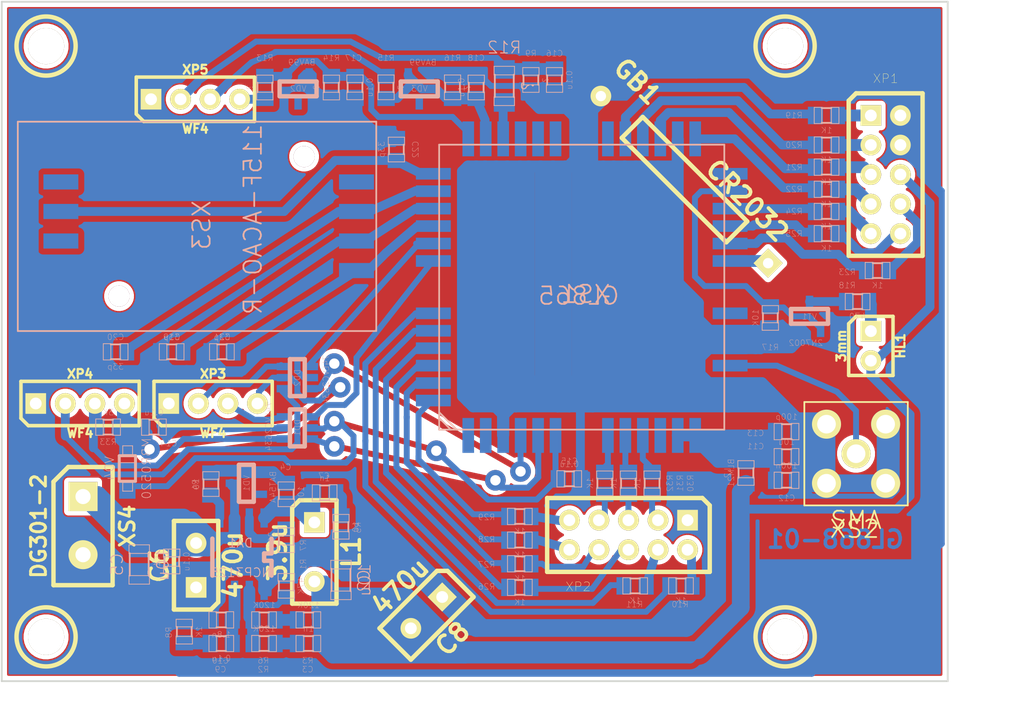
<source format=kicad_pcb>
(kicad_pcb (version 4) (host pcbnew "(2014-08-20 BZR 5085)-product")
  (layers (0 F.Cu signal) (31 B.Cu signal) (34 B.Paste user) (35 F.Paste user) (36 B.SilkS user) (37 F.SilkS user) (38 B.Mask user) (39 F.Mask user) (44 Edge.Cuts user))
  (net 0 "")
  (net 1 /ADC1)
  (net 2 /ADC2)
  (net 3 /ARX)
  (net 4 /ATX)
  (net 5 /DAC)
  (net 6 /RES)
  (net 7 /RX)
  (net 8 /SCLK)
  (net 9 /SIO)
  (net 10 /SRST)
  (net 11 /SVCC)
  (net 12 /TX)
  (net 13 GND)
  (net 14 "Net-(C1-Pad1)")
  (net 15 "Net-(C10-Pad1)")
  (net 16 "Net-(C11-Pad1)")
  (net 17 "Net-(C16-Pad1)")
  (net 18 "Net-(C3-Pad1)")
  (net 19 "Net-(C4-Pad1)")
  (net 20 "Net-(C4-Pad2)")
  (net 21 "Net-(C7-Pad2)")
  (net 22 "Net-(C9-Pad2)")
  (net 23 "Net-(DA1-Pad2)")
  (net 24 "Net-(DA1-Pad5)")
  (net 25 "Net-(DA1-Pad7)")
  (net 26 "Net-(GB1-Pad1)")
  (net 27 "Net-(R11-Pad1)")
  (net 28 "Net-(R13-Pad1)")
  (net 29 "Net-(R15-Pad1)")
  (net 30 "Net-(R3-Pad1)")
  (net 31 "Net-(VD2-Pad2)")
  (net 32 "Net-(VD3-Pad2)")
  (net 33 "Net-(XS1-Pad16)")
  (net 34 "Net-(XS1-Pad17)")
  (net 35 "Net-(XS1-Pad18)")
  (net 36 "Net-(XS1-Pad19)")
  (net 37 "Net-(XS1-Pad25)")
  (net 38 "Net-(XS1-Pad31)")
  (net 39 "Net-(XS1-Pad34)")
  (net 40 "Net-(XS1-Pad48)")
  (net 41 "Net-(XS3-Pad4)")
  (net 42 "Net-(XS3-Pad6)")
  (net 43 "Net-(XS3-Pad8)")
  (net 44 "Net-(HL1-Pad1)")
  (net 45 /LEDST)
  (net 46 "Net-(R18-Pad2)")
  (net 47 "Net-(R19-Pad1)")
  (net 48 /EAR-)
  (net 49 "Net-(R20-Pad1)")
  (net 50 /EAR+)
  (net 51 "Net-(R21-Pad1)")
  (net 52 /MIC-)
  (net 53 "Net-(R22-Pad1)")
  (net 54 /MIC+)
  (net 55 "Net-(R23-Pad1)")
  (net 56 /IO_07)
  (net 57 "Net-(R24-Pad1)")
  (net 58 /IO_06)
  (net 59 "Net-(R25-Pad1)")
  (net 60 /IO_05)
  (net 61 VCC)
  (net 62 "Net-(C14-Pad1)")
  (net 63 +1.8V)
  (net 64 "Net-(DD1-Pad1)")
  (net 65 "Net-(DD1-Pad3)")
  (net 66 "Net-(DD2-Pad4)")
  (net 67 "Net-(DD2-Pad6)")
  (net 68 "Net-(R10-Pad1)")
  (net 69 /CTS)
  (net 70 /RTS)
  (net 71 "Net-(R26-Pad1)")
  (net 72 /DTR)
  (net 73 "Net-(R27-Pad1)")
  (net 74 /DSR)
  (net 75 "Net-(R28-Pad1)")
  (net 76 /RI)
  (net 77 "Net-(R29-Pad1)")
  (net 78 /DCD)
  (net 79 /IO_04)
  (net 80 /IO_03)
  (net 81 /IO_02)
  (net 82 /IO_01)
  (net 83 "Net-(R30-Pad1)")
  (net 84 "Net-(R31-Pad1)")
  (net 85 "Net-(R32-Pad1)")
  (module GSM_GL865 (layer B.Cu) (at 60.325 55.88)
    (fp_text reference XS1 (at 13.081 -9.144) (layer B.SilkS) (effects (font (size 1.5 1.5)) (justify mirror)))
    (fp_text value GL865 (at 12.5 -9) (layer B.SilkS) (effects (font (size 1.5 1.5)) (justify mirror)))
    (pad 1 smd rect (at 0 0) (size 3 1) (layers B.Cu B.Paste B.Mask) (net 78 /DCD))
    (pad 2 smd rect (at 0 -1.5) (size 3 1) (layers B.Cu B.Paste B.Mask) (net 76 /RI))
    (pad 3 smd rect (at 0 -3) (size 3 1) (layers B.Cu B.Paste B.Mask) (net 74 /DSR))
    (pad 4 smd rect (at 0 -4.5) (size 3 1) (layers B.Cu B.Paste B.Mask) (net 72 /DTR))
    (pad 5 smd rect (at 0 -6) (size 3 1) (layers B.Cu B.Paste B.Mask) (net 70 /RTS))
    (pad 6 smd rect (at 0 -7.5) (size 3 1) (layers B.Cu B.Paste B.Mask) (net 69 /CTS))
    (pad 7 smd rect (at 0 -12) (size 3 1) (layers B.Cu B.Paste B.Mask) (net 7 /RX))
    (pad 8 smd rect (at 0 -13.5) (size 3 1) (layers B.Cu B.Paste B.Mask) (net 12 /TX))
    (pad 9 smd rect (at 0 -15) (size 3 1) (layers B.Cu B.Paste B.Mask) (net 11 /SVCC))
    (pad 10 smd rect (at 0 -16.5) (size 3 1) (layers B.Cu B.Paste B.Mask) (net 10 /SRST))
    (pad 11 smd rect (at 0 -18) (size 3 1) (layers B.Cu B.Paste B.Mask) (net 8 /SCLK))
    (pad 12 smd rect (at 0 -19.5) (size 3 1) (layers B.Cu B.Paste B.Mask) (net 9 /SIO))
    (pad 13 smd rect (at 3 -22.5 270) (size 3 1) (layers B.Cu B.Paste B.Mask) (net 1 /ADC1))
    (pad 14 smd rect (at 4.5 -22.5 270) (size 3 1) (layers B.Cu B.Paste B.Mask) (net 2 /ADC2))
    (pad 15 smd rect (at 6 -22.5 270) (size 3 1) (layers B.Cu B.Paste B.Mask) (net 5 /DAC))
    (pad 16 smd rect (at 7.5 -22.5 270) (size 3 1) (layers B.Cu B.Paste B.Mask) (net 33 "Net-(XS1-Pad16)"))
    (pad 17 smd rect (at 9 -22.5 270) (size 3 1) (layers B.Cu B.Paste B.Mask) (net 34 "Net-(XS1-Pad17)"))
    (pad 18 smd rect (at 10.5 -22.5 270) (size 3 1) (layers B.Cu B.Paste B.Mask) (net 35 "Net-(XS1-Pad18)"))
    (pad 19 smd rect (at 15 -22.5 270) (size 3 1) (layers B.Cu B.Paste B.Mask) (net 36 "Net-(XS1-Pad19)"))
    (pad 20 smd rect (at 16.5 -22.5 270) (size 3 1) (layers B.Cu B.Paste B.Mask) (net 48 /EAR-))
    (pad 21 smd rect (at 18 -22.5 270) (size 3 1) (layers B.Cu B.Paste B.Mask) (net 50 /EAR+))
    (pad 22 smd rect (at 19.5 -22.5 270) (size 3 1) (layers B.Cu B.Paste B.Mask) (net 52 /MIC-))
    (pad 23 smd rect (at 21 -22.5 270) (size 3 1) (layers B.Cu B.Paste B.Mask) (net 13 GND))
    (pad 24 smd rect (at 22.5 -22.5 270) (size 3 1) (layers B.Cu B.Paste B.Mask) (net 54 /MIC+))
    (pad 25 smd rect (at 25.5 -19.5) (size 3 1) (layers B.Cu B.Paste B.Mask) (net 37 "Net-(XS1-Pad25)"))
    (pad 26 smd rect (at 25.5 -18) (size 3 1) (layers B.Cu B.Paste B.Mask) (net 45 /LEDST))
    (pad 27 smd rect (at 25.5 -16.5) (size 3 1) (layers B.Cu B.Paste B.Mask) (net 56 /IO_07))
    (pad 28 smd rect (at 25.5 -15) (size 3 1) (layers B.Cu B.Paste B.Mask) (net 58 /IO_06))
    (pad 29 smd rect (at 25.5 -13.5) (size 3 1) (layers B.Cu B.Paste B.Mask) (net 60 /IO_05))
    (pad 30 smd rect (at 25.5 -12) (size 3 1) (layers B.Cu B.Paste B.Mask) (net 26 "Net-(GB1-Pad1)"))
    (pad 31 smd rect (at 25.5 -7.5) (size 3 1) (layers B.Cu B.Paste B.Mask) (net 38 "Net-(XS1-Pad31)"))
    (pad 32 smd rect (at 25.5 -6) (size 3 1) (layers B.Cu B.Paste B.Mask) (net 13 GND))
    (pad 33 smd rect (at 25.5 -4.5) (size 3 1) (layers B.Cu B.Paste B.Mask) (net 13 GND))
    (pad 34 smd rect (at 25.5 -3) (size 3 1) (layers B.Cu B.Paste B.Mask) (net 39 "Net-(XS1-Pad34)"))
    (pad 35 smd rect (at 25.5 -1.5) (size 3 1) (layers B.Cu B.Paste B.Mask) (net 13 GND))
    (pad 36 smd rect (at 25.5 0) (size 3 1) (layers B.Cu B.Paste B.Mask) (net 13 GND))
    (pad 37 smd rect (at 22.5 3 270) (size 3 1) (layers B.Cu B.Paste B.Mask) (net 16 "Net-(C11-Pad1)"))
    (pad 38 smd rect (at 21 3 270) (size 3 1) (layers B.Cu B.Paste B.Mask) (net 16 "Net-(C11-Pad1)"))
    (pad 39 smd rect (at 19.5 3 270) (size 3 1) (layers B.Cu B.Paste B.Mask) (net 79 /IO_04))
    (pad 40 smd rect (at 18 3 270) (size 3 1) (layers B.Cu B.Paste B.Mask) (net 80 /IO_03))
    (pad 41 smd rect (at 16.5 3 270) (size 3 1) (layers B.Cu B.Paste B.Mask) (net 81 /IO_02))
    (pad 42 smd rect (at 15 3 270) (size 3 1) (layers B.Cu B.Paste B.Mask) (net 82 /IO_01))
    (pad 43 smd rect (at 10.5 3 270) (size 3 1) (layers B.Cu B.Paste B.Mask) (net 63 +1.8V))
    (pad 44 smd rect (at 9 3 270) (size 3 1) (layers B.Cu B.Paste B.Mask) (net 3 /ARX))
    (pad 45 smd rect (at 7.5 3 270) (size 3 1) (layers B.Cu B.Paste B.Mask) (net 4 /ATX))
    (pad 46 smd rect (at 6 3 270) (size 3 1) (layers B.Cu B.Paste B.Mask) (net 13 GND))
    (pad 47 smd rect (at 4.5 3 270) (size 3 1) (layers B.Cu B.Paste B.Mask) (net 6 /RES))
    (pad 48 smd rect (at 3 3 270) (size 3 1) (layers B.Cu B.Paste B.Mask) (net 40 "Net-(XS1-Pad48)"))
  )
  (module CONN_SMA (layer F.Cu) (at 96.647 60.452)
    (fp_text reference XS2 (at -0.127 6.477) (layer F.SilkS) (effects (font (size 1.5 1.5))))
    (fp_text value SMA (at 0 5.715) (layer F.SilkS) (effects (font (size 1.5 1.5))))
    (pad 1 thru_hole circle (at 0 0) (size 2.5 2.5) (drill 1.6) (layers *.Cu *.Mask F.SilkS) (net 39 "Net-(XS1-Pad34)"))
    (pad 2 thru_hole circle (at -2.54 -2.54) (size 2.5 2.5) (drill 1.6) (layers *.Cu *.Mask F.SilkS) (net 13 GND))
    (pad 3 thru_hole circle (at -2.54 2.54) (size 2.5 2.5) (drill 1.6) (layers *.Cu *.Mask F.SilkS) (net 13 GND))
    (pad 4 thru_hole circle (at 2.54 2.54) (size 2.5 2.5) (drill 1.6) (layers *.Cu *.Mask F.SilkS) (net 13 GND))
    (pad 5 thru_hole circle (at 2.54 -2.54) (size 2.5 2.5) (drill 1.6) (layers *.Cu *.Mask F.SilkS) (net 13 GND))
  )
  (module SMD_0805 (layer B.Cu) (at 37.846 69.723 270)
    (fp_text reference C1 (at 0 1.27 270) (layer B.SilkS) (effects (font (size 0.508 0.508) (thickness 0.0254)) (justify mirror)))
    (fp_text value 0.1u (at 0 -1.27 270) (layer B.SilkS) (effects (font (size 0.508 0.508) (thickness 0.0254)) (justify mirror)))
    (pad 1 smd rect (at -0.94996 0 270) (size 1.29794 1.4986) (layers B.Cu B.Paste B.Mask) (net 14 "Net-(C1-Pad1)"))
    (pad 2 smd rect (at 0.94996 0 270) (size 1.29794 1.4986) (layers B.Cu B.Paste B.Mask) (net 13 GND))
  )
  (module SMD_1206 (layer B.Cu) (at 52.3875 71.3105 270)
    (fp_text reference C2 (at 0.0635 -1.9685 270) (layer B.SilkS) (effects (font (size 1.016 1.016) (thickness 0.0889)) (justify mirror)))
    (fp_text value 10u (at 0 -2.032 270) (layer B.SilkS) (effects (font (size 1.016 1.016) (thickness 0.0889)) (justify mirror)))
    (pad 1 smd rect (at -1.41986 0 270) (size 1.59766 1.80086) (layers B.Cu B.Paste B.Mask) (net 13 GND))
    (pad 2 smd rect (at 1.41986 0 270) (size 1.59766 1.80086) (layers B.Cu B.Paste B.Mask) (net 61 VCC))
  )
  (module SMD_0805 (layer B.Cu) (at 49.5935 76.7715)
    (fp_text reference C3 (at -0.0635 2.2225) (layer B.SilkS) (effects (font (size 0.508 0.508) (thickness 0.0254)) (justify mirror)))
    (fp_text value 1n (at 0 -1.27) (layer B.SilkS) (effects (font (size 0.508 0.508) (thickness 0.0254)) (justify mirror)))
    (pad 1 smd rect (at -0.94996 0) (size 1.29794 1.4986) (layers B.Cu B.Paste B.Mask) (net 18 "Net-(C3-Pad1)"))
    (pad 2 smd rect (at 0.94996 0) (size 1.29794 1.4986) (layers B.Cu B.Paste B.Mask) (net 61 VCC))
  )
  (module SMD_0805 (layer B.Cu) (at 47.6885 63.9445 270)
    (fp_text reference C4 (at -2.3495 0.0635 360) (layer B.SilkS) (effects (font (size 0.508 0.508) (thickness 0.0254)) (justify mirror)))
    (fp_text value 10n (at 0 -1.27 270) (layer B.SilkS) (effects (font (size 0.508 0.508) (thickness 0.0254)) (justify mirror)))
    (pad 1 smd rect (at -0.94996 0 270) (size 1.29794 1.4986) (layers B.Cu B.Paste B.Mask) (net 19 "Net-(C4-Pad1)"))
    (pad 2 smd rect (at 0.94996 0 270) (size 1.29794 1.4986) (layers B.Cu B.Paste B.Mask) (net 20 "Net-(C4-Pad2)"))
  )
  (module SMD_1206 (layer B.Cu) (at 35.052 69.977 270)
    (fp_text reference C5 (at 0 1.905 270) (layer B.SilkS) (effects (font (size 1.016 1.016) (thickness 0.0889)) (justify mirror)))
    (fp_text value 10u (at 0 -2.032 270) (layer B.SilkS) (effects (font (size 1.016 1.016) (thickness 0.0889)) (justify mirror)))
    (pad 1 smd rect (at -1.41986 0 270) (size 1.59766 1.80086) (layers B.Cu B.Paste B.Mask) (net 14 "Net-(C1-Pad1)"))
    (pad 2 smd rect (at 1.41986 0 270) (size 1.59766 1.80086) (layers B.Cu B.Paste B.Mask) (net 13 GND))
  )
  (module SIP_2_150_70 (layer F.Cu) (at 39.9415 71.9455 90)
    (fp_text reference C6 (at 1.905 -3.175 90) (layer F.SilkS) (effects (font (thickness 0.3048))))
    (fp_text value 470u (at 1.905 3.175 90) (layer F.SilkS) (effects (font (thickness 0.3048))))
    (pad 1 thru_hole rect (at 0 0 90) (size 1.778 1.778) (drill 1.016) (layers *.Cu *.Mask F.SilkS) (net 13 GND))
    (pad 2 thru_hole circle (at 3.81 0 90) (size 1.778 1.778) (drill 1.016) (layers *.Cu *.Mask F.SilkS) (net 14 "Net-(C1-Pad1)"))
  )
  (module SMD_0805 (layer B.Cu) (at 50.9905 63.8175)
    (fp_text reference C7 (at -0.0635 -1.4605) (layer B.SilkS) (effects (font (size 0.508 0.508) (thickness 0.0254)) (justify mirror)))
    (fp_text value 1n (at 0 -1.27) (layer B.SilkS) (effects (font (size 0.508 0.508) (thickness 0.0254)) (justify mirror)))
    (pad 1 smd rect (at -0.94996 0) (size 1.29794 1.4986) (layers B.Cu B.Paste B.Mask) (net 20 "Net-(C4-Pad2)"))
    (pad 2 smd rect (at 0.94996 0) (size 1.29794 1.4986) (layers B.Cu B.Paste B.Mask) (net 21 "Net-(C7-Pad2)"))
  )
  (module SIP_2_150_70 (layer F.Cu) (at 61.087 72.771 225)
    (fp_text reference C8 (at 1.905 -3.175 225) (layer F.SilkS) (effects (font (thickness 0.3048))))
    (fp_text value 470u (at 1.905 3.175 225) (layer F.SilkS) (effects (font (thickness 0.3048))))
    (pad 1 thru_hole rect (at 0 0 225) (size 1.778 1.778) (drill 1.016) (layers *.Cu *.Mask F.SilkS) (net 13 GND))
    (pad 2 thru_hole circle (at 3.81 0 225) (size 1.778 1.778) (drill 1.016) (layers *.Cu *.Mask F.SilkS) (net 61 VCC))
  )
  (module SMD_0805 (layer B.Cu) (at 42.1005 76.7715 180)
    (fp_text reference C9 (at 0.0635 -2.2225 180) (layer B.SilkS) (effects (font (size 0.508 0.508) (thickness 0.0254)) (justify mirror)))
    (fp_text value 0.1u (at 0 -1.27 180) (layer B.SilkS) (effects (font (size 0.508 0.508) (thickness 0.0254)) (justify mirror)))
    (pad 1 smd rect (at -0.94996 0 180) (size 1.29794 1.4986) (layers B.Cu B.Paste B.Mask) (net 15 "Net-(C10-Pad1)"))
    (pad 2 smd rect (at 0.94996 0 180) (size 1.29794 1.4986) (layers B.Cu B.Paste B.Mask) (net 22 "Net-(C9-Pad2)"))
  )
  (module SMD_0805 (layer B.Cu) (at 42.1005 74.7395 180)
    (fp_text reference C10 (at 0.0635 -3.4925 180) (layer B.SilkS) (effects (font (size 0.508 0.508) (thickness 0.0254)) (justify mirror)))
    (fp_text value 1.8n (at 0 -1.27 180) (layer B.SilkS) (effects (font (size 0.508 0.508) (thickness 0.0254)) (justify mirror)))
    (pad 1 smd rect (at -0.94996 0 180) (size 1.29794 1.4986) (layers B.Cu B.Paste B.Mask) (net 15 "Net-(C10-Pad1)"))
    (pad 2 smd rect (at 0.94996 0 180) (size 1.29794 1.4986) (layers B.Cu B.Paste B.Mask) (net 13 GND))
  )
  (module SIP_2_200_70 (layer F.Cu) (at 50.1015 66.3575 270)
    (fp_text reference L1 (at 2.54 -3.175 270) (layer F.SilkS) (effects (font (thickness 0.3048))))
    (fp_text value 3.9u (at 2.54 3.175 270) (layer F.SilkS) (effects (font (thickness 0.3048))))
    (pad 1 thru_hole rect (at 0 0 270) (size 1.778 1.778) (drill 1.016) (layers *.Cu *.Mask F.SilkS) (net 20 "Net-(C4-Pad2)"))
    (pad 2 thru_hole circle (at 5.08 0 270) (size 1.778 1.778) (drill 1.016) (layers *.Cu *.Mask F.SilkS) (net 61 VCC))
  )
  (module SMD_0805 (layer B.Cu) (at 47.6885 71.8185 270)
    (fp_text reference R1 (at -1.8415 -1.4605 270) (layer B.SilkS) (effects (font (size 0.508 0.508) (thickness 0.0254)) (justify mirror)))
    (fp_text value 47K (at 0 -1.27 270) (layer B.SilkS) (effects (font (size 0.508 0.508) (thickness 0.0254)) (justify mirror)))
    (pad 1 smd rect (at -0.94996 0 270) (size 1.29794 1.4986) (layers B.Cu B.Paste B.Mask) (net 13 GND))
    (pad 2 smd rect (at 0.94996 0 270) (size 1.29794 1.4986) (layers B.Cu B.Paste B.Mask) (net 23 "Net-(DA1-Pad2)"))
  )
  (module SMD_0805 (layer B.Cu) (at 45.7835 76.7715)
    (fp_text reference R2 (at -0.0635 2.2225) (layer B.SilkS) (effects (font (size 0.508 0.508) (thickness 0.0254)) (justify mirror)))
    (fp_text value 120K (at 0 -1.27) (layer B.SilkS) (effects (font (size 0.508 0.508) (thickness 0.0254)) (justify mirror)))
    (pad 1 smd rect (at -0.94996 0) (size 1.29794 1.4986) (layers B.Cu B.Paste B.Mask) (net 23 "Net-(DA1-Pad2)"))
    (pad 2 smd rect (at 0.94996 0) (size 1.29794 1.4986) (layers B.Cu B.Paste B.Mask) (net 18 "Net-(C3-Pad1)"))
  )
  (module SMD_0805 (layer B.Cu) (at 49.5935 74.7395)
    (fp_text reference R3 (at -0.0635 3.4925) (layer B.SilkS) (effects (font (size 0.508 0.508) (thickness 0.0254)) (justify mirror)))
    (fp_text value 120K (at 0 -1.27) (layer B.SilkS) (effects (font (size 0.508 0.508) (thickness 0.0254)) (justify mirror)))
    (pad 1 smd rect (at -0.94996 0) (size 1.29794 1.4986) (layers B.Cu B.Paste B.Mask) (net 30 "Net-(R3-Pad1)"))
    (pad 2 smd rect (at 0.94996 0) (size 1.29794 1.4986) (layers B.Cu B.Paste B.Mask) (net 61 VCC))
  )
  (module SMD_0805 (layer B.Cu) (at 41.2115 63.0555 90)
    (fp_text reference R4 (at -0.0635 -1.3335 90) (layer B.SilkS) (effects (font (size 0.508 0.508) (thickness 0.0254)) (justify mirror)))
    (fp_text value 10 (at 0 -1.27 90) (layer B.SilkS) (effects (font (size 0.508 0.508) (thickness 0.0254)) (justify mirror)))
    (pad 1 smd rect (at -0.94996 0 90) (size 1.29794 1.4986) (layers B.Cu B.Paste B.Mask) (net 24 "Net-(DA1-Pad5)"))
    (pad 2 smd rect (at 0.94996 0 90) (size 1.29794 1.4986) (layers B.Cu B.Paste B.Mask) (net 19 "Net-(C4-Pad1)"))
  )
  (module SMD_0805 (layer B.Cu) (at 52.3875 66.7385 270)
    (fp_text reference R5 (at 0.0635 -1.4605 270) (layer B.SilkS) (effects (font (size 0.508 0.508) (thickness 0.0254)) (justify mirror)))
    (fp_text value 10 (at 0 -1.27 270) (layer B.SilkS) (effects (font (size 0.508 0.508) (thickness 0.0254)) (justify mirror)))
    (pad 1 smd rect (at -0.94996 0 270) (size 1.29794 1.4986) (layers B.Cu B.Paste B.Mask) (net 21 "Net-(C7-Pad2)"))
    (pad 2 smd rect (at 0.94996 0 270) (size 1.29794 1.4986) (layers B.Cu B.Paste B.Mask) (net 13 GND))
  )
  (module SMD_0805 (layer B.Cu) (at 45.7835 74.7395)
    (fp_text reference R6 (at -0.0635 3.4925) (layer B.SilkS) (effects (font (size 0.508 0.508) (thickness 0.0254)) (justify mirror)))
    (fp_text value 120K (at 0 -1.27) (layer B.SilkS) (effects (font (size 0.508 0.508) (thickness 0.0254)) (justify mirror)))
    (pad 1 smd rect (at -0.94996 0) (size 1.29794 1.4986) (layers B.Cu B.Paste B.Mask) (net 23 "Net-(DA1-Pad2)"))
    (pad 2 smd rect (at 0.94996 0) (size 1.29794 1.4986) (layers B.Cu B.Paste B.Mask) (net 30 "Net-(R3-Pad1)"))
  )
  (module SMD_0805 (layer B.Cu) (at 47.6885 67.8815 90)
    (fp_text reference R7 (at -0.4445 1.4605 90) (layer B.SilkS) (effects (font (size 0.508 0.508) (thickness 0.0254)) (justify mirror)))
    (fp_text value 20K (at 0 -1.27 90) (layer B.SilkS) (effects (font (size 0.508 0.508) (thickness 0.0254)) (justify mirror)))
    (pad 1 smd rect (at -0.94996 0 90) (size 1.29794 1.4986) (layers B.Cu B.Paste B.Mask) (net 13 GND))
    (pad 2 smd rect (at 0.94996 0 90) (size 1.29794 1.4986) (layers B.Cu B.Paste B.Mask) (net 25 "Net-(DA1-Pad7)"))
  )
  (module SMD_0805 (layer B.Cu) (at 38.9255 75.7555 270)
    (fp_text reference R8 (at 0.0635 1.3335 270) (layer B.SilkS) (effects (font (size 0.508 0.508) (thickness 0.0254)) (justify mirror)))
    (fp_text value 1K (at 0 -1.27 270) (layer B.SilkS) (effects (font (size 0.508 0.508) (thickness 0.0254)) (justify mirror)))
    (pad 1 smd rect (at -0.94996 0 270) (size 1.29794 1.4986) (layers B.Cu B.Paste B.Mask) (net 13 GND))
    (pad 2 smd rect (at 0.94996 0 270) (size 1.29794 1.4986) (layers B.Cu B.Paste B.Mask) (net 22 "Net-(C9-Pad2)"))
  )
  (module SMD_SOT23_3 (layer B.Cu) (at 45.5295 62.0395 270)
    (fp_text reference VD1 (at 0.9652 1.2446 270) (layer B.SilkS) (effects (font (size 0.508 0.508) (thickness 0.0254)) (justify mirror)))
    (fp_text value BAT54A (at 1.27 -1.016 270) (layer B.SilkS) (effects (font (size 0.508 0.508) (thickness 0.0254)) (justify mirror)))
    (pad 1 smd rect (at 0 0 270) (size 0.635 1.016) (layers B.Cu B.Paste B.Mask) (net 19 "Net-(C4-Pad1)"))
    (pad 2 smd rect (at 0.94996 2.54 270) (size 0.635 1.016) (layers B.Cu B.Paste B.Mask) (net 14 "Net-(C1-Pad1)"))
    (pad 3 smd rect (at 1.89992 0 270) (size 0.635 1.016) (layers B.Cu B.Paste B.Mask))
  )
  (module SMD_SO_8_50_150 (layer B.Cu) (at 45.7835 72.1995 180)
    (fp_text reference DA1 (at 2.032 4.064 180) (layer B.SilkS) (effects (font (size 0.762 0.762) (thickness 0.0762)) (justify mirror)))
    (fp_text value NCP3125 (at 2.032 1.524 180) (layer B.SilkS) (effects (font (size 0.762 0.762) (thickness 0.0762)) (justify mirror)))
    (pad 1 smd rect (at 0 0 180) (size 0.635 1.651) (layers B.Cu B.Paste B.Mask) (net 13 GND))
    (pad 2 smd rect (at 1.27 0 180) (size 0.635 1.651) (layers B.Cu B.Paste B.Mask) (net 23 "Net-(DA1-Pad2)"))
    (pad 3 smd rect (at 2.54 0 180) (size 0.635 1.651) (layers B.Cu B.Paste B.Mask) (net 15 "Net-(C10-Pad1)"))
    (pad 4 smd rect (at 3.81 0 180) (size 0.635 1.651) (layers B.Cu B.Paste B.Mask) (net 13 GND))
    (pad 5 smd rect (at 3.81 6.223 180) (size 0.635 1.651) (layers B.Cu B.Paste B.Mask) (net 24 "Net-(DA1-Pad5)"))
    (pad 6 smd rect (at 2.54 6.223 180) (size 0.635 1.651) (layers B.Cu B.Paste B.Mask) (net 14 "Net-(C1-Pad1)"))
    (pad 7 smd rect (at 1.27 6.223 180) (size 0.635 1.651) (layers B.Cu B.Paste B.Mask) (net 25 "Net-(DA1-Pad7)"))
    (pad 8 smd rect (at 0 6.223 180) (size 0.635 1.651) (layers B.Cu B.Paste B.Mask) (net 20 "Net-(C4-Pad2)"))
  )
  (module SMD_0805 (layer B.Cu) (at 90.678 60.706)
    (fp_text reference C11 (at -2.667 -0.889) (layer B.SilkS) (effects (font (size 0.508 0.508) (thickness 0.0254)) (justify mirror)))
    (fp_text value 10u (at 0 -1.27) (layer B.SilkS) (effects (font (size 0.508 0.508) (thickness 0.0254)) (justify mirror)))
    (pad 1 smd rect (at -0.94996 0) (size 1.29794 1.4986) (layers B.Cu B.Paste B.Mask) (net 16 "Net-(C11-Pad1)"))
    (pad 2 smd rect (at 0.94996 0) (size 1.29794 1.4986) (layers B.Cu B.Paste B.Mask) (net 13 GND))
  )
  (module SMD_0805 (layer B.Cu) (at 90.678 62.738)
    (fp_text reference C12 (at 0 1.524) (layer B.SilkS) (effects (font (size 0.508 0.508) (thickness 0.0254)) (justify mirror)))
    (fp_text value 100n (at 0 -1.27) (layer B.SilkS) (effects (font (size 0.508 0.508) (thickness 0.0254)) (justify mirror)))
    (pad 1 smd rect (at -0.94996 0) (size 1.29794 1.4986) (layers B.Cu B.Paste B.Mask) (net 16 "Net-(C11-Pad1)"))
    (pad 2 smd rect (at 0.94996 0) (size 1.29794 1.4986) (layers B.Cu B.Paste B.Mask) (net 13 GND))
  )
  (module SMD_0805 (layer B.Cu) (at 90.678 58.547)
    (fp_text reference C13 (at -2.667 0.127) (layer B.SilkS) (effects (font (size 0.508 0.508) (thickness 0.0254)) (justify mirror)))
    (fp_text value 100p (at 0 -1.27) (layer B.SilkS) (effects (font (size 0.508 0.508) (thickness 0.0254)) (justify mirror)))
    (pad 1 smd rect (at -0.94996 0) (size 1.29794 1.4986) (layers B.Cu B.Paste B.Mask) (net 16 "Net-(C11-Pad1)"))
    (pad 2 smd rect (at 0.94996 0) (size 1.29794 1.4986) (layers B.Cu B.Paste B.Mask) (net 13 GND))
  )
  (module SMD_0805 (layer B.Cu) (at 87.1855 62.103 90)
    (fp_text reference L2 (at 0 -1.5875 90) (layer B.SilkS) (effects (font (size 0.508 0.508) (thickness 0.0254)) (justify mirror)))
    (fp_text value BLM21 (at 0 -1.27 90) (layer B.SilkS) (effects (font (size 0.508 0.508) (thickness 0.0254)) (justify mirror)))
    (pad 1 smd rect (at -0.94996 0 90) (size 1.29794 1.4986) (layers B.Cu B.Paste B.Mask) (net 61 VCC))
    (pad 2 smd rect (at 0.94996 0 90) (size 1.29794 1.4986) (layers B.Cu B.Paste B.Mask) (net 16 "Net-(C11-Pad1)"))
  )
  (module SMD_0805 (layer B.Cu) (at 53.594 28.956 270)
    (fp_text reference C17 (at -2.54 0.127 360) (layer B.SilkS) (effects (font (size 0.508 0.508) (thickness 0.0254)) (justify mirror)))
    (fp_text value 0.1u (at 0 -1.27 270) (layer B.SilkS) (effects (font (size 0.508 0.508) (thickness 0.0254)) (justify mirror)))
    (pad 1 smd rect (at -0.94996 0 270) (size 1.29794 1.4986) (layers B.Cu B.Paste B.Mask) (net 1 /ADC1))
    (pad 2 smd rect (at 0.94996 0 270) (size 1.29794 1.4986) (layers B.Cu B.Paste B.Mask) (net 13 GND))
  )
  (module SMD_0805 (layer B.Cu) (at 45.847 28.956 90)
    (fp_text reference R13 (at 2.54 0 180) (layer B.SilkS) (effects (font (size 0.508 0.508) (thickness 0.0254)) (justify mirror)))
    (fp_text value ? (at 0 -1.27 90) (layer B.SilkS) (effects (font (size 0.508 0.508) (thickness 0.0254)) (justify mirror)))
    (pad 1 smd rect (at -0.94996 0 90) (size 1.29794 1.4986) (layers B.Cu B.Paste B.Mask) (net 28 "Net-(R13-Pad1)"))
    (pad 2 smd rect (at 0.94996 0 90) (size 1.29794 1.4986) (layers B.Cu B.Paste B.Mask) (net 1 /ADC1))
  )
  (module SMD_0805 (layer B.Cu) (at 51.562 28.956 90)
    (fp_text reference R14 (at 2.54 0 180) (layer B.SilkS) (effects (font (size 0.508 0.508) (thickness 0.0254)) (justify mirror)))
    (fp_text value ? (at 0 -1.27 90) (layer B.SilkS) (effects (font (size 0.508 0.508) (thickness 0.0254)) (justify mirror)))
    (pad 1 smd rect (at -0.94996 0 90) (size 1.29794 1.4986) (layers B.Cu B.Paste B.Mask) (net 13 GND))
    (pad 2 smd rect (at 0.94996 0 90) (size 1.29794 1.4986) (layers B.Cu B.Paste B.Mask) (net 1 /ADC1))
  )
  (module SMD_SOT23_3 (layer B.Cu) (at 47.752 27.813)
    (fp_text reference VD2 (at 0.9652 1.2446) (layer B.SilkS) (effects (font (size 0.508 0.508) (thickness 0.0254)) (justify mirror)))
    (fp_text value BAV99 (at 1.27 -1.016) (layer B.SilkS) (effects (font (size 0.508 0.508) (thickness 0.0254)) (justify mirror)))
    (pad 1 smd rect (at 0 0) (size 0.635 1.016) (layers B.Cu B.Paste B.Mask) (net 1 /ADC1))
    (pad 2 smd rect (at 0.94996 2.54) (size 0.635 1.016) (layers B.Cu B.Paste B.Mask) (net 31 "Net-(VD2-Pad2)"))
    (pad 3 smd rect (at 1.89992 0) (size 0.635 1.016) (layers B.Cu B.Paste B.Mask) (net 13 GND))
  )
  (module SMD_0805 (layer B.Cu) (at 64.008 28.956 90)
    (fp_text reference C18 (at 2.54 0 180) (layer B.SilkS) (effects (font (size 0.508 0.508) (thickness 0.0254)) (justify mirror)))
    (fp_text value 0.1u (at 0 -1.27 90) (layer B.SilkS) (effects (font (size 0.508 0.508) (thickness 0.0254)) (justify mirror)))
    (pad 1 smd rect (at -0.94996 0 90) (size 1.29794 1.4986) (layers B.Cu B.Paste B.Mask) (net 2 /ADC2))
    (pad 2 smd rect (at 0.94996 0 90) (size 1.29794 1.4986) (layers B.Cu B.Paste B.Mask) (net 13 GND))
  )
  (module SMD_0805 (layer B.Cu) (at 56.261 28.956 270)
    (fp_text reference R15 (at -2.54 0 360) (layer B.SilkS) (effects (font (size 0.508 0.508) (thickness 0.0254)) (justify mirror)))
    (fp_text value ? (at 0 -1.27 270) (layer B.SilkS) (effects (font (size 0.508 0.508) (thickness 0.0254)) (justify mirror)))
    (pad 1 smd rect (at -0.94996 0 270) (size 1.29794 1.4986) (layers B.Cu B.Paste B.Mask) (net 29 "Net-(R15-Pad1)"))
    (pad 2 smd rect (at 0.94996 0 270) (size 1.29794 1.4986) (layers B.Cu B.Paste B.Mask) (net 2 /ADC2))
  )
  (module SMD_0805 (layer B.Cu) (at 61.976 28.956 270)
    (fp_text reference R16 (at -2.54 0 360) (layer B.SilkS) (effects (font (size 0.508 0.508) (thickness 0.0254)) (justify mirror)))
    (fp_text value ? (at 0 -1.27 270) (layer B.SilkS) (effects (font (size 0.508 0.508) (thickness 0.0254)) (justify mirror)))
    (pad 1 smd rect (at -0.94996 0 270) (size 1.29794 1.4986) (layers B.Cu B.Paste B.Mask) (net 13 GND))
    (pad 2 smd rect (at 0.94996 0 270) (size 1.29794 1.4986) (layers B.Cu B.Paste B.Mask) (net 2 /ADC2))
  )
  (module SMD_SOT23_3 (layer B.Cu) (at 58.166 27.813)
    (fp_text reference VD3 (at 0.9652 1.2446) (layer B.SilkS) (effects (font (size 0.508 0.508) (thickness 0.0254)) (justify mirror)))
    (fp_text value BAV99 (at 1.27 -1.016) (layer B.SilkS) (effects (font (size 0.508 0.508) (thickness 0.0254)) (justify mirror)))
    (pad 1 smd rect (at 0 0) (size 0.635 1.016) (layers B.Cu B.Paste B.Mask) (net 2 /ADC2))
    (pad 2 smd rect (at 0.94996 2.54) (size 0.635 1.016) (layers B.Cu B.Paste B.Mask) (net 32 "Net-(VD3-Pad2)"))
    (pad 3 smd rect (at 1.89992 0) (size 0.635 1.016) (layers B.Cu B.Paste B.Mask) (net 13 GND))
  )
  (module SMD_0805 (layer B.Cu) (at 37.846 51.689)
    (fp_text reference C19 (at 0 -1.27) (layer B.SilkS) (effects (font (size 0.508 0.508) (thickness 0.0254)) (justify mirror)))
    (fp_text value 33p (at 0 -1.27) (layer B.SilkS) (effects (font (size 0.508 0.508) (thickness 0.0254)) (justify mirror)))
    (pad 1 smd rect (at -0.94996 0) (size 1.29794 1.4986) (layers B.Cu B.Paste B.Mask) (net 13 GND))
    (pad 2 smd rect (at 0.94996 0) (size 1.29794 1.4986) (layers B.Cu B.Paste B.Mask) (net 10 /SRST))
  )
  (module SMD_0805 (layer B.Cu) (at 33.02 51.689 180)
    (fp_text reference C20 (at 0 1.27 180) (layer B.SilkS) (effects (font (size 0.508 0.508) (thickness 0.0254)) (justify mirror)))
    (fp_text value 33p (at 0 -1.27 180) (layer B.SilkS) (effects (font (size 0.508 0.508) (thickness 0.0254)) (justify mirror)))
    (pad 1 smd rect (at -0.94996 0 180) (size 1.29794 1.4986) (layers B.Cu B.Paste B.Mask) (net 8 /SCLK))
    (pad 2 smd rect (at 0.94996 0 180) (size 1.29794 1.4986) (layers B.Cu B.Paste B.Mask) (net 13 GND))
  )
  (module SMD_0805 (layer B.Cu) (at 42.164 51.689)
    (fp_text reference C21 (at 0 -1.27) (layer B.SilkS) (effects (font (size 0.508 0.508) (thickness 0.0254)) (justify mirror)))
    (fp_text value 33p (at 0 -1.27) (layer B.SilkS) (effects (font (size 0.508 0.508) (thickness 0.0254)) (justify mirror)))
    (pad 1 smd rect (at -0.94996 0) (size 1.29794 1.4986) (layers B.Cu B.Paste B.Mask) (net 13 GND))
    (pad 2 smd rect (at 0.94996 0) (size 1.29794 1.4986) (layers B.Cu B.Paste B.Mask) (net 11 /SVCC))
  )
  (module SMD_0805 (layer B.Cu) (at 57.15 34.29 90)
    (fp_text reference C22 (at 0 1.651 90) (layer B.SilkS) (effects (font (size 0.508 0.508) (thickness 0.0254)) (justify mirror)))
    (fp_text value 33p (at 0 -1.27 90) (layer B.SilkS) (effects (font (size 0.508 0.508) (thickness 0.0254)) (justify mirror)))
    (pad 1 smd rect (at -0.94996 0 90) (size 1.29794 1.4986) (layers B.Cu B.Paste B.Mask) (net 9 /SIO))
    (pad 2 smd rect (at 0.94996 0 90) (size 1.29794 1.4986) (layers B.Cu B.Paste B.Mask) (net 13 GND))
  )
  (module CONN_SIM_115F-ACAO (layer B.Cu) (at 53.721 44.704 90)
    (fp_text reference XS3 (at 3.9 -13.3 90) (layer B.SilkS) (effects (font (size 1.5 1.5)) (justify mirror)))
    (fp_text value 115F-ACAO-R (at 4.4 -8.9 90) (layer B.SilkS) (effects (font (size 1.5 1.5)) (justify mirror)))
    (pad 1 smd rect (at 0 0 90) (size 1.3 3) (layers B.Cu B.Paste B.Mask) (net 11 /SVCC))
    (pad 2 smd rect (at 2.54 0 90) (size 1.3 3) (layers B.Cu B.Paste B.Mask) (net 10 /SRST))
    (pad 3 smd rect (at 5.08 0 90) (size 1.3 3) (layers B.Cu B.Paste B.Mask) (net 8 /SCLK))
    (pad 4 smd rect (at 7.62 0 90) (size 1.3 3) (layers B.Cu B.Paste B.Mask) (net 41 "Net-(XS3-Pad4)"))
    (pad 5 smd rect (at 0 -25.4 90) (size 1.3 3) (layers B.Cu B.Paste B.Mask) (net 13 GND))
    (pad 6 smd rect (at 2.54 -25.4 90) (size 1.3 3) (layers B.Cu B.Paste B.Mask) (net 42 "Net-(XS3-Pad6)"))
    (pad 7 smd rect (at 5.08 -25.4 90) (size 1.3 3) (layers B.Cu B.Paste B.Mask) (net 9 /SIO))
    (pad 8 smd rect (at 7.62 -25.4 90) (size 1.3 3) (layers B.Cu B.Paste B.Mask) (net 43 "Net-(XS3-Pad8)"))
    (pad 9 thru_hole circle (at 9.8 -4.5 90) (size 1.8 1.8) (drill 1.8) (layers *.Cu *.Mask B.SilkS))
    (pad 10 thru_hole circle (at -2.2 -20.4 90) (size 1.8 1.8) (drill 1.8) (layers *.Cu *.Mask B.SilkS))
  )
  (module SIP_2_800_70 (layer F.Cu) (at 89.0905 44.069 135)
    (fp_text reference GB1 (at 18.993242 3.098188 135) (layer F.SilkS) (effects (font (thickness 0.3048))))
    (fp_text value CR2032 (at 5.08 2.54 135) (layer F.SilkS) (effects (font (thickness 0.3048))))
    (pad 1 thru_hole rect (at 0 0 135) (size 1.778 1.778) (drill 0.889) (layers *.Cu *.Mask F.SilkS) (net 26 "Net-(GB1-Pad1)"))
    (pad 2 thru_hole circle (at 20.32 0 135) (size 1.778 1.778) (drill 0.889) (layers *.Cu *.Mask F.SilkS) (net 13 GND))
  )
  (module SIP_2_5MM_100 (layer F.Cu) (at 30.226 64.135 270)
    (fp_text reference XS4 (at 2.54 -3.81 270) (layer F.SilkS) (effects (font (size 1.27 1.27) (thickness 0.254))))
    (fp_text value DG301-2 (at 2.54 3.81 270) (layer F.SilkS) (effects (font (size 1.27 1.27) (thickness 0.254))))
    (pad 1 thru_hole rect (at 0 0 270) (size 2.49936 2.49936) (drill 1.30048) (layers *.Cu *.Mask F.SilkS) (net 14 "Net-(C1-Pad1)"))
    (pad 2 thru_hole circle (at 5.00126 0 270) (size 2.49936 2.49936) (drill 1.30048) (layers *.Cu *.Mask F.SilkS) (net 13 GND))
  )
  (module GOST:SIP_2_100_70 (layer F.Cu) (at 97.917 49.911 270)
    (fp_text reference HL1 (at 1.27 -2.54 270) (layer F.SilkS) (effects (font (size 0.762 0.762) (thickness 0.1905))))
    (fp_text value 3mm (at 1.27 2.54 270) (layer F.SilkS) (effects (font (size 0.762 0.762) (thickness 0.1905))))
    (pad 1 thru_hole rect (at 0 0 270) (size 1.778 1.778) (drill 1.016) (layers *.Cu *.Mask F.SilkS) (net 44 "Net-(HL1-Pad1)"))
    (pad 2 thru_hole circle (at 2.54 0 270) (size 1.778 1.778) (drill 1.016) (layers *.Cu *.Mask F.SilkS) (net 61 VCC))
  )
  (module GOST:SMD_0805 (layer B.Cu) (at 89.281 48.768 90)
    (fp_text reference R17 (at -2.54 0 180) (layer B.SilkS) (effects (font (size 0.508 0.508) (thickness 0.0254)) (justify mirror)))
    (fp_text value 10K (at 0 -1.27 90) (layer B.SilkS) (effects (font (size 0.508 0.508) (thickness 0.0254)) (justify mirror)))
    (pad 1 smd rect (at -0.94996 0 90) (size 1.29794 1.4986) (layers B.Cu B.Paste B.Mask) (net 13 GND))
    (pad 2 smd rect (at 0.94996 0 90) (size 1.29794 1.4986) (layers B.Cu B.Paste B.Mask) (net 45 /LEDST))
  )
  (module GOST:SMD_0805 (layer B.Cu) (at 96.774 47.371 180)
    (fp_text reference R18 (at 0.889 1.397 180) (layer B.SilkS) (effects (font (size 0.508 0.508) (thickness 0.0254)) (justify mirror)))
    (fp_text value 470 (at 0 -1.27 180) (layer B.SilkS) (effects (font (size 0.508 0.508) (thickness 0.0254)) (justify mirror)))
    (pad 1 smd rect (at -0.94996 0 180) (size 1.29794 1.4986) (layers B.Cu B.Paste B.Mask) (net 44 "Net-(HL1-Pad1)"))
    (pad 2 smd rect (at 0.94996 0 180) (size 1.29794 1.4986) (layers B.Cu B.Paste B.Mask) (net 46 "Net-(R18-Pad2)"))
  )
  (module GOST:SMD_SOT23_3 (layer B.Cu) (at 93.599 49.911 180)
    (fp_text reference VT1 (at 0.9652 1.2446 180) (layer B.SilkS) (effects (font (size 0.508 0.508) (thickness 0.0254)) (justify mirror)))
    (fp_text value 2N7002 (at 1.27 -1.016 180) (layer B.SilkS) (effects (font (size 0.508 0.508) (thickness 0.0254)) (justify mirror)))
    (pad 1 smd rect (at 0 0 180) (size 0.635 1.016) (layers B.Cu B.Paste B.Mask) (net 45 /LEDST))
    (pad 2 smd rect (at 0.94996 2.54 180) (size 0.635 1.016) (layers B.Cu B.Paste B.Mask) (net 46 "Net-(R18-Pad2)"))
    (pad 3 smd rect (at 1.89992 0 180) (size 0.635 1.016) (layers B.Cu B.Paste B.Mask) (net 13 GND))
  )
  (module GOST:DIP_10_100_100_70 (layer F.Cu) (at 97.917 31.369 270)
    (fp_text reference XP1 (at -3.175 -1.27 360) (layer F.SilkS) (effects (font (size 0.762 0.762) (thickness 0.03048))))
    (fp_text value BH10 hide)
    (pad 1 thru_hole rect (at 0 0 270) (size 1.778 1.778) (drill 1.016) (layers *.Cu *.Mask F.SilkS) (net 47 "Net-(R19-Pad1)"))
    (pad 2 thru_hole circle (at 0 -2.54 270) (size 1.778 1.778) (drill 1.016) (layers *.Cu *.Mask F.SilkS) (net 13 GND))
    (pad 3 thru_hole circle (at 2.54 0 270) (size 1.778 1.778) (drill 1.016) (layers *.Cu *.Mask F.SilkS) (net 49 "Net-(R20-Pad1)"))
    (pad 4 thru_hole circle (at 2.54 -2.54 270) (size 1.778 1.778) (drill 1.016) (layers *.Cu *.Mask F.SilkS) (net 13 GND))
    (pad 5 thru_hole circle (at 5.08 0 270) (size 1.778 1.778) (drill 1.016) (layers *.Cu *.Mask F.SilkS) (net 51 "Net-(R21-Pad1)"))
    (pad 6 thru_hole circle (at 5.08 -2.54 270) (size 1.778 1.778) (drill 1.016) (layers *.Cu *.Mask F.SilkS) (net 61 VCC))
    (pad 7 thru_hole circle (at 7.62 0 270) (size 1.778 1.778) (drill 1.016) (layers *.Cu *.Mask F.SilkS) (net 53 "Net-(R22-Pad1)"))
    (pad 8 thru_hole circle (at 7.62 -2.54 270) (size 1.778 1.778) (drill 1.016) (layers *.Cu *.Mask F.SilkS) (net 55 "Net-(R23-Pad1)"))
    (pad 9 thru_hole circle (at 10.16 0 270) (size 1.778 1.778) (drill 1.016) (layers *.Cu *.Mask F.SilkS) (net 57 "Net-(R24-Pad1)"))
    (pad 10 thru_hole circle (at 10.16 -2.54 270) (size 1.778 1.778) (drill 1.016) (layers *.Cu *.Mask F.SilkS) (net 59 "Net-(R25-Pad1)"))
  )
  (module GOST:SMD_0805 (layer B.Cu) (at 94.107 31.369 180)
    (fp_text reference R19 (at 2.794 0 180) (layer B.SilkS) (effects (font (size 0.508 0.508) (thickness 0.0254)) (justify mirror)))
    (fp_text value 1K (at 0 -1.27 180) (layer B.SilkS) (effects (font (size 0.508 0.508) (thickness 0.0254)) (justify mirror)))
    (pad 1 smd rect (at -0.94996 0 180) (size 1.29794 1.4986) (layers B.Cu B.Paste B.Mask) (net 47 "Net-(R19-Pad1)"))
    (pad 2 smd rect (at 0.94996 0 180) (size 1.29794 1.4986) (layers B.Cu B.Paste B.Mask) (net 48 /EAR-))
  )
  (module GOST:SMD_0805 (layer B.Cu) (at 94.107 33.909 180)
    (fp_text reference R20 (at 2.794 0 180) (layer B.SilkS) (effects (font (size 0.508 0.508) (thickness 0.0254)) (justify mirror)))
    (fp_text value 1K (at 0 -1.27 180) (layer B.SilkS) (effects (font (size 0.508 0.508) (thickness 0.0254)) (justify mirror)))
    (pad 1 smd rect (at -0.94996 0 180) (size 1.29794 1.4986) (layers B.Cu B.Paste B.Mask) (net 49 "Net-(R20-Pad1)"))
    (pad 2 smd rect (at 0.94996 0 180) (size 1.29794 1.4986) (layers B.Cu B.Paste B.Mask) (net 50 /EAR+))
  )
  (module GOST:SMD_0805 (layer B.Cu) (at 94.107 35.814 180)
    (fp_text reference R21 (at 2.794 0 180) (layer B.SilkS) (effects (font (size 0.508 0.508) (thickness 0.0254)) (justify mirror)))
    (fp_text value 1K (at 0 -1.27 180) (layer B.SilkS) (effects (font (size 0.508 0.508) (thickness 0.0254)) (justify mirror)))
    (pad 1 smd rect (at -0.94996 0 180) (size 1.29794 1.4986) (layers B.Cu B.Paste B.Mask) (net 51 "Net-(R21-Pad1)"))
    (pad 2 smd rect (at 0.94996 0 180) (size 1.29794 1.4986) (layers B.Cu B.Paste B.Mask) (net 52 /MIC-))
  )
  (module GOST:SMD_0805 (layer B.Cu) (at 94.107 37.719 180)
    (fp_text reference R22 (at 2.794 0 180) (layer B.SilkS) (effects (font (size 0.508 0.508) (thickness 0.0254)) (justify mirror)))
    (fp_text value 1K (at 0 -1.27 180) (layer B.SilkS) (effects (font (size 0.508 0.508) (thickness 0.0254)) (justify mirror)))
    (pad 1 smd rect (at -0.94996 0 180) (size 1.29794 1.4986) (layers B.Cu B.Paste B.Mask) (net 53 "Net-(R22-Pad1)"))
    (pad 2 smd rect (at 0.94996 0 180) (size 1.29794 1.4986) (layers B.Cu B.Paste B.Mask) (net 54 /MIC+))
  )
  (module GOST:SMD_0805 (layer B.Cu) (at 98.4885 44.704 180)
    (fp_text reference R23 (at 2.6035 -0.127 180) (layer B.SilkS) (effects (font (size 0.508 0.508) (thickness 0.0254)) (justify mirror)))
    (fp_text value 1K (at 0 -1.27 180) (layer B.SilkS) (effects (font (size 0.508 0.508) (thickness 0.0254)) (justify mirror)))
    (pad 1 smd rect (at -0.94996 0 180) (size 1.29794 1.4986) (layers B.Cu B.Paste B.Mask) (net 55 "Net-(R23-Pad1)"))
    (pad 2 smd rect (at 0.94996 0 180) (size 1.29794 1.4986) (layers B.Cu B.Paste B.Mask) (net 60 /IO_05))
  )
  (module GOST:SMD_0805 (layer B.Cu) (at 94.107 39.624 180)
    (fp_text reference R24 (at 2.794 0 180) (layer B.SilkS) (effects (font (size 0.508 0.508) (thickness 0.0254)) (justify mirror)))
    (fp_text value 1K (at 0 -1.27 180) (layer B.SilkS) (effects (font (size 0.508 0.508) (thickness 0.0254)) (justify mirror)))
    (pad 1 smd rect (at -0.94996 0 180) (size 1.29794 1.4986) (layers B.Cu B.Paste B.Mask) (net 57 "Net-(R24-Pad1)"))
    (pad 2 smd rect (at 0.94996 0 180) (size 1.29794 1.4986) (layers B.Cu B.Paste B.Mask) (net 56 /IO_07))
  )
  (module GOST:SMD_0805 (layer B.Cu) (at 94.107 41.529 180)
    (fp_text reference R25 (at 2.794 0 180) (layer B.SilkS) (effects (font (size 0.508 0.508) (thickness 0.0254)) (justify mirror)))
    (fp_text value 1K (at 0 -1.27 180) (layer B.SilkS) (effects (font (size 0.508 0.508) (thickness 0.0254)) (justify mirror)))
    (pad 1 smd rect (at -0.94996 0 180) (size 1.29794 1.4986) (layers B.Cu B.Paste B.Mask) (net 59 "Net-(R25-Pad1)"))
    (pad 2 smd rect (at 0.94996 0 180) (size 1.29794 1.4986) (layers B.Cu B.Paste B.Mask) (net 58 /IO_06))
  )
  (module GOST:SMD_0805 (layer B.Cu) (at 70.739 28.321 270)
    (fp_text reference C16 (at -2.286 0 360) (layer B.SilkS) (effects (font (size 0.508 0.508) (thickness 0.0254)) (justify mirror)))
    (fp_text value 0.1u (at 0 -1.27 270) (layer B.SilkS) (effects (font (size 0.508 0.508) (thickness 0.0254)) (justify mirror)))
    (pad 1 smd rect (at -0.94996 0 270) (size 1.29794 1.4986) (layers B.Cu B.Paste B.Mask) (net 17 "Net-(C16-Pad1)"))
    (pad 2 smd rect (at 0.94996 0 270) (size 1.29794 1.4986) (layers B.Cu B.Paste B.Mask) (net 13 GND))
  )
  (module GOST:SMD_0805 (layer B.Cu) (at 68.707 28.321 270)
    (fp_text reference R9 (at -2.286 0 360) (layer B.SilkS) (effects (font (size 0.508 0.508) (thickness 0.0254)) (justify mirror)))
    (fp_text value ? (at 0 -1.27 270) (layer B.SilkS) (effects (font (size 0.508 0.508) (thickness 0.0254)) (justify mirror)))
    (pad 1 smd rect (at -0.94996 0 270) (size 1.29794 1.4986) (layers B.Cu B.Paste B.Mask) (net 17 "Net-(C16-Pad1)"))
    (pad 2 smd rect (at 0.94996 0 270) (size 1.29794 1.4986) (layers B.Cu B.Paste B.Mask) (net 13 GND))
  )
  (module GOST:SMD_0805 (layer B.Cu) (at 36.322 58.166)
    (fp_text reference C14 (at 1.27 1.397) (layer B.SilkS) (effects (font (size 0.508 0.508) (thickness 0.0254)) (justify mirror)))
    (fp_text value 0.1u (at 0 -1.27) (layer B.SilkS) (effects (font (size 0.508 0.508) (thickness 0.0254)) (justify mirror)))
    (pad 1 smd rect (at -0.94996 0) (size 1.29794 1.4986) (layers B.Cu B.Paste B.Mask) (net 62 "Net-(C14-Pad1)"))
    (pad 2 smd rect (at 0.94996 0) (size 1.29794 1.4986) (layers B.Cu B.Paste B.Mask) (net 13 GND))
  )
  (module GOST:SMD_0805 (layer B.Cu) (at 72.009 62.611)
    (fp_text reference C15 (at 0 -1.524) (layer B.SilkS) (effects (font (size 0.508 0.508) (thickness 0.0254)) (justify mirror)))
    (fp_text value 0.1u (at 0 -1.27) (layer B.SilkS) (effects (font (size 0.508 0.508) (thickness 0.0254)) (justify mirror)))
    (pad 1 smd rect (at -0.94996 0) (size 1.29794 1.4986) (layers B.Cu B.Paste B.Mask) (net 63 +1.8V))
    (pad 2 smd rect (at 0.94996 0) (size 1.29794 1.4986) (layers B.Cu B.Paste B.Mask) (net 13 GND))
  )
  (module GOST:SMD_SOT23_6 (layer B.Cu) (at 47.371 59.182 90)
    (fp_text reference DD1 (at 0.9652 1.27 90) (layer B.SilkS) (effects (font (size 0.508 0.508) (thickness 0.0254)) (justify mirror)))
    (fp_text value 74LVC2G34 (at 1.09982 -1.19888 90) (layer B.SilkS) (effects (font (size 0.508 0.508) (thickness 0.0254)) (justify mirror)))
    (pad 1 smd rect (at 0 0 90) (size 0.635 1.016) (layers B.Cu B.Paste B.Mask) (net 64 "Net-(DD1-Pad1)"))
    (pad 2 smd rect (at 0.94996 0 90) (size 0.635 1.016) (layers B.Cu B.Paste B.Mask) (net 13 GND))
    (pad 3 smd rect (at 1.89992 0 90) (size 0.635 1.016) (layers B.Cu B.Paste B.Mask) (net 65 "Net-(DD1-Pad3)"))
    (pad 4 smd rect (at 1.89992 2.54 90) (size 0.635 1.016) (layers B.Cu B.Paste B.Mask) (net 7 /RX))
    (pad 5 smd rect (at 0.94996 2.54 90) (size 0.635 1.016) (layers B.Cu B.Paste B.Mask) (net 63 +1.8V))
    (pad 6 smd rect (at 0 2.54 90) (size 0.635 1.016) (layers B.Cu B.Paste B.Mask) (net 3 /ARX))
  )
  (module GOST:SMD_SOT23_6 (layer B.Cu) (at 49.911 52.959 270)
    (fp_text reference DD2 (at 0.9652 1.27 270) (layer B.SilkS) (effects (font (size 0.508 0.508) (thickness 0.0254)) (justify mirror)))
    (fp_text value 74LVC2G34 (at 1.09982 -1.19888 270) (layer B.SilkS) (effects (font (size 0.508 0.508) (thickness 0.0254)) (justify mirror)))
    (pad 1 smd rect (at 0 0 270) (size 0.635 1.016) (layers B.Cu B.Paste B.Mask) (net 12 /TX))
    (pad 2 smd rect (at 0.94996 0 270) (size 0.635 1.016) (layers B.Cu B.Paste B.Mask) (net 13 GND))
    (pad 3 smd rect (at 1.89992 0 270) (size 0.635 1.016) (layers B.Cu B.Paste B.Mask) (net 4 /ATX))
    (pad 4 smd rect (at 1.89992 2.54 270) (size 0.635 1.016) (layers B.Cu B.Paste B.Mask) (net 66 "Net-(DD2-Pad4)"))
    (pad 5 smd rect (at 0.94996 2.54 270) (size 0.635 1.016) (layers B.Cu B.Paste B.Mask) (net 62 "Net-(C14-Pad1)"))
    (pad 6 smd rect (at 0 2.54 270) (size 0.635 1.016) (layers B.Cu B.Paste B.Mask) (net 67 "Net-(DD2-Pad6)"))
  )
  (module GOST:DIP_10_100_100_70 (layer F.Cu) (at 82.169 66.167 180)
    (fp_text reference XP2 (at 9.398 -5.715 180) (layer F.SilkS) (effects (font (size 0.762 0.762) (thickness 0.03048))))
    (fp_text value BH10 hide)
    (pad 1 thru_hole rect (at 0 0 180) (size 1.778 1.778) (drill 1.016) (layers *.Cu *.Mask F.SilkS) (net 13 GND))
    (pad 2 thru_hole circle (at 0 -2.54 180) (size 1.778 1.778) (drill 1.016) (layers *.Cu *.Mask F.SilkS) (net 68 "Net-(R10-Pad1)"))
    (pad 3 thru_hole circle (at 2.54 0 180) (size 1.778 1.778) (drill 1.016) (layers *.Cu *.Mask F.SilkS) (net 83 "Net-(R30-Pad1)"))
    (pad 4 thru_hole circle (at 2.54 -2.54 180) (size 1.778 1.778) (drill 1.016) (layers *.Cu *.Mask F.SilkS) (net 27 "Net-(R11-Pad1)"))
    (pad 5 thru_hole circle (at 5.08 0 180) (size 1.778 1.778) (drill 1.016) (layers *.Cu *.Mask F.SilkS) (net 84 "Net-(R31-Pad1)"))
    (pad 6 thru_hole circle (at 5.08 -2.54 180) (size 1.778 1.778) (drill 1.016) (layers *.Cu *.Mask F.SilkS) (net 71 "Net-(R26-Pad1)"))
    (pad 7 thru_hole circle (at 7.62 0 180) (size 1.778 1.778) (drill 1.016) (layers *.Cu *.Mask F.SilkS) (net 85 "Net-(R32-Pad1)"))
    (pad 8 thru_hole circle (at 7.62 -2.54 180) (size 1.778 1.778) (drill 1.016) (layers *.Cu *.Mask F.SilkS) (net 73 "Net-(R27-Pad1)"))
    (pad 9 thru_hole circle (at 10.16 0 180) (size 1.778 1.778) (drill 1.016) (layers *.Cu *.Mask F.SilkS) (net 77 "Net-(R29-Pad1)"))
    (pad 10 thru_hole circle (at 10.16 -2.54 180) (size 1.778 1.778) (drill 1.016) (layers *.Cu *.Mask F.SilkS) (net 75 "Net-(R28-Pad1)"))
  )
  (module GOST:SIP_4_100_70 (layer F.Cu) (at 37.592 56.134)
    (fp_text reference XP3 (at 3.81 -2.54) (layer F.SilkS) (effects (font (size 0.762 0.762) (thickness 0.1905))))
    (fp_text value WF4 (at 3.81 2.54) (layer F.SilkS) (effects (font (size 0.762 0.762) (thickness 0.1905))))
    (pad 1 thru_hole rect (at 0 0) (size 1.778 1.778) (drill 1.016) (layers *.Cu *.Mask F.SilkS) (net 13 GND))
    (pad 2 thru_hole circle (at 2.54 0) (size 1.778 1.778) (drill 1.016) (layers *.Cu *.Mask F.SilkS) (net 67 "Net-(DD2-Pad6)"))
    (pad 3 thru_hole circle (at 5.08 0) (size 1.778 1.778) (drill 1.016) (layers *.Cu *.Mask F.SilkS) (net 65 "Net-(DD1-Pad3)"))
    (pad 4 thru_hole circle (at 7.62 0) (size 1.778 1.778) (drill 1.016) (layers *.Cu *.Mask F.SilkS) (net 62 "Net-(C14-Pad1)"))
  )
  (module GOST:SIP_4_100_70 (layer F.Cu) (at 26.162 56.134)
    (fp_text reference XP4 (at 3.81 -2.54) (layer F.SilkS) (effects (font (size 0.762 0.762) (thickness 0.1905))))
    (fp_text value WF4 (at 3.81 2.54) (layer F.SilkS) (effects (font (size 0.762 0.762) (thickness 0.1905))))
    (pad 1 thru_hole rect (at 0 0) (size 1.778 1.778) (drill 1.016) (layers *.Cu *.Mask F.SilkS) (net 13 GND))
    (pad 2 thru_hole circle (at 2.54 0) (size 1.778 1.778) (drill 1.016) (layers *.Cu *.Mask F.SilkS) (net 66 "Net-(DD2-Pad4)"))
    (pad 3 thru_hole circle (at 5.08 0) (size 1.778 1.778) (drill 1.016) (layers *.Cu *.Mask F.SilkS) (net 64 "Net-(DD1-Pad1)"))
    (pad 4 thru_hole circle (at 7.62 0) (size 1.778 1.778) (drill 1.016) (layers *.Cu *.Mask F.SilkS) (net 62 "Net-(C14-Pad1)"))
  )
  (module GOST:SIP_4_100_70 (layer F.Cu) (at 36.068 29.972)
    (fp_text reference XP5 (at 3.81 -2.54) (layer F.SilkS) (effects (font (size 0.762 0.762) (thickness 0.1905))))
    (fp_text value WF4 (at 3.81 2.54) (layer F.SilkS) (effects (font (size 0.762 0.762) (thickness 0.1905))))
    (pad 1 thru_hole rect (at 0 0) (size 1.778 1.778) (drill 1.016) (layers *.Cu *.Mask F.SilkS) (net 13 GND))
    (pad 2 thru_hole circle (at 2.54 0) (size 1.778 1.778) (drill 1.016) (layers *.Cu *.Mask F.SilkS) (net 17 "Net-(C16-Pad1)"))
    (pad 3 thru_hole circle (at 5.08 0) (size 1.778 1.778) (drill 1.016) (layers *.Cu *.Mask F.SilkS) (net 29 "Net-(R15-Pad1)"))
    (pad 4 thru_hole circle (at 7.62 0) (size 1.778 1.778) (drill 1.016) (layers *.Cu *.Mask F.SilkS) (net 28 "Net-(R13-Pad1)"))
  )
  (module GOST:SMD_1206 (layer B.Cu) (at 66.421 28.829 270)
    (fp_text reference R12 (at -3.302 0 360) (layer B.SilkS) (effects (font (size 1.016 1.016) (thickness 0.0889)) (justify mirror)))
    (fp_text value ? (at 0 -2.032 270) (layer B.SilkS) (effects (font (size 1.016 1.016) (thickness 0.0889)) (justify mirror)))
    (pad 1 smd rect (at -1.41986 0 270) (size 1.59766 1.80086) (layers B.Cu B.Paste B.Mask) (net 17 "Net-(C16-Pad1)"))
    (pad 2 smd rect (at 1.41986 0 270) (size 1.59766 1.80086) (layers B.Cu B.Paste B.Mask) (net 5 /DAC))
  )
  (module GOST:SMD_0805 (layer B.Cu) (at 81.5975 71.8185 180)
    (fp_text reference R10 (at 0.0635 -1.5875 180) (layer B.SilkS) (effects (font (size 0.508 0.508) (thickness 0.0254)) (justify mirror)))
    (fp_text value 1K (at 0 -1.27 180) (layer B.SilkS) (effects (font (size 0.508 0.508) (thickness 0.0254)) (justify mirror)))
    (pad 1 smd rect (at -0.94996 0 180) (size 1.29794 1.4986) (layers B.Cu B.Paste B.Mask) (net 68 "Net-(R10-Pad1)"))
    (pad 2 smd rect (at 0.94996 0 180) (size 1.29794 1.4986) (layers B.Cu B.Paste B.Mask) (net 69 /CTS))
  )
  (module GOST:SMD_0805 (layer B.Cu) (at 77.6605 71.8185 180)
    (fp_text reference R11 (at 0.0635 -1.5875 180) (layer B.SilkS) (effects (font (size 0.508 0.508) (thickness 0.0254)) (justify mirror)))
    (fp_text value 1K (at 0 -1.27 180) (layer B.SilkS) (effects (font (size 0.508 0.508) (thickness 0.0254)) (justify mirror)))
    (pad 1 smd rect (at -0.94996 0 180) (size 1.29794 1.4986) (layers B.Cu B.Paste B.Mask) (net 27 "Net-(R11-Pad1)"))
    (pad 2 smd rect (at 0.94996 0 180) (size 1.29794 1.4986) (layers B.Cu B.Paste B.Mask) (net 70 /RTS))
  )
  (module GOST:SMD_0805 (layer B.Cu) (at 67.7545 71.9455 180)
    (fp_text reference R26 (at 2.8575 0.0635 180) (layer B.SilkS) (effects (font (size 0.508 0.508) (thickness 0.0254)) (justify mirror)))
    (fp_text value 1K (at 0 -1.27 180) (layer B.SilkS) (effects (font (size 0.508 0.508) (thickness 0.0254)) (justify mirror)))
    (pad 1 smd rect (at -0.94996 0 180) (size 1.29794 1.4986) (layers B.Cu B.Paste B.Mask) (net 71 "Net-(R26-Pad1)"))
    (pad 2 smd rect (at 0.94996 0 180) (size 1.29794 1.4986) (layers B.Cu B.Paste B.Mask) (net 72 /DTR))
  )
  (module GOST:SMD_0805 (layer B.Cu) (at 67.7545 69.9135 180)
    (fp_text reference R27 (at 2.8575 -0.0635 180) (layer B.SilkS) (effects (font (size 0.508 0.508) (thickness 0.0254)) (justify mirror)))
    (fp_text value 1K (at 0 -1.27 180) (layer B.SilkS) (effects (font (size 0.508 0.508) (thickness 0.0254)) (justify mirror)))
    (pad 1 smd rect (at -0.94996 0 180) (size 1.29794 1.4986) (layers B.Cu B.Paste B.Mask) (net 73 "Net-(R27-Pad1)"))
    (pad 2 smd rect (at 0.94996 0 180) (size 1.29794 1.4986) (layers B.Cu B.Paste B.Mask) (net 74 /DSR))
  )
  (module GOST:SMD_0805 (layer B.Cu) (at 67.7545 67.8815 180)
    (fp_text reference R28 (at 2.8575 0.0635 180) (layer B.SilkS) (effects (font (size 0.508 0.508) (thickness 0.0254)) (justify mirror)))
    (fp_text value 1K (at 0 -1.27 180) (layer B.SilkS) (effects (font (size 0.508 0.508) (thickness 0.0254)) (justify mirror)))
    (pad 1 smd rect (at -0.94996 0 180) (size 1.29794 1.4986) (layers B.Cu B.Paste B.Mask) (net 75 "Net-(R28-Pad1)"))
    (pad 2 smd rect (at 0.94996 0 180) (size 1.29794 1.4986) (layers B.Cu B.Paste B.Mask) (net 76 /RI))
  )
  (module GOST:SMD_0805 (layer B.Cu) (at 67.7545 65.8495 180)
    (fp_text reference R29 (at 2.8575 -0.0635 180) (layer B.SilkS) (effects (font (size 0.508 0.508) (thickness 0.0254)) (justify mirror)))
    (fp_text value 1K (at 0 -1.27 180) (layer B.SilkS) (effects (font (size 0.508 0.508) (thickness 0.0254)) (justify mirror)))
    (pad 1 smd rect (at -0.94996 0 180) (size 1.29794 1.4986) (layers B.Cu B.Paste B.Mask) (net 77 "Net-(R29-Pad1)"))
    (pad 2 smd rect (at 0.94996 0 180) (size 1.29794 1.4986) (layers B.Cu B.Paste B.Mask) (net 78 /DCD))
  )
  (module GOST:SMD_0805 (layer B.Cu) (at 79.121 62.992 90)
    (fp_text reference R30 (at 0 3.302 90) (layer B.SilkS) (effects (font (size 0.508 0.508) (thickness 0.0254)) (justify mirror)))
    (fp_text value 1K (at 0 -1.27 90) (layer B.SilkS) (effects (font (size 0.508 0.508) (thickness 0.0254)) (justify mirror)))
    (pad 1 smd rect (at -0.94996 0 90) (size 1.29794 1.4986) (layers B.Cu B.Paste B.Mask) (net 83 "Net-(R30-Pad1)"))
    (pad 2 smd rect (at 0.94996 0 90) (size 1.29794 1.4986) (layers B.Cu B.Paste B.Mask) (net 80 /IO_03))
  )
  (module GOST:SMD_0805 (layer B.Cu) (at 77.089 62.992 90)
    (fp_text reference R31 (at 0 4.445 90) (layer B.SilkS) (effects (font (size 0.508 0.508) (thickness 0.0254)) (justify mirror)))
    (fp_text value 1K (at 0 -1.27 90) (layer B.SilkS) (effects (font (size 0.508 0.508) (thickness 0.0254)) (justify mirror)))
    (pad 1 smd rect (at -0.94996 0 90) (size 1.29794 1.4986) (layers B.Cu B.Paste B.Mask) (net 84 "Net-(R31-Pad1)"))
    (pad 2 smd rect (at 0.94996 0 90) (size 1.29794 1.4986) (layers B.Cu B.Paste B.Mask) (net 81 /IO_02))
  )
  (module GOST:SMD_0805 (layer B.Cu) (at 75.057 62.992 90)
    (fp_text reference R32 (at 0 5.588 90) (layer B.SilkS) (effects (font (size 0.508 0.508) (thickness 0.0254)) (justify mirror)))
    (fp_text value 1K (at 0 -1.27 90) (layer B.SilkS) (effects (font (size 0.508 0.508) (thickness 0.0254)) (justify mirror)))
    (pad 1 smd rect (at -0.94996 0 90) (size 1.29794 1.4986) (layers B.Cu B.Paste B.Mask) (net 85 "Net-(R32-Pad1)"))
    (pad 2 smd rect (at 0.94996 0 90) (size 1.29794 1.4986) (layers B.Cu B.Paste B.Mask) (net 82 /IO_01))
  )
  (module GOST:SIP_1_3.1mm (layer F.Cu) (at 90.551 25.4)
    (fp_text reference REF hide)
    (fp_text value VAL** hide)
    (pad 1 thru_hole circle (at 0 0) (size 3.10134 3.10134) (drill 3.10134) (layers *.Cu *.Mask F.SilkS))
  )
  (module GOST:SIP_1_3.1mm (layer F.Cu) (at 27.051 25.4)
    (fp_text reference REF hide)
    (fp_text value VAL** hide)
    (pad 1 thru_hole circle (at 0 0) (size 3.10134 3.10134) (drill 3.10134) (layers *.Cu *.Mask F.SilkS))
  )
  (module GOST:SIP_1_3.1mm (layer F.Cu) (at 27.051 76.2)
    (fp_text reference REF hide)
    (fp_text value VAL** hide)
    (pad 1 thru_hole circle (at 0 0) (size 3.10134 3.10134) (drill 3.10134) (layers *.Cu *.Mask F.SilkS))
  )
  (module GOST:SIP_1_3.1mm (layer F.Cu) (at 90.551 76.2)
    (fp_text reference REF hide)
    (fp_text value VAL** hide)
    (pad 1 thru_hole circle (at 0 0) (size 3.10134 3.10134) (drill 3.10134) (layers *.Cu *.Mask F.SilkS))
  )
  (module GOST:SMD_0805 (layer B.Cu) (at 32.385 58.166)
    (fp_text reference R33 (at 0 1.27) (layer B.SilkS) (effects (font (size 0.508 0.508) (thickness 0.0254)) (justify mirror)))
    (fp_text value 3K (at 0 -1.27) (layer B.SilkS) (effects (font (size 0.508 0.508) (thickness 0.0254)) (justify mirror)))
    (pad 1 smd rect (at -0.94996 0) (size 1.29794 1.4986) (layers B.Cu B.Paste B.Mask) (net 64 "Net-(DD1-Pad1)"))
    (pad 2 smd rect (at 0.94996 0) (size 1.29794 1.4986) (layers B.Cu B.Paste B.Mask) (net 62 "Net-(C14-Pad1)"))
  )
  (module GOST:SMD_SOD123 (layer B.Cu) (at 34.036 61.722 270)
    (fp_text reference VD4 (at 0 1.524 270) (layer B.SilkS) (effects (font (size 0.762 0.762) (thickness 0.0508)) (justify mirror)))
    (fp_text value MBR0520 (at 0 -1.651 270) (layer B.SilkS) (effects (font (size 0.762 0.762) (thickness 0.0508)) (justify mirror)))
    (pad 2 smd rect (at 1.89992 0 270) (size 1.39954 1.39954) (layers B.Cu B.Paste B.Mask) (net 63 +1.8V))
    (pad 1 smd rect (at -1.89992 0 270) (size 1.39954 1.39954) (layers B.Cu B.Paste B.Mask) (net 62 "Net-(C14-Pad1)"))
  )
  (gr_text GL868-01 (at 94.869 67.818) (layer B.Cu) (effects (font (size 1.5 1.5) (thickness 0.3)) (justify mirror)))
  (gr_line (start 23.241 21.59) (end 104.521 21.59) (angle 90) (layer Edge.Cuts) (width 0.15))
  (gr_line (start 23.241 80.01) (end 23.241 21.59) (angle 90) (layer Edge.Cuts) (width 0.15))
  (gr_line (start 104.521 80.01) (end 23.241 80.01) (angle 90) (layer Edge.Cuts) (width 0.15))
  (gr_line (start 104.521 21.59) (end 104.521 80.01) (angle 90) (layer Edge.Cuts) (width 0.15))
  (segment (start 53.594 28.00604) (end 54.16804 28.00604) (width 0.508) (layer B.Cu) (net 1))
  (segment (start 54.16804 28.00604) (end 54.991 28.829) (width 0.508) (layer B.Cu) (net 1))
  (segment (start 54.991 28.829) (end 54.991 30.861) (width 0.508) (layer B.Cu) (net 1))
  (segment (start 54.991 30.861) (end 55.626 31.496) (width 0.508) (layer B.Cu) (net 1))
  (segment (start 51.562 28.00604) (end 53.53304 28.00604) (width 0.762) (layer B.Cu) (net 1))
  (segment (start 53.53304 28.00604) (end 53.594 28.067) (width 0.762) (layer B.Cu) (net 1))
  (segment (start 53.594 28.067) (end 53.594 28.00604) (width 0.762) (layer B.Cu) (net 1))
  (segment (start 47.752 27.813) (end 48.895 26.67) (width 0.508) (layer B.Cu) (net 1))
  (segment (start 48.895 26.67) (end 50.292 26.67) (width 0.508) (layer B.Cu) (net 1))
  (segment (start 50.292 26.67) (end 51.435 27.813) (width 0.508) (layer B.Cu) (net 1))
  (segment (start 51.435 27.813) (end 51.562 28.00604) (width 0.508) (layer B.Cu) (net 1))
  (segment (start 63.325 33.38) (end 63.325 32.845) (width 0.762) (layer B.Cu) (net 1))
  (segment (start 63.325 32.845) (end 61.976 31.496) (width 0.508) (layer B.Cu) (net 1))
  (segment (start 61.976 31.496) (end 55.626 31.496) (width 0.508) (layer B.Cu) (net 1))
  (segment (start 45.847 28.00604) (end 46.54296 28.00604) (width 0.762) (layer B.Cu) (net 1))
  (segment (start 45.847 28.00604) (end 47.81296 28.00604) (width 0.762) (layer B.Cu) (net 1))
  (segment (start 47.81296 28.00604) (end 47.625 27.813) (width 0.762) (layer B.Cu) (net 1))
  (segment (start 47.625 27.813) (end 47.752 27.813) (width 0.762) (layer B.Cu) (net 1))
  (segment (start 47.81804 27.74696) (end 47.752 27.813) (width 0.762) (layer B.Cu) (net 1))
  (segment (start 56.261 29.90596) (end 57.21604 29.90596) (width 0.762) (layer B.Cu) (net 2))
  (segment (start 57.21604 29.90596) (end 58.674 28.448) (width 0.762) (layer B.Cu) (net 2))
  (segment (start 64.825 33.38) (end 64.77 31.75) (width 0.762) (layer B.Cu) (net 2))
  (segment (start 64.77 31.75) (end 64.008 29.972) (width 0.762) (layer B.Cu) (net 2))
  (segment (start 64.008 29.972) (end 64.008 29.90596) (width 0.762) (layer B.Cu) (net 2))
  (segment (start 64.008 29.90596) (end 62.04204 29.90596) (width 1.016) (layer B.Cu) (net 2))
  (segment (start 62.04204 29.90596) (end 62.103 29.96692) (width 1.016) (layer B.Cu) (net 2))
  (segment (start 62.103 29.96692) (end 62.103 29.972) (width 1.016) (layer B.Cu) (net 2))
  (segment (start 62.103 29.972) (end 61.976 29.90596) (width 1.016) (layer B.Cu) (net 2))
  (segment (start 58.166 27.813) (end 58.166 27.94) (width 0.762) (layer B.Cu) (net 2))
  (segment (start 58.166 27.94) (end 58.674 28.448) (width 0.762) (layer B.Cu) (net 2))
  (segment (start 58.674 28.448) (end 59.309 29.083) (width 0.762) (layer B.Cu) (net 2))
  (segment (start 59.309 29.083) (end 60.579 29.083) (width 0.762) (layer B.Cu) (net 2))
  (segment (start 60.579 29.083) (end 61.341 29.845) (width 0.762) (layer B.Cu) (net 2))
  (segment (start 61.341 29.845) (end 61.849 29.845) (width 0.762) (layer B.Cu) (net 2))
  (segment (start 61.849 29.845) (end 61.976 29.90596) (width 0.762) (layer B.Cu) (net 2))
  (segment (start 49.911 59.182) (end 51.816 59.817) (width 0.508) (layer B.Cu) (net 3))
  (via (at 51.816 59.817) (size 1.778) (drill 0.889) (layers F.Cu B.Cu) (net 3))
  (segment (start 51.816 59.817) (end 51.943 59.817) (width 0.508) (layer F.Cu) (net 3))
  (segment (start 51.943 59.817) (end 65.659 62.738) (width 0.508) (layer F.Cu) (net 3))
  (via (at 65.659 62.738) (size 1.778) (drill 0.889) (layers F.Cu B.Cu) (net 3))
  (segment (start 65.659 62.738) (end 66.167 63.373) (width 0.508) (layer B.Cu) (net 3))
  (segment (start 66.167 63.373) (end 68.453 63.373) (width 0.508) (layer B.Cu) (net 3))
  (segment (start 68.453 63.373) (end 69.342 62.484) (width 0.508) (layer B.Cu) (net 3))
  (segment (start 69.342 62.484) (end 69.342 58.801) (width 0.508) (layer B.Cu) (net 3))
  (segment (start 69.342 58.801) (end 69.325 58.88) (width 0.508) (layer B.Cu) (net 3))
  (segment (start 49.911 54.85892) (end 50.546 54.864) (width 0.508) (layer B.Cu) (net 4))
  (segment (start 50.546 54.864) (end 51.816 52.705) (width 0.508) (layer B.Cu) (net 4))
  (via (at 51.816 52.705) (size 1.778) (drill 0.889) (layers F.Cu B.Cu) (net 4))
  (segment (start 51.816 52.705) (end 67.818 61.849) (width 0.508) (layer F.Cu) (net 4))
  (segment (start 67.818 61.849) (end 67.818 61.976) (width 0.508) (layer F.Cu) (net 4))
  (via (at 67.818 61.976) (size 1.778) (drill 0.889) (layers F.Cu B.Cu) (net 4))
  (segment (start 67.818 61.976) (end 67.818 58.801) (width 0.508) (layer B.Cu) (net 4))
  (segment (start 67.818 58.801) (end 67.825 58.88) (width 0.508) (layer B.Cu) (net 4))
  (segment (start 66.325 33.38) (end 66.325 30.449) (width 0.762) (layer B.Cu) (net 5))
  (segment (start 66.325 30.449) (end 66.421 30.353) (width 0.762) (layer B.Cu) (net 5))
  (segment (start 66.421 30.353) (end 66.421 30.24886) (width 0.762) (layer B.Cu) (net 5))
  (segment (start 53.721 52.197) (end 53.721 55.245) (width 0.508) (layer B.Cu) (net 7))
  (segment (start 51.181 56.261) (end 50.165 57.277) (width 0.508) (layer B.Cu) (net 7))
  (segment (start 52.705 56.261) (end 51.181 56.261) (width 0.508) (layer B.Cu) (net 7))
  (segment (start 53.721 55.245) (end 52.705 56.261) (width 0.508) (layer B.Cu) (net 7))
  (segment (start 50.165 57.277) (end 49.911 57.28208) (width 0.508) (layer B.Cu) (net 7))
  (segment (start 60.325 43.88) (end 60.26 43.88) (width 0.508) (layer B.Cu) (net 7))
  (segment (start 60.26 43.88) (end 53.721 52.197) (width 0.508) (layer B.Cu) (net 7))
  (segment (start 53.721 52.197) (end 53.721 52.324) (width 0.508) (layer B.Cu) (net 7))
  (segment (start 53.721 39.624) (end 52.578 39.624) (width 0.762) (layer B.Cu) (net 8))
  (segment (start 52.578 39.624) (end 52.197 39.624) (width 0.762) (layer B.Cu) (net 8))
  (segment (start 52.197 39.624) (end 33.909 51.562) (width 0.762) (layer B.Cu) (net 8))
  (segment (start 33.909 51.562) (end 33.96996 51.689) (width 0.762) (layer B.Cu) (net 8))
  (segment (start 60.325 37.88) (end 58.801 37.846) (width 0.762) (layer B.Cu) (net 8))
  (segment (start 58.801 37.846) (end 55.118 39.497) (width 0.762) (layer B.Cu) (net 8))
  (segment (start 55.118 39.497) (end 53.721 39.497) (width 0.762) (layer B.Cu) (net 8))
  (segment (start 53.721 39.497) (end 53.721 39.624) (width 0.762) (layer B.Cu) (net 8))
  (segment (start 57.15 35.23996) (end 51.88204 35.23996) (width 0.762) (layer B.Cu) (net 9))
  (segment (start 51.88204 35.23996) (end 47.498 39.624) (width 0.762) (layer B.Cu) (net 9))
  (segment (start 47.498 39.624) (end 28.067 39.624) (width 0.762) (layer B.Cu) (net 9))
  (segment (start 28.067 39.624) (end 28.321 39.624) (width 0.762) (layer B.Cu) (net 9))
  (segment (start 60.325 36.38) (end 59.182 36.322) (width 0.762) (layer B.Cu) (net 9))
  (segment (start 59.182 36.322) (end 57.15 35.306) (width 0.762) (layer B.Cu) (net 9))
  (segment (start 57.15 35.306) (end 57.15 35.23996) (width 0.762) (layer B.Cu) (net 9))
  (segment (start 53.721 42.164) (end 52.451 42.164) (width 0.762) (layer B.Cu) (net 10))
  (segment (start 52.451 42.164) (end 52.197 42.164) (width 0.762) (layer B.Cu) (net 10))
  (segment (start 52.197 42.164) (end 38.735 51.308) (width 0.762) (layer B.Cu) (net 10))
  (segment (start 38.735 51.308) (end 38.79596 51.689) (width 0.762) (layer B.Cu) (net 10))
  (segment (start 60.325 39.38) (end 58.801 39.37) (width 0.762) (layer B.Cu) (net 10))
  (segment (start 58.801 39.37) (end 54.483 42.164) (width 0.762) (layer B.Cu) (net 10))
  (segment (start 54.483 42.164) (end 53.467 42.164) (width 0.762) (layer B.Cu) (net 10))
  (segment (start 53.467 42.164) (end 53.721 42.164) (width 0.762) (layer B.Cu) (net 10))
  (segment (start 53.721 44.704) (end 43.053 51.562) (width 0.762) (layer B.Cu) (net 11))
  (segment (start 43.053 51.562) (end 43.18 51.689) (width 0.762) (layer B.Cu) (net 11))
  (segment (start 43.18 51.689) (end 43.11396 51.689) (width 0.762) (layer B.Cu) (net 11))
  (segment (start 60.325 40.88) (end 58.928 40.894) (width 0.762) (layer B.Cu) (net 11))
  (segment (start 58.928 40.894) (end 56.261 43.18) (width 0.762) (layer B.Cu) (net 11))
  (segment (start 56.261 43.18) (end 54.737 44.704) (width 0.762) (layer B.Cu) (net 11))
  (segment (start 54.737 44.704) (end 53.721 44.704) (width 0.762) (layer B.Cu) (net 11))
  (segment (start 60.325 42.38) (end 58.839 42.38) (width 0.508) (layer B.Cu) (net 12))
  (segment (start 58.839 42.634) (end 49.784 52.705) (width 0.508) (layer B.Cu) (net 12))
  (segment (start 49.784 52.705) (end 49.911 52.959) (width 0.508) (layer B.Cu) (net 12))
  (segment (start 49.911 52.959) (end 50.038 52.832) (width 0.508) (layer B.Cu) (net 12))
  (segment (start 91.62796 62.738) (end 93.853 62.738) (width 0.762) (layer B.Cu) (net 13))
  (segment (start 93.853 62.738) (end 94.107 62.992) (width 0.762) (layer B.Cu) (net 13))
  (segment (start 94.107 62.992) (end 94.107 62.865) (width 1.524) (layer B.Cu) (net 13))
  (segment (start 94.107 62.865) (end 93.345 62.103) (width 1.524) (layer B.Cu) (net 13))
  (segment (start 93.345 62.103) (end 93.345 58.293) (width 1.524) (layer B.Cu) (net 13))
  (segment (start 93.345 58.293) (end 94.107 57.912) (width 1.524) (layer B.Cu) (net 13))
  (segment (start 94.107 62.992) (end 92.583 62.992) (width 1.524) (layer B.Cu) (net 13))
  (segment (start 92.583 62.992) (end 92.456 62.865) (width 1.524) (layer B.Cu) (net 13))
  (segment (start 92.456 62.865) (end 92.456 57.785) (width 1.524) (layer B.Cu) (net 13))
  (segment (start 99.187 62.992) (end 93.98 62.992) (width 1.524) (layer B.Cu) (net 13))
  (segment (start 93.98 62.992) (end 93.853 62.865) (width 1.524) (layer B.Cu) (net 13))
  (segment (start 93.853 62.865) (end 94.107 62.992) (width 1.524) (layer B.Cu) (net 13))
  (segment (start 99.187 57.912) (end 99.187 62.484) (width 1.524) (layer B.Cu) (net 13))
  (segment (start 99.187 62.484) (end 99.314 62.611) (width 1.524) (layer B.Cu) (net 13))
  (segment (start 99.314 62.611) (end 99.314 62.738) (width 1.524) (layer B.Cu) (net 13))
  (segment (start 99.314 62.738) (end 99.187 62.992) (width 1.524) (layer B.Cu) (net 13))
  (segment (start 94.107 62.992) (end 94.107 58.166) (width 1.524) (layer B.Cu) (net 13))
  (segment (start 94.107 58.166) (end 93.98 58.039) (width 1.524) (layer B.Cu) (net 13))
  (segment (start 93.98 58.039) (end 94.107 57.912) (width 1.524) (layer B.Cu) (net 13))
  (segment (start 85.825 54.38) (end 86.13 54.38) (width 1.016) (layer B.Cu) (net 13))
  (segment (start 86.13 54.38) (end 86.614 54.864) (width 1.016) (layer B.Cu) (net 13))
  (segment (start 86.614 54.864) (end 88.392 54.864) (width 1.016) (layer B.Cu) (net 13))
  (segment (start 88.392 54.864) (end 88.392 54.38) (width 1.016) (layer B.Cu) (net 13))
  (segment (start 85.979 55.499) (end 89.027 55.499) (width 1.016) (layer B.Cu) (net 13))
  (segment (start 89.027 55.499) (end 89.281 55.753) (width 1.016) (layer B.Cu) (net 13))
  (segment (start 89.281 55.753) (end 89.281 55.118) (width 1.016) (layer B.Cu) (net 13))
  (segment (start 85.825 54.38) (end 88.392 54.38) (width 1.016) (layer B.Cu) (net 13))
  (segment (start 88.392 54.38) (end 88.543 54.38) (width 1.016) (layer B.Cu) (net 13))
  (segment (start 88.543 54.38) (end 89.281 55.118) (width 1.016) (layer B.Cu) (net 13))
  (segment (start 89.281 55.118) (end 91.567 57.404) (width 1.016) (layer B.Cu) (net 13))
  (segment (start 91.567 57.404) (end 94.234 57.404) (width 1.016) (layer B.Cu) (net 13))
  (segment (start 94.234 57.404) (end 94.107 57.912) (width 1.016) (layer B.Cu) (net 13))
  (segment (start 94.107 57.912) (end 93.98 57.912) (width 1.016) (layer B.Cu) (net 13))
  (segment (start 98.933 57.912) (end 99.187 57.912) (width 1.016) (layer B.Cu) (net 13))
  (segment (start 85.598 56.388) (end 90.17 56.388) (width 1.016) (layer B.Cu) (net 13))
  (segment (start 90.17 56.388) (end 91.567 57.785) (width 1.016) (layer B.Cu) (net 13))
  (segment (start 91.567 57.785) (end 92.456 57.785) (width 1.016) (layer B.Cu) (net 13))
  (segment (start 92.456 57.785) (end 94.107 57.785) (width 1.016) (layer B.Cu) (net 13))
  (segment (start 94.107 57.785) (end 94.107 57.912) (width 1.016) (layer B.Cu) (net 13))
  (segment (start 61.087 72.771) (end 61.341 72.771) (width 1.524) (layer B.Cu) (net 13))
  (segment (start 61.341 72.771) (end 62.23 73.66) (width 1.524) (layer B.Cu) (net 13))
  (segment (start 51.816 68.7705) (end 57.3405 68.7705) (width 1.524) (layer B.Cu) (net 13))
  (segment (start 57.3405 68.7705) (end 62.23 73.66) (width 1.524) (layer B.Cu) (net 13))
  (segment (start 62.23 73.66) (end 64.008 75.438) (width 1.524) (layer B.Cu) (net 13))
  (segment (start 64.008 75.438) (end 82.042 75.438) (width 1.524) (layer B.Cu) (net 13))
  (segment (start 82.042 75.438) (end 84.582 72.898) (width 1.524) (layer B.Cu) (net 13))
  (segment (start 84.582 72.898) (end 84.582 68.072) (width 1.524) (layer B.Cu) (net 13))
  (segment (start 84.582 68.072) (end 82.55 66.04) (width 1.524) (layer B.Cu) (net 13))
  (segment (start 82.55 66.04) (end 82.169 66.167) (width 1.524) (layer B.Cu) (net 13))
  (segment (start 26.035 56.134) (end 26.162 56.134) (width 1.524) (layer B.Cu) (net 13))
  (segment (start 72.95896 62.611) (end 72.95896 54.54396) (width 0.762) (layer B.Cu) (net 13))
  (segment (start 72.95896 54.54396) (end 72.898 54.483) (width 0.762) (layer B.Cu) (net 13))
  (segment (start 72.898 54.483) (end 73.152 54.483) (width 0.762) (layer B.Cu) (net 13))
  (segment (start 44.196 53.213) (end 43.815 53.594) (width 0.508) (layer B.Cu) (net 13))
  (segment (start 43.815 53.594) (end 38.735 53.594) (width 0.508) (layer B.Cu) (net 13))
  (segment (start 38.735 53.594) (end 38.227 54.102) (width 0.508) (layer B.Cu) (net 13))
  (segment (start 38.227 54.102) (end 38.227 54.356) (width 0.508) (layer B.Cu) (net 13))
  (segment (start 42.037 53.213) (end 41.783 53.213) (width 0.508) (layer B.Cu) (net 13))
  (segment (start 41.783 53.213) (end 41.148 52.578) (width 0.508) (layer B.Cu) (net 13))
  (segment (start 41.148 52.578) (end 41.21404 52.578) (width 0.508) (layer B.Cu) (net 13))
  (segment (start 42.418 53.213) (end 42.037 53.213) (width 0.508) (layer B.Cu) (net 13))
  (segment (start 42.037 53.213) (end 40.259 53.213) (width 0.508) (layer B.Cu) (net 13))
  (segment (start 40.259 53.213) (end 40.132 53.086) (width 0.508) (layer B.Cu) (net 13))
  (segment (start 40.132 53.086) (end 40.132 53.213) (width 0.508) (layer B.Cu) (net 13))
  (segment (start 49.911 53.90896) (end 49.20996 53.90896) (width 0.508) (layer B.Cu) (net 13))
  (segment (start 49.20996 53.90896) (end 48.641 53.34) (width 0.508) (layer B.Cu) (net 13))
  (segment (start 48.641 53.34) (end 48.641 52.197) (width 0.508) (layer B.Cu) (net 13))
  (segment (start 48.641 52.197) (end 48.387 51.943) (width 0.508) (layer B.Cu) (net 13))
  (segment (start 48.387 51.943) (end 45.466 51.943) (width 0.508) (layer B.Cu) (net 13))
  (segment (start 45.466 51.943) (end 44.196 53.213) (width 0.508) (layer B.Cu) (net 13))
  (segment (start 44.196 53.213) (end 42.418 53.213) (width 0.508) (layer B.Cu) (net 13))
  (segment (start 42.418 53.213) (end 41.148 51.943) (width 0.508) (layer B.Cu) (net 13))
  (segment (start 41.148 51.943) (end 41.21404 51.689) (width 0.508) (layer B.Cu) (net 13))
  (segment (start 66.325 58.88) (end 66.325 57.119) (width 1.016) (layer B.Cu) (net 13))
  (segment (start 66.325 57.119) (end 67.437 56.007) (width 1.016) (layer B.Cu) (net 13))
  (segment (start 67.437 56.007) (end 67.437 56.388) (width 1.016) (layer B.Cu) (net 13))
  (segment (start 66.325 58.88) (end 66.325 57.054) (width 1.016) (layer B.Cu) (net 13))
  (segment (start 66.325 57.054) (end 65.405 56.134) (width 1.016) (layer B.Cu) (net 13))
  (segment (start 65.405 56.134) (end 65.405 56.388) (width 1.016) (layer B.Cu) (net 13))
  (segment (start 26.162 56.134) (end 26.162 45.085) (width 1.524) (layer B.Cu) (net 13))
  (segment (start 26.162 45.085) (end 26.416 44.831) (width 1.524) (layer B.Cu) (net 13))
  (segment (start 26.416 44.831) (end 26.416 44.704) (width 1.524) (layer B.Cu) (net 13))
  (segment (start 37.084 27.051) (end 37.084 27.178) (width 1.524) (layer B.Cu) (net 13))
  (segment (start 37.084 27.178) (end 33.909 30.353) (width 1.524) (layer B.Cu) (net 13))
  (segment (start 33.909 30.353) (end 33.909 32.258) (width 1.524) (layer B.Cu) (net 13))
  (segment (start 33.909 32.258) (end 33.782 32.385) (width 1.524) (layer B.Cu) (net 13))
  (segment (start 33.782 32.385) (end 28.321 32.385) (width 1.524) (layer B.Cu) (net 13))
  (segment (start 28.321 32.385) (end 25.273 35.433) (width 1.524) (layer B.Cu) (net 13))
  (segment (start 25.273 35.433) (end 25.273 55.118) (width 1.524) (layer B.Cu) (net 13))
  (segment (start 25.273 55.118) (end 26.162 56.007) (width 1.524) (layer B.Cu) (net 13))
  (segment (start 26.162 56.007) (end 26.162 56.134) (width 1.524) (layer B.Cu) (net 13))
  (segment (start 100.457 31.369) (end 100.457 30.48) (width 1.524) (layer B.Cu) (net 13))
  (segment (start 100.457 30.48) (end 99.06 29.083) (width 1.524) (layer B.Cu) (net 13))
  (segment (start 99.06 29.083) (end 89.408 29.083) (width 1.524) (layer B.Cu) (net 13))
  (segment (start 89.408 29.083) (end 87.503 27.178) (width 1.524) (layer B.Cu) (net 13))
  (segment (start 87.503 27.178) (end 86.36 26.543) (width 1.524) (layer B.Cu) (net 13))
  (segment (start 43.815 23.749) (end 40.386 23.749) (width 1.27) (layer B.Cu) (net 13))
  (segment (start 40.386 23.749) (end 37.084 27.051) (width 1.27) (layer B.Cu) (net 13))
  (segment (start 37.084 27.051) (end 35.052 29.083) (width 1.27) (layer B.Cu) (net 13))
  (segment (start 35.052 29.083) (end 35.052 32.004) (width 1.27) (layer B.Cu) (net 13))
  (segment (start 56.134 25.019) (end 56.134 24.638) (width 1.27) (layer B.Cu) (net 13))
  (segment (start 56.134 24.638) (end 56.261 24.765) (width 1.27) (layer B.Cu) (net 13))
  (segment (start 56.261 24.765) (end 85.979 24.765) (width 1.27) (layer B.Cu) (net 13))
  (segment (start 53.975 23.749) (end 85.979 23.749) (width 1.27) (layer B.Cu) (net 13))
  (segment (start 72.39 26.543) (end 86.36 26.543) (width 1.27) (layer B.Cu) (net 13))
  (segment (start 86.36 26.543) (end 86.868 26.543) (width 1.27) (layer B.Cu) (net 13))
  (segment (start 100.584 31.369) (end 100.457 31.369) (width 1.27) (layer B.Cu) (net 13))
  (segment (start 72.39 30.099) (end 72.39 26.543) (width 1.27) (layer B.Cu) (net 13))
  (segment (start 72.39 26.543) (end 72.39 25.654) (width 1.27) (layer B.Cu) (net 13))
  (segment (start 72.39 25.654) (end 72.39 26.035) (width 1.27) (layer B.Cu) (net 13))
  (segment (start 72.39 26.035) (end 71.501 25.146) (width 1.27) (layer B.Cu) (net 13))
  (segment (start 74.72209 29.70059) (end 74.72209 28.36709) (width 1.27) (layer B.Cu) (net 13))
  (segment (start 74.72209 28.36709) (end 71.501 25.146) (width 1.27) (layer B.Cu) (net 13))
  (segment (start 71.501 25.146) (end 56.261 25.146) (width 1.27) (layer B.Cu) (net 13))
  (segment (start 56.261 25.146) (end 56.134 25.019) (width 1.27) (layer B.Cu) (net 13))
  (segment (start 56.134 25.019) (end 54.864 23.749) (width 1.27) (layer B.Cu) (net 13))
  (segment (start 54.864 23.749) (end 53.975 23.749) (width 1.27) (layer B.Cu) (net 13))
  (segment (start 53.975 23.749) (end 43.815 23.749) (width 1.27) (layer B.Cu) (net 13))
  (segment (start 43.815 23.749) (end 42.037 23.749) (width 1.27) (layer B.Cu) (net 13))
  (segment (start 42.037 23.749) (end 36.068 29.718) (width 1.27) (layer B.Cu) (net 13))
  (segment (start 36.068 29.718) (end 36.068 29.972) (width 1.27) (layer B.Cu) (net 13))
  (segment (start 72.517 30.099) (end 72.39 30.099) (width 1.016) (layer B.Cu) (net 13))
  (segment (start 72.39 30.099) (end 69.342 30.099) (width 1.016) (layer B.Cu) (net 13))
  (segment (start 69.342 30.099) (end 69.342 30.607) (width 1.016) (layer B.Cu) (net 13))
  (segment (start 68.707 29.27096) (end 68.707 29.972) (width 1.016) (layer B.Cu) (net 13))
  (segment (start 68.707 29.972) (end 69.342 30.607) (width 1.016) (layer B.Cu) (net 13))
  (segment (start 69.342 30.607) (end 69.469 30.734) (width 1.016) (layer B.Cu) (net 13))
  (segment (start 69.469 30.734) (end 71.755 30.734) (width 1.016) (layer B.Cu) (net 13))
  (segment (start 71.755 30.734) (end 72.771 31.75) (width 1.016) (layer B.Cu) (net 13))
  (segment (start 72.771 31.75) (end 72.517 31.75) (width 1.016) (layer B.Cu) (net 13))
  (segment (start 70.739 29.27096) (end 72.57796 29.27096) (width 1.016) (layer B.Cu) (net 13))
  (segment (start 72.57796 29.27096) (end 72.644 29.337) (width 1.016) (layer B.Cu) (net 13))
  (segment (start 72.644 29.337) (end 72.644 28.956) (width 1.016) (layer B.Cu) (net 13))
  (segment (start 68.707 29.27096) (end 70.67804 29.27096) (width 1.016) (layer B.Cu) (net 13))
  (segment (start 70.67804 29.27096) (end 70.739 29.21) (width 1.016) (layer B.Cu) (net 13))
  (segment (start 70.739 29.21) (end 70.739 29.27096) (width 1.016) (layer B.Cu) (net 13))
  (segment (start 65.278 28.829) (end 68.072 28.829) (width 0.508) (layer B.Cu) (net 13))
  (segment (start 68.072 28.829) (end 68.58 29.337) (width 0.508) (layer B.Cu) (net 13))
  (segment (start 68.58 29.337) (end 68.707 29.27096) (width 0.508) (layer B.Cu) (net 13))
  (segment (start 64.008 28.00604) (end 64.45504 28.00604) (width 0.508) (layer B.Cu) (net 13))
  (segment (start 64.45504 28.00604) (end 65.278 28.829) (width 0.508) (layer B.Cu) (net 13))
  (segment (start 32.07004 51.689) (end 31.75 51.689) (width 1.016) (layer B.Cu) (net 13))
  (segment (start 28.448 45.085) (end 28.321 44.704) (width 1.016) (layer B.Cu) (net 13))
  (segment (start 28.321 44.704) (end 27.686 44.704) (width 1.016) (layer B.Cu) (net 13))
  (segment (start 27.686 44.704) (end 27.432 44.958) (width 1.016) (layer B.Cu) (net 13))
  (segment (start 27.432 44.958) (end 27.432 54.229) (width 1.016) (layer B.Cu) (net 13))
  (segment (start 27.432 54.229) (end 26.035 55.626) (width 1.016) (layer B.Cu) (net 13))
  (segment (start 26.035 55.626) (end 26.035 56.007) (width 1.016) (layer B.Cu) (net 13))
  (segment (start 26.035 56.007) (end 26.162 56.134) (width 1.016) (layer B.Cu) (net 13))
  (segment (start 30.226 53.34) (end 29.972 53.34) (width 1.016) (layer B.Cu) (net 13))
  (segment (start 29.972 53.34) (end 28.702 52.07) (width 1.016) (layer B.Cu) (net 13))
  (segment (start 28.702 52.07) (end 28.321 52.07) (width 1.016) (layer B.Cu) (net 13))
  (segment (start 31.369 52.578) (end 30.099 52.578) (width 1.016) (layer B.Cu) (net 13))
  (segment (start 30.099 52.578) (end 28.702 51.181) (width 1.016) (layer B.Cu) (net 13))
  (segment (start 28.702 51.181) (end 28.321 51.181) (width 1.016) (layer B.Cu) (net 13))
  (segment (start 32.385 53.34) (end 32.131 53.34) (width 1.016) (layer B.Cu) (net 13))
  (segment (start 32.131 53.34) (end 31.369 52.578) (width 1.016) (layer B.Cu) (net 13))
  (segment (start 31.369 52.578) (end 28.575 49.784) (width 1.016) (layer B.Cu) (net 13))
  (segment (start 28.575 49.784) (end 28.321 49.784) (width 1.016) (layer B.Cu) (net 13))
  (segment (start 28.321 44.704) (end 28.321 49.784) (width 1.016) (layer B.Cu) (net 13))
  (segment (start 28.321 49.784) (end 28.321 51.181) (width 1.016) (layer B.Cu) (net 13))
  (segment (start 28.321 51.181) (end 28.321 52.07) (width 1.016) (layer B.Cu) (net 13))
  (segment (start 28.321 52.07) (end 28.321 53.34) (width 1.016) (layer B.Cu) (net 13))
  (segment (start 28.321 53.34) (end 28.448 53.467) (width 1.016) (layer B.Cu) (net 13))
  (segment (start 28.448 53.467) (end 28.448 53.34) (width 1.016) (layer B.Cu) (net 13))
  (segment (start 36.89604 51.689) (end 36.89604 51.74996) (width 1.016) (layer B.Cu) (net 13))
  (segment (start 32.07004 51.689) (end 32.07004 52.39004) (width 1.016) (layer B.Cu) (net 13))
  (segment (start 32.07004 51.689) (end 32.07004 51.74996) (width 1.016) (layer B.Cu) (net 13))
  (segment (start 37.592 56.134) (end 37.592 54.864) (width 1.016) (layer B.Cu) (net 13))
  (segment (start 37.592 54.864) (end 36.195 53.467) (width 1.016) (layer B.Cu) (net 13))
  (segment (start 36.195 53.467) (end 36.195 53.34) (width 1.016) (layer B.Cu) (net 13))
  (segment (start 37.592 56.134) (end 37.592 54.991) (width 1.016) (layer B.Cu) (net 13))
  (segment (start 37.592 54.991) (end 38.227 54.356) (width 1.016) (layer B.Cu) (net 13))
  (segment (start 38.227 54.356) (end 39.116 53.467) (width 1.016) (layer B.Cu) (net 13))
  (segment (start 39.116 53.467) (end 39.116 53.34) (width 1.016) (layer B.Cu) (net 13))
  (segment (start 47.371 58.23204) (end 41.921382 58.369715) (width 0.508) (layer B.Cu) (net 13))
  (segment (start 41.921382 58.369715) (end 39.327666 57.912) (width 0.508) (layer B.Cu) (net 13))
  (segment (start 39.327666 57.912) (end 39.243 57.912) (width 0.508) (layer B.Cu) (net 13))
  (segment (start 39.243 57.912) (end 37.592 56.261) (width 0.508) (layer B.Cu) (net 13))
  (segment (start 37.592 56.261) (end 37.592 56.134) (width 0.508) (layer B.Cu) (net 13))
  (segment (start 41.148 52.07) (end 41.21404 51.689) (width 0.508) (layer B.Cu) (net 13))
  (segment (start 37.592 56.134) (end 37.592 53.34) (width 1.016) (layer B.Cu) (net 13))
  (segment (start 41.21404 51.689) (end 41.21404 52.578) (width 1.016) (layer B.Cu) (net 13))
  (segment (start 41.21404 52.578) (end 41.21404 52.13096) (width 1.016) (layer B.Cu) (net 13))
  (segment (start 41.21404 52.13096) (end 40.132 53.213) (width 1.016) (layer B.Cu) (net 13))
  (segment (start 40.132 53.213) (end 40.005 53.34) (width 1.016) (layer B.Cu) (net 13))
  (segment (start 40.005 53.34) (end 39.116 53.34) (width 1.016) (layer B.Cu) (net 13))
  (segment (start 39.116 53.34) (end 37.592 53.34) (width 1.016) (layer B.Cu) (net 13))
  (segment (start 37.973 53.34) (end 36.195 53.34) (width 1.016) (layer B.Cu) (net 13))
  (segment (start 37.592 53.34) (end 37.973 53.34) (width 1.016) (layer B.Cu) (net 13))
  (segment (start 33.02 53.34) (end 32.385 53.34) (width 1.016) (layer B.Cu) (net 13))
  (segment (start 35.433 53.34) (end 33.02 53.34) (width 1.016) (layer B.Cu) (net 13))
  (segment (start 36.195 53.34) (end 35.433 53.34) (width 1.016) (layer B.Cu) (net 13))
  (segment (start 32.385 53.34) (end 30.226 53.34) (width 1.016) (layer B.Cu) (net 13))
  (segment (start 30.226 53.34) (end 28.448 53.34) (width 1.016) (layer B.Cu) (net 13))
  (segment (start 28.448 53.34) (end 28.702 53.34) (width 1.016) (layer B.Cu) (net 13))
  (segment (start 28.702 53.34) (end 25.908 56.134) (width 1.016) (layer B.Cu) (net 13))
  (segment (start 25.908 56.134) (end 26.162 56.134) (width 1.016) (layer B.Cu) (net 13))
  (segment (start 82.931 27.559) (end 73.025 27.559) (width 1.27) (layer B.Cu) (net 13))
  (segment (start 73.025 27.559) (end 72.644 27.94) (width 1.27) (layer B.Cu) (net 13))
  (segment (start 36.703 32.258) (end 35.6235 32.258) (width 1.016) (layer B.Cu) (net 13))
  (segment (start 35.6235 32.258) (end 35.6235 31.4325) (width 1.016) (layer B.Cu) (net 13))
  (segment (start 37.592 32.766) (end 37.211 32.766) (width 1.016) (layer B.Cu) (net 13))
  (segment (start 37.211 32.766) (end 36.703 32.258) (width 1.016) (layer B.Cu) (net 13))
  (segment (start 36.703 32.258) (end 36.0045 31.5595) (width 1.016) (layer B.Cu) (net 13))
  (segment (start 36.0045 31.5595) (end 36.0045 31.0515) (width 1.016) (layer B.Cu) (net 13))
  (segment (start 36.068 29.972) (end 36.068 30.988) (width 1.016) (layer B.Cu) (net 13))
  (segment (start 36.068 30.988) (end 36.0045 31.0515) (width 1.016) (layer B.Cu) (net 13))
  (segment (start 36.0045 31.0515) (end 35.6235 31.4325) (width 1.016) (layer B.Cu) (net 13))
  (segment (start 35.6235 31.4325) (end 35.052 32.004) (width 1.016) (layer B.Cu) (net 13))
  (segment (start 35.052 32.004) (end 34.29 32.766) (width 1.016) (layer B.Cu) (net 13))
  (segment (start 36.068 29.972) (end 36.068 30.607) (width 1.016) (layer B.Cu) (net 13))
  (segment (start 36.068 30.607) (end 37.338 31.877) (width 1.016) (layer B.Cu) (net 13))
  (segment (start 37.338 31.877) (end 50.419 31.877) (width 1.016) (layer B.Cu) (net 13))
  (segment (start 53.594 29.90596) (end 51.50104 29.90596) (width 1.016) (layer B.Cu) (net 13))
  (segment (start 51.50104 29.90596) (end 51.435 29.972) (width 1.016) (layer B.Cu) (net 13))
  (segment (start 51.435 29.972) (end 51.562 29.90596) (width 1.016) (layer B.Cu) (net 13))
  (segment (start 53.594 29.90596) (end 53.594 31.623) (width 1.016) (layer B.Cu) (net 13))
  (segment (start 53.594 31.623) (end 55.372 33.401) (width 1.016) (layer B.Cu) (net 13))
  (segment (start 55.372 33.401) (end 57.15 33.401) (width 1.016) (layer B.Cu) (net 13))
  (segment (start 57.15 33.401) (end 57.15 33.34004) (width 1.016) (layer B.Cu) (net 13))
  (segment (start 53.594 29.90596) (end 53.594 31.242) (width 1.016) (layer B.Cu) (net 13))
  (segment (start 53.594 31.242) (end 55.245 32.893) (width 1.016) (layer B.Cu) (net 13))
  (segment (start 55.245 32.893) (end 55.245 33.34004) (width 1.016) (layer B.Cu) (net 13))
  (segment (start 57.15 33.34004) (end 55.245 33.34004) (width 1.016) (layer B.Cu) (net 13))
  (segment (start 55.245 33.34004) (end 51.24704 33.34004) (width 1.016) (layer B.Cu) (net 13))
  (segment (start 51.24704 33.34004) (end 50.419 32.512) (width 1.016) (layer B.Cu) (net 13))
  (segment (start 50.419 32.512) (end 50.419 31.877) (width 1.016) (layer B.Cu) (net 13))
  (segment (start 50.419 31.877) (end 50.419 29.972) (width 1.016) (layer B.Cu) (net 13))
  (segment (start 50.419 29.972) (end 50.546 30.099) (width 1.016) (layer B.Cu) (net 13))
  (segment (start 50.546 30.099) (end 51.435 30.099) (width 1.016) (layer B.Cu) (net 13))
  (segment (start 51.435 30.099) (end 51.562 29.972) (width 1.016) (layer B.Cu) (net 13))
  (segment (start 51.562 29.972) (end 51.562 29.90596) (width 1.016) (layer B.Cu) (net 13))
  (segment (start 53.594 29.90596) (end 53.594 30.607) (width 1.016) (layer B.Cu) (net 13))
  (segment (start 53.594 30.607) (end 53.34 30.353) (width 1.016) (layer B.Cu) (net 13))
  (segment (start 53.34 30.353) (end 51.816 30.353) (width 1.016) (layer B.Cu) (net 13))
  (segment (start 51.816 30.353) (end 51.562 29.90596) (width 1.016) (layer B.Cu) (net 13))
  (segment (start 53.594 31.242) (end 51.054 31.242) (width 1.016) (layer B.Cu) (net 13))
  (segment (start 51.054 31.242) (end 50.673 31.623) (width 1.016) (layer B.Cu) (net 13))
  (segment (start 50.673 31.623) (end 50.673 32.131) (width 1.016) (layer B.Cu) (net 13))
  (segment (start 54.483 32.131) (end 50.673 32.131) (width 1.016) (layer B.Cu) (net 13))
  (segment (start 50.673 32.131) (end 50.292 32.131) (width 1.016) (layer B.Cu) (net 13))
  (segment (start 50.292 32.131) (end 50.292 31.623) (width 1.016) (layer B.Cu) (net 13))
  (segment (start 51.562 29.90596) (end 51.562 30.353) (width 1.016) (layer B.Cu) (net 13))
  (segment (start 51.562 30.353) (end 50.292 31.623) (width 1.016) (layer B.Cu) (net 13))
  (segment (start 50.292 31.623) (end 49.149 32.766) (width 1.016) (layer B.Cu) (net 13))
  (segment (start 53.594 31.242) (end 54.483 32.131) (width 1.016) (layer B.Cu) (net 13))
  (segment (start 54.483 32.131) (end 54.991 32.639) (width 1.016) (layer B.Cu) (net 13))
  (segment (start 54.991 32.639) (end 54.991 32.766) (width 1.016) (layer B.Cu) (net 13))
  (segment (start 51.562 29.90596) (end 53.53304 29.90596) (width 0.762) (layer B.Cu) (net 13))
  (segment (start 53.53304 29.90596) (end 53.594 29.845) (width 0.762) (layer B.Cu) (net 13))
  (segment (start 53.594 29.845) (end 53.594 29.90596) (width 0.762) (layer B.Cu) (net 13))
  (segment (start 49.65192 27.813) (end 50.165 29.21) (width 0.762) (layer B.Cu) (net 13))
  (segment (start 50.165 29.21) (end 51.181 29.845) (width 0.762) (layer B.Cu) (net 13))
  (segment (start 51.181 29.845) (end 51.562 29.845) (width 0.762) (layer B.Cu) (net 13))
  (segment (start 51.562 29.845) (end 51.562 29.90596) (width 0.762) (layer B.Cu) (net 13))
  (segment (start 64.008 28.00604) (end 62.03696 28.00604) (width 1.016) (layer B.Cu) (net 13))
  (segment (start 62.03696 28.00604) (end 61.976 28.067) (width 1.016) (layer B.Cu) (net 13))
  (segment (start 61.976 28.067) (end 61.976 28.00604) (width 1.016) (layer B.Cu) (net 13))
  (segment (start 63.3095 55.9435) (end 63.754 56.388) (width 1.016) (layer B.Cu) (net 13))
  (segment (start 63.754 56.388) (end 65.405 56.388) (width 1.016) (layer B.Cu) (net 13))
  (segment (start 65.405 56.388) (end 67.437 56.388) (width 1.016) (layer B.Cu) (net 13))
  (segment (start 73.9775 37.592) (end 73.9775 30.9245) (width 1.016) (layer B.Cu) (net 13))
  (segment (start 73.9775 30.9245) (end 77.216 27.686) (width 1.016) (layer B.Cu) (net 13))
  (segment (start 77.216 27.686) (end 77.216 27.559) (width 1.016) (layer B.Cu) (net 13))
  (segment (start 71.501 36.449) (end 71.501 36.195) (width 1.016) (layer B.Cu) (net 13))
  (segment (start 71.501 36.195) (end 72.517 35.179) (width 1.016) (layer B.Cu) (net 13))
  (segment (start 72.517 35.179) (end 72.517 31.75) (width 1.016) (layer B.Cu) (net 13))
  (segment (start 72.517 31.75) (end 72.517 30.099) (width 1.016) (layer B.Cu) (net 13))
  (segment (start 72.517 30.099) (end 72.32396 30.099) (width 1.016) (layer B.Cu) (net 13))
  (segment (start 74.72209 29.70059) (end 74.18541 29.70059) (width 1.016) (layer B.Cu) (net 13))
  (segment (start 74.18541 29.70059) (end 73.406 30.48) (width 1.016) (layer B.Cu) (net 13))
  (segment (start 75.819 28.321) (end 74.549 28.321) (width 1.016) (layer B.Cu) (net 13))
  (segment (start 74.549 28.321) (end 72.898 29.972) (width 1.016) (layer B.Cu) (net 13))
  (segment (start 72.898 29.972) (end 72.32396 30.099) (width 1.016) (layer B.Cu) (net 13))
  (segment (start 75.692 27.559) (end 74.041 27.559) (width 1.016) (layer B.Cu) (net 13))
  (segment (start 74.041 27.559) (end 72.644 28.956) (width 1.016) (layer B.Cu) (net 13))
  (segment (start 72.644 28.956) (end 72.39 29.21) (width 1.016) (layer B.Cu) (net 13))
  (segment (start 72.39 29.21) (end 72.32396 29.21) (width 1.016) (layer B.Cu) (net 13))
  (segment (start 77.724 27.559) (end 77.216 27.559) (width 1.016) (layer B.Cu) (net 13))
  (segment (start 77.216 27.559) (end 75.692 27.559) (width 1.016) (layer B.Cu) (net 13))
  (segment (start 75.692 27.559) (end 72.644 27.559) (width 1.016) (layer B.Cu) (net 13))
  (segment (start 72.32396 30.099) (end 72.32396 29.21) (width 1.016) (layer B.Cu) (net 13))
  (segment (start 72.32396 29.21) (end 72.32396 27.87904) (width 1.016) (layer B.Cu) (net 13))
  (segment (start 72.32396 27.87904) (end 72.39 27.813) (width 1.016) (layer B.Cu) (net 13))
  (segment (start 72.39 27.813) (end 72.32396 27.94) (width 1.016) (layer B.Cu) (net 13))
  (segment (start 73.152 32.512) (end 73.152 30.988) (width 1.016) (layer B.Cu) (net 13))
  (segment (start 73.152 30.988) (end 72.39 30.226) (width 1.016) (layer B.Cu) (net 13))
  (segment (start 72.39 30.226) (end 72.32396 30.099) (width 1.016) (layer B.Cu) (net 13))
  (segment (start 82.423 49.911) (end 82.423 47.879) (width 1.016) (layer B.Cu) (net 13))
  (segment (start 82.423 47.879) (end 82.296 47.752) (width 1.016) (layer B.Cu) (net 13))
  (segment (start 82.296 47.752) (end 82.296 47.498) (width 1.016) (layer B.Cu) (net 13))
  (segment (start 81.325 44.831) (end 81.325 45.765) (width 1.016) (layer B.Cu) (net 13))
  (segment (start 81.325 45.765) (end 83.058 47.498) (width 1.016) (layer B.Cu) (net 13))
  (segment (start 83.058 47.498) (end 83.058 48.895) (width 1.016) (layer B.Cu) (net 13))
  (segment (start 74.72209 29.70059) (end 74.72209 29.41791) (width 1.27) (layer B.Cu) (net 13))
  (segment (start 74.72209 29.41791) (end 75.819 28.321) (width 1.27) (layer B.Cu) (net 13))
  (segment (start 75.819 28.321) (end 76.581 27.559) (width 1.27) (layer B.Cu) (net 13))
  (segment (start 76.581 27.559) (end 77.724 27.559) (width 1.27) (layer B.Cu) (net 13))
  (segment (start 77.724 27.559) (end 82.931 27.559) (width 1.27) (layer B.Cu) (net 13))
  (segment (start 82.931 27.559) (end 88.011 27.559) (width 1.27) (layer B.Cu) (net 13))
  (segment (start 100.457 33.909) (end 100.457 31.369) (width 1.524) (layer B.Cu) (net 13))
  (segment (start 67.7545 36.068) (end 67.3735 36.068) (width 1.016) (layer B.Cu) (net 13))
  (segment (start 67.3735 36.068) (end 67.31 36.1315) (width 1.016) (layer B.Cu) (net 13))
  (segment (start 67.31 36.1315) (end 67.31 53.2765) (width 1.016) (layer B.Cu) (net 13))
  (segment (start 67.31 53.2765) (end 64.7065 55.88) (width 1.016) (layer B.Cu) (net 13))
  (segment (start 64.7065 55.88) (end 64.7065 55.4355) (width 1.016) (layer B.Cu) (net 13))
  (segment (start 70.0405 55.245) (end 70.0405 36.449) (width 1.016) (layer B.Cu) (net 13))
  (segment (start 70.0405 36.449) (end 70.104 36.3855) (width 1.016) (layer B.Cu) (net 13))
  (segment (start 70.104 36.3855) (end 70.612 36.3855) (width 1.016) (layer B.Cu) (net 13))
  (segment (start 71.6915 35.7505) (end 71.6915 35.814) (width 1.016) (layer B.Cu) (net 13))
  (segment (start 71.6915 35.814) (end 71.501 36.0045) (width 1.016) (layer B.Cu) (net 13))
  (segment (start 71.501 36.0045) (end 71.501 36.449) (width 1.016) (layer B.Cu) (net 13))
  (segment (start 71.501 36.449) (end 71.501 54.0385) (width 1.016) (layer B.Cu) (net 13))
  (segment (start 71.501 54.0385) (end 71.6915 54.0385) (width 1.016) (layer B.Cu) (net 13))
  (segment (start 80.5815 36.195) (end 80.5815 48.7045) (width 1.016) (layer B.Cu) (net 13))
  (segment (start 79.629 35.7505) (end 79.629 48.641) (width 1.016) (layer B.Cu) (net 13))
  (segment (start 79.629 48.641) (end 79.756 48.768) (width 1.016) (layer B.Cu) (net 13))
  (segment (start 79.756 48.768) (end 79.8195 48.768) (width 1.016) (layer B.Cu) (net 13))
  (segment (start 79.8195 48.768) (end 79.8195 48.1965) (width 1.016) (layer B.Cu) (net 13))
  (segment (start 78.6765 35.7505) (end 78.6765 50.165) (width 1.016) (layer B.Cu) (net 13))
  (segment (start 78.6765 50.165) (end 78.5495 50.292) (width 1.016) (layer B.Cu) (net 13))
  (segment (start 78.5495 50.292) (end 78.5495 50.7365) (width 1.016) (layer B.Cu) (net 13))
  (segment (start 77.724 35.7505) (end 77.724 50.292) (width 1.016) (layer B.Cu) (net 13))
  (segment (start 76.7715 35.7505) (end 76.7715 51.689) (width 1.016) (layer B.Cu) (net 13))
  (segment (start 76.7715 51.689) (end 76.708 51.689) (width 1.016) (layer B.Cu) (net 13))
  (segment (start 76.708 51.689) (end 76.708 51.308) (width 1.016) (layer B.Cu) (net 13))
  (segment (start 75.819 35.7505) (end 75.819 52.6415) (width 1.016) (layer B.Cu) (net 13))
  (segment (start 75.819 52.6415) (end 75.7555 52.705) (width 1.016) (layer B.Cu) (net 13))
  (segment (start 75.7555 52.705) (end 75.7555 52.2605) (width 1.016) (layer B.Cu) (net 13))
  (segment (start 74.93 35.7505) (end 74.93 52.832) (width 1.016) (layer B.Cu) (net 13))
  (segment (start 74.93 52.832) (end 75.057 52.959) (width 1.016) (layer B.Cu) (net 13))
  (segment (start 75.057 52.959) (end 75.1205 52.959) (width 1.016) (layer B.Cu) (net 13))
  (segment (start 75.1205 52.959) (end 75.1205 52.8955) (width 1.016) (layer B.Cu) (net 13))
  (segment (start 73.9775 36.7665) (end 73.4695 36.7665) (width 1.016) (layer B.Cu) (net 13))
  (segment (start 73.4695 36.7665) (end 73.152 37.084) (width 1.016) (layer B.Cu) (net 13))
  (segment (start 73.152 37.084) (end 73.152 54.483) (width 1.016) (layer B.Cu) (net 13))
  (segment (start 73.152 54.483) (end 73.152 54.229) (width 1.016) (layer B.Cu) (net 13))
  (segment (start 73.9775 35.7505) (end 73.9775 36.7665) (width 1.016) (layer B.Cu) (net 13))
  (segment (start 73.9775 36.7665) (end 73.9775 37.592) (width 1.016) (layer B.Cu) (net 13))
  (segment (start 73.9775 37.592) (end 73.9775 54.0385) (width 1.016) (layer B.Cu) (net 13))
  (segment (start 73.9775 54.0385) (end 73.787 54.229) (width 1.016) (layer B.Cu) (net 13))
  (segment (start 73.787 54.229) (end 73.787 54.2925) (width 1.016) (layer B.Cu) (net 13))
  (segment (start 72.7075 35.7505) (end 72.7075 54.1655) (width 1.016) (layer B.Cu) (net 13))
  (segment (start 72.7075 54.1655) (end 72.5805 54.2925) (width 1.016) (layer B.Cu) (net 13))
  (segment (start 72.5805 54.2925) (end 72.5805 54.229) (width 1.016) (layer B.Cu) (net 13))
  (segment (start 71.6915 35.7505) (end 71.6915 54.0385) (width 1.016) (layer B.Cu) (net 13))
  (segment (start 71.6915 54.0385) (end 71.6915 54.356) (width 1.016) (layer B.Cu) (net 13))
  (segment (start 71.6915 54.356) (end 71.628 54.356) (width 1.016) (layer B.Cu) (net 13))
  (segment (start 71.628 54.356) (end 71.628 54.229) (width 1.016) (layer B.Cu) (net 13))
  (segment (start 70.612 35.7505) (end 70.612 36.3855) (width 1.016) (layer B.Cu) (net 13))
  (segment (start 70.612 36.3855) (end 70.612 54.6735) (width 1.016) (layer B.Cu) (net 13))
  (segment (start 70.612 54.6735) (end 70.0405 55.245) (width 1.016) (layer B.Cu) (net 13))
  (segment (start 70.0405 55.245) (end 70.1675 55.118) (width 1.016) (layer B.Cu) (net 13))
  (segment (start 70.1675 55.118) (end 70.1675 55.626) (width 1.016) (layer B.Cu) (net 13))
  (segment (start 69.5325 35.7505) (end 69.5325 54.483) (width 1.016) (layer B.Cu) (net 13))
  (segment (start 69.5325 54.483) (end 69.469 54.5465) (width 1.016) (layer B.Cu) (net 13))
  (segment (start 69.469 54.5465) (end 69.469 54.229) (width 1.016) (layer B.Cu) (net 13))
  (segment (start 68.5165 35.7505) (end 68.5165 54.61) (width 1.016) (layer B.Cu) (net 13))
  (segment (start 68.5165 54.61) (end 68.58 54.6735) (width 1.016) (layer B.Cu) (net 13))
  (segment (start 68.58 54.6735) (end 68.58 55.118) (width 1.016) (layer B.Cu) (net 13))
  (segment (start 67.7545 35.7505) (end 67.7545 36.068) (width 1.016) (layer B.Cu) (net 13))
  (segment (start 67.7545 36.068) (end 67.7545 53.7845) (width 1.016) (layer B.Cu) (net 13))
  (segment (start 67.7545 53.7845) (end 67.2465 54.2925) (width 1.016) (layer B.Cu) (net 13))
  (segment (start 67.2465 54.2925) (end 67.2465 54.356) (width 1.016) (layer B.Cu) (net 13))
  (segment (start 67.2465 54.356) (end 67.183 54.356) (width 1.016) (layer B.Cu) (net 13))
  (segment (start 66.675 35.7505) (end 66.675 54.8005) (width 1.016) (layer B.Cu) (net 13))
  (segment (start 66.675 54.8005) (end 65.659 55.8165) (width 1.016) (layer B.Cu) (net 13))
  (segment (start 65.659 55.8165) (end 65.5955 55.8165) (width 1.016) (layer B.Cu) (net 13))
  (segment (start 63.3095 55.9435) (end 63.3095 36.576) (width 1.016) (layer B.Cu) (net 13))
  (segment (start 63.3095 36.576) (end 63.4365 36.449) (width 1.016) (layer B.Cu) (net 13))
  (segment (start 63.4365 36.449) (end 63.4365 36.3855) (width 1.016) (layer B.Cu) (net 13))
  (segment (start 65.7225 35.7505) (end 65.7225 55.0545) (width 1.016) (layer B.Cu) (net 13))
  (segment (start 65.7225 55.0545) (end 65.786 55.118) (width 1.016) (layer B.Cu) (net 13))
  (segment (start 65.786 55.118) (end 66.294 55.118) (width 1.016) (layer B.Cu) (net 13))
  (segment (start 64.77 35.7505) (end 64.77 55.372) (width 1.016) (layer B.Cu) (net 13))
  (segment (start 64.77 55.372) (end 64.7065 55.4355) (width 1.016) (layer B.Cu) (net 13))
  (segment (start 64.7065 55.4355) (end 64.643 55.499) (width 1.016) (layer B.Cu) (net 13))
  (segment (start 64.008 35.7505) (end 64.008 55.6895) (width 1.016) (layer B.Cu) (net 13))
  (segment (start 64.008 55.6895) (end 63.9445 55.753) (width 1.016) (layer B.Cu) (net 13))
  (segment (start 63.9445 55.753) (end 63.881 55.753) (width 1.016) (layer B.Cu) (net 13))
  (segment (start 81.325 33.38) (end 81.325 35.4515) (width 1.016) (layer B.Cu) (net 13))
  (segment (start 81.325 35.4515) (end 80.5815 36.195) (width 1.016) (layer B.Cu) (net 13))
  (segment (start 80.5815 36.195) (end 81.026 35.7505) (width 1.016) (layer B.Cu) (net 13))
  (segment (start 81.026 35.7505) (end 79.629 35.7505) (width 1.016) (layer B.Cu) (net 13))
  (segment (start 79.629 35.7505) (end 78.6765 35.7505) (width 1.016) (layer B.Cu) (net 13))
  (segment (start 78.6765 35.7505) (end 77.724 35.7505) (width 1.016) (layer B.Cu) (net 13))
  (segment (start 77.724 35.7505) (end 76.7715 35.7505) (width 1.016) (layer B.Cu) (net 13))
  (segment (start 76.7715 35.7505) (end 75.819 35.7505) (width 1.016) (layer B.Cu) (net 13))
  (segment (start 75.819 35.7505) (end 74.93 35.7505) (width 1.016) (layer B.Cu) (net 13))
  (segment (start 74.93 35.7505) (end 73.9775 35.7505) (width 1.016) (layer B.Cu) (net 13))
  (segment (start 73.9775 35.7505) (end 72.7075 35.7505) (width 1.016) (layer B.Cu) (net 13))
  (segment (start 72.7075 35.7505) (end 71.6915 35.7505) (width 1.016) (layer B.Cu) (net 13))
  (segment (start 71.6915 35.7505) (end 70.612 35.7505) (width 1.016) (layer B.Cu) (net 13))
  (segment (start 70.612 35.7505) (end 69.5325 35.7505) (width 1.016) (layer B.Cu) (net 13))
  (segment (start 69.5325 35.7505) (end 68.5165 35.7505) (width 1.016) (layer B.Cu) (net 13))
  (segment (start 68.5165 35.7505) (end 67.7545 35.7505) (width 1.016) (layer B.Cu) (net 13))
  (segment (start 67.7545 35.7505) (end 66.675 35.7505) (width 1.016) (layer B.Cu) (net 13))
  (segment (start 66.675 35.7505) (end 65.7225 35.7505) (width 1.016) (layer B.Cu) (net 13))
  (segment (start 65.7225 35.7505) (end 64.77 35.7505) (width 1.016) (layer B.Cu) (net 13))
  (segment (start 64.77 35.7505) (end 64.008 35.7505) (width 1.016) (layer B.Cu) (net 13))
  (segment (start 64.008 35.7505) (end 63.3095 35.7505) (width 1.016) (layer B.Cu) (net 13))
  (segment (start 63.3095 35.7505) (end 62.865 36.195) (width 1.016) (layer B.Cu) (net 13))
  (segment (start 62.865 36.195) (end 62.865 55.499) (width 1.016) (layer B.Cu) (net 13))
  (segment (start 62.865 55.499) (end 63.3095 55.9435) (width 1.016) (layer B.Cu) (net 13))
  (segment (start 27.178 44.958) (end 28.321 44.704) (width 1.016) (layer B.Cu) (net 13))
  (segment (start 66.294 55.118) (end 66.294 57.023) (width 1.016) (layer B.Cu) (net 13))
  (segment (start 66.294 57.023) (end 66.325 57.023) (width 1.016) (layer B.Cu) (net 13))
  (segment (start 74.72209 29.70059) (end 74.7395 29.718) (width 1.016) (layer B.Cu) (net 13))
  (segment (start 74.75691 29.70059) (end 73.152 32.004) (width 1.016) (layer B.Cu) (net 13))
  (segment (start 73.152 32.004) (end 73.152 32.512) (width 1.016) (layer B.Cu) (net 13))
  (segment (start 73.152 32.512) (end 73.152 36.195) (width 1.016) (layer B.Cu) (net 13))
  (segment (start 27.94 44.831) (end 28.321 44.704) (width 1.016) (layer B.Cu) (net 13))
  (segment (start 28.321 44.704) (end 26.416 44.704) (width 1.016) (layer B.Cu) (net 13))
  (segment (start 26.416 44.704) (end 26.924 44.704) (width 1.016) (layer B.Cu) (net 13))
  (segment (start 26.924 44.704) (end 25.908 43.688) (width 1.016) (layer B.Cu) (net 13))
  (segment (start 25.908 43.688) (end 25.908 35.941) (width 1.016) (layer B.Cu) (net 13))
  (segment (start 25.908 35.941) (end 29.083 32.766) (width 1.016) (layer B.Cu) (net 13))
  (segment (start 29.083 32.766) (end 34.29 32.766) (width 1.016) (layer B.Cu) (net 13))
  (segment (start 34.29 32.766) (end 37.592 32.766) (width 1.016) (layer B.Cu) (net 13))
  (segment (start 37.592 32.766) (end 49.149 32.766) (width 1.016) (layer B.Cu) (net 13))
  (segment (start 49.149 32.766) (end 54.991 32.766) (width 1.016) (layer B.Cu) (net 13))
  (segment (start 54.991 32.766) (end 56.642 32.766) (width 1.016) (layer B.Cu) (net 13))
  (segment (start 56.642 32.766) (end 57.15 33.274) (width 1.016) (layer B.Cu) (net 13))
  (segment (start 57.15 33.274) (end 57.15 33.34004) (width 1.016) (layer B.Cu) (net 13))
  (segment (start 61.341 27.813) (end 61.976 28.00604) (width 0.762) (layer B.Cu) (net 13))
  (segment (start 60.06592 27.813) (end 61.595 27.813) (width 0.762) (layer B.Cu) (net 13))
  (segment (start 61.595 27.813) (end 61.849 28.067) (width 0.762) (layer B.Cu) (net 13))
  (segment (start 61.849 28.067) (end 61.976 28.00604) (width 0.762) (layer B.Cu) (net 13))
  (segment (start 39.9415 71.9455) (end 39.9415 71.6915) (width 1.016) (layer B.Cu) (net 13))
  (segment (start 39.9415 71.6915) (end 38.989 70.739) (width 1.016) (layer B.Cu) (net 13))
  (segment (start 38.989 70.739) (end 38.989 70.231) (width 1.016) (layer B.Cu) (net 13))
  (segment (start 41.783 70.231) (end 40.259 70.231) (width 1.016) (layer B.Cu) (net 13))
  (segment (start 40.259 70.231) (end 38.735 71.755) (width 1.016) (layer B.Cu) (net 13))
  (segment (start 38.735 71.755) (end 38.481 71.755) (width 1.016) (layer B.Cu) (net 13))
  (segment (start 38.9255 74.80554) (end 38.9255 73.9775) (width 1.016) (layer B.Cu) (net 13))
  (segment (start 38.9255 73.9775) (end 38.481 73.533) (width 1.016) (layer B.Cu) (net 13))
  (segment (start 38.481 73.533) (end 38.481 71.755) (width 1.016) (layer B.Cu) (net 13))
  (segment (start 38.481 71.755) (end 38.481 70.866) (width 1.016) (layer B.Cu) (net 13))
  (segment (start 38.481 70.866) (end 37.846 70.67296) (width 1.016) (layer B.Cu) (net 13))
  (segment (start 37.846 70.67296) (end 37.846 73.914) (width 1.016) (layer B.Cu) (net 13))
  (segment (start 37.846 73.914) (end 38.735 74.803) (width 1.016) (layer B.Cu) (net 13))
  (segment (start 38.735 74.803) (end 38.9255 74.80554) (width 1.016) (layer B.Cu) (net 13))
  (segment (start 37.846 70.67296) (end 38.03904 70.67296) (width 1.016) (layer B.Cu) (net 13))
  (segment (start 38.03904 70.67296) (end 38.481 70.231) (width 1.016) (layer B.Cu) (net 13))
  (segment (start 38.481 70.231) (end 38.989 70.231) (width 1.016) (layer B.Cu) (net 13))
  (segment (start 38.989 70.231) (end 41.783 70.231) (width 1.016) (layer B.Cu) (net 13))
  (segment (start 41.783 70.231) (end 41.656 70.231) (width 1.016) (layer B.Cu) (net 13))
  (segment (start 41.656 70.231) (end 41.656 70.104) (width 1.016) (layer B.Cu) (net 13))
  (segment (start 52.6415 68.7705) (end 51.816 68.7705) (width 1.016) (layer B.Cu) (net 13))
  (segment (start 51.816 68.7705) (end 49.4665 68.7705) (width 1.016) (layer B.Cu) (net 13))
  (segment (start 49.4665 68.7705) (end 48.0695 70.1675) (width 1.016) (layer B.Cu) (net 13))
  (segment (start 48.0695 70.1675) (end 47.6885 70.1675) (width 1.016) (layer B.Cu) (net 13))
  (segment (start 52.3875 69.89064) (end 52.41036 69.89064) (width 1.016) (layer B.Cu) (net 13))
  (segment (start 52.41036 69.89064) (end 52.6415 69.6595) (width 1.016) (layer B.Cu) (net 13))
  (segment (start 52.6415 69.6595) (end 52.6415 68.7705) (width 1.016) (layer B.Cu) (net 13))
  (segment (start 52.6415 68.7705) (end 52.6415 67.8815) (width 1.016) (layer B.Cu) (net 13))
  (segment (start 52.6415 67.8815) (end 52.3875 67.68846) (width 1.016) (layer B.Cu) (net 13))
  (segment (start 52.3875 67.68846) (end 52.07254 67.68846) (width 1.016) (layer B.Cu) (net 13))
  (segment (start 52.07254 67.68846) (end 51.4985 68.2625) (width 1.016) (layer B.Cu) (net 13))
  (segment (start 51.4985 68.2625) (end 49.2125 68.2625) (width 1.016) (layer B.Cu) (net 13))
  (segment (start 49.2125 68.2625) (end 48.7045 68.7705) (width 1.016) (layer B.Cu) (net 13))
  (segment (start 48.7045 68.7705) (end 47.8155 68.7705) (width 1.016) (layer B.Cu) (net 13))
  (segment (start 47.8155 68.7705) (end 47.6885 68.83146) (width 1.016) (layer B.Cu) (net 13))
  (segment (start 52.3875 69.89064) (end 51.85664 69.89064) (width 1.016) (layer B.Cu) (net 13))
  (segment (start 51.85664 69.89064) (end 51.6255 69.6595) (width 1.016) (layer B.Cu) (net 13))
  (segment (start 51.6255 69.6595) (end 49.4665 69.6595) (width 1.016) (layer B.Cu) (net 13))
  (segment (start 49.4665 69.6595) (end 48.1965 70.9295) (width 1.016) (layer B.Cu) (net 13))
  (segment (start 48.1965 70.9295) (end 47.8155 70.9295) (width 1.016) (layer B.Cu) (net 13))
  (segment (start 47.8155 70.9295) (end 47.6885 70.86854) (width 1.016) (layer B.Cu) (net 13))
  (segment (start 42.1005 69.6595) (end 46.5455 69.6595) (width 1.016) (layer B.Cu) (net 13))
  (segment (start 46.5455 69.6595) (end 47.3075 70.4215) (width 1.016) (layer B.Cu) (net 13))
  (segment (start 47.3075 70.4215) (end 47.6885 70.86854) (width 1.016) (layer B.Cu) (net 13))
  (segment (start 42.4815 69.2785) (end 44.8945 69.2785) (width 1.016) (layer B.Cu) (net 13))
  (segment (start 44.8945 69.2785) (end 46.5455 70.9295) (width 1.016) (layer B.Cu) (net 13))
  (segment (start 46.5455 70.9295) (end 46.5455 71.3105) (width 1.016) (layer B.Cu) (net 13))
  (segment (start 45.7835 72.1995) (end 45.7835 72.0725) (width 1.016) (layer B.Cu) (net 13))
  (segment (start 45.7835 72.0725) (end 46.5455 71.3105) (width 1.016) (layer B.Cu) (net 13))
  (segment (start 46.5455 71.3105) (end 46.9265 70.9295) (width 1.016) (layer B.Cu) (net 13))
  (segment (start 46.9265 70.9295) (end 47.6885 70.9295) (width 1.016) (layer B.Cu) (net 13))
  (segment (start 47.6885 70.9295) (end 47.6885 70.86854) (width 1.016) (layer B.Cu) (net 13))
  (segment (start 47.6885 68.83146) (end 47.50054 68.83146) (width 1.016) (layer B.Cu) (net 13))
  (segment (start 47.50054 68.83146) (end 47.3075 69.0245) (width 1.016) (layer B.Cu) (net 13))
  (segment (start 47.3075 69.0245) (end 42.7355 69.0245) (width 1.016) (layer B.Cu) (net 13))
  (segment (start 42.7355 69.0245) (end 42.4815 69.2785) (width 1.016) (layer B.Cu) (net 13))
  (segment (start 42.4815 69.2785) (end 42.1005 69.6595) (width 1.016) (layer B.Cu) (net 13))
  (segment (start 42.1005 69.6595) (end 41.656 70.104) (width 1.016) (layer B.Cu) (net 13))
  (segment (start 41.656 70.104) (end 40.0685 71.6915) (width 1.016) (layer B.Cu) (net 13))
  (segment (start 40.0685 71.6915) (end 39.9415 71.9455) (width 1.016) (layer B.Cu) (net 13))
  (segment (start 47.6885 70.86854) (end 47.6885 70.1675) (width 1.016) (layer B.Cu) (net 13))
  (segment (start 47.6885 70.1675) (end 47.6885 69.1515) (width 1.016) (layer B.Cu) (net 13))
  (segment (start 47.6885 69.1515) (end 47.6885 68.83146) (width 1.016) (layer B.Cu) (net 13))
  (segment (start 38.9255 74.80554) (end 39.36746 74.80554) (width 1.016) (layer B.Cu) (net 13))
  (segment (start 39.36746 74.80554) (end 41.5925 72.5805) (width 1.016) (layer B.Cu) (net 13))
  (segment (start 41.5925 72.5805) (end 41.9735 72.5805) (width 1.016) (layer B.Cu) (net 13))
  (segment (start 38.9255 74.80554) (end 38.9255 74.2315) (width 1.016) (layer B.Cu) (net 13))
  (segment (start 38.9255 74.2315) (end 41.7195 71.4375) (width 1.016) (layer B.Cu) (net 13))
  (segment (start 41.7195 71.4375) (end 41.9735 72.1995) (width 1.016) (layer B.Cu) (net 13))
  (segment (start 39.9415 71.9455) (end 40.3225 71.9455) (width 1.016) (layer B.Cu) (net 13))
  (segment (start 40.3225 71.9455) (end 41.8465 70.4215) (width 1.016) (layer B.Cu) (net 13))
  (segment (start 41.8465 70.4215) (end 42.8625 70.4215) (width 1.016) (layer B.Cu) (net 13))
  (segment (start 38.9255 74.80554) (end 38.9255 72.8345) (width 1.016) (layer B.Cu) (net 13))
  (segment (start 38.9255 72.8345) (end 39.9415 71.8185) (width 1.016) (layer B.Cu) (net 13))
  (segment (start 39.9415 71.8185) (end 39.9415 71.9455) (width 1.016) (layer B.Cu) (net 13))
  (segment (start 41.9735 72.1995) (end 41.9735 72.5805) (width 1.016) (layer B.Cu) (net 13))
  (segment (start 41.9735 72.5805) (end 41.9735 72.9615) (width 1.016) (layer B.Cu) (net 13))
  (segment (start 41.9735 72.9615) (end 41.2115 73.7235) (width 1.016) (layer B.Cu) (net 13))
  (segment (start 41.2115 73.7235) (end 41.2115 74.8665) (width 1.016) (layer B.Cu) (net 13))
  (segment (start 41.2115 74.8665) (end 41.15054 74.7395) (width 1.016) (layer B.Cu) (net 13))
  (segment (start 41.15054 74.7395) (end 39.0525 74.7395) (width 1.016) (layer B.Cu) (net 13))
  (segment (start 39.0525 74.7395) (end 38.9255 74.80554) (width 1.016) (layer B.Cu) (net 13))
  (segment (start 45.7835 72.1995) (end 45.7835 71.1835) (width 1.016) (layer B.Cu) (net 13))
  (segment (start 45.7835 71.1835) (end 45.0215 70.4215) (width 1.016) (layer B.Cu) (net 13))
  (segment (start 45.0215 70.4215) (end 42.8625 70.4215) (width 1.016) (layer B.Cu) (net 13))
  (segment (start 42.8625 70.4215) (end 42.7355 70.4215) (width 1.016) (layer B.Cu) (net 13))
  (segment (start 42.7355 70.4215) (end 41.9735 71.1835) (width 1.016) (layer B.Cu) (net 13))
  (segment (start 41.9735 71.1835) (end 41.9735 72.1995) (width 1.016) (layer B.Cu) (net 13))
  (segment (start 72.644 56.388) (end 85.598 56.388) (width 1.016) (layer B.Cu) (net 13))
  (segment (start 85.598 56.388) (end 85.725 56.388) (width 1.016) (layer B.Cu) (net 13))
  (segment (start 85.725 56.388) (end 86.233 55.88) (width 1.016) (layer B.Cu) (net 13))
  (segment (start 86.233 55.88) (end 85.825 55.88) (width 1.016) (layer B.Cu) (net 13))
  (segment (start 85.825 54.38) (end 83.971 54.38) (width 1.016) (layer B.Cu) (net 13))
  (segment (start 83.971 54.38) (end 83.185 53.594) (width 1.016) (layer B.Cu) (net 13))
  (segment (start 85.825 51.38) (end 84.002 51.38) (width 1.016) (layer B.Cu) (net 13))
  (segment (start 84.002 51.38) (end 83.185 52.197) (width 1.016) (layer B.Cu) (net 13))
  (segment (start 87.63 49.88) (end 84.043 49.88) (width 1.016) (layer B.Cu) (net 13))
  (segment (start 84.043 49.88) (end 83.058 48.895) (width 1.016) (layer B.Cu) (net 13))
  (segment (start 83.058 48.895) (end 82.55 48.895) (width 1.016) (layer B.Cu) (net 13))
  (segment (start 79.8195 48.1965) (end 77.724 50.292) (width 1.016) (layer B.Cu) (net 13))
  (segment (start 77.724 50.292) (end 76.708 51.308) (width 1.016) (layer B.Cu) (net 13))
  (segment (start 76.708 51.308) (end 75.7555 52.2605) (width 1.016) (layer B.Cu) (net 13))
  (segment (start 75.7555 52.2605) (end 75.1205 52.8955) (width 1.016) (layer B.Cu) (net 13))
  (segment (start 75.1205 52.8955) (end 73.787 54.229) (width 1.016) (layer B.Cu) (net 13))
  (segment (start 73.787 54.229) (end 73.66 54.356) (width 1.016) (layer B.Cu) (net 13))
  (segment (start 73.66 54.356) (end 73.66 54.229) (width 1.016) (layer B.Cu) (net 13))
  (segment (start 81.915 47.498) (end 82.296 47.498) (width 1.016) (layer B.Cu) (net 13))
  (segment (start 82.296 47.498) (end 81.788 47.498) (width 1.016) (layer B.Cu) (net 13))
  (segment (start 81.788 47.498) (end 80.5815 48.7045) (width 1.016) (layer B.Cu) (net 13))
  (segment (start 80.5815 48.7045) (end 78.5495 50.7365) (width 1.016) (layer B.Cu) (net 13))
  (segment (start 78.5495 50.7365) (end 75.184 54.102) (width 1.016) (layer B.Cu) (net 13))
  (segment (start 75.184 54.102) (end 75.184 54.229) (width 1.016) (layer B.Cu) (net 13))
  (segment (start 82.55 48.641) (end 81.788 48.641) (width 1.016) (layer B.Cu) (net 13))
  (segment (start 81.788 48.641) (end 75.946 54.483) (width 1.016) (layer B.Cu) (net 13))
  (segment (start 75.946 54.483) (end 75.946 54.229) (width 1.016) (layer B.Cu) (net 13))
  (segment (start 81.534 49.657) (end 81.534 50.038) (width 1.016) (layer B.Cu) (net 13))
  (segment (start 81.534 50.038) (end 76.708 54.864) (width 1.016) (layer B.Cu) (net 13))
  (segment (start 76.708 54.864) (end 76.708 55.118) (width 1.016) (layer B.Cu) (net 13))
  (segment (start 82.169 50.419) (end 82.169 50.546) (width 1.016) (layer B.Cu) (net 13))
  (segment (start 82.169 50.546) (end 78.359 54.356) (width 1.016) (layer B.Cu) (net 13))
  (segment (start 78.359 54.356) (end 78.359 54.229) (width 1.016) (layer B.Cu) (net 13))
  (segment (start 70.612 55.626) (end 73.66 55.626) (width 1.016) (layer B.Cu) (net 13))
  (segment (start 73.66 55.626) (end 74.041 55.245) (width 1.016) (layer B.Cu) (net 13))
  (segment (start 74.041 55.245) (end 74.041 55.118) (width 1.016) (layer B.Cu) (net 13))
  (segment (start 82.677 55.88) (end 74.549 55.88) (width 1.016) (layer B.Cu) (net 13))
  (segment (start 74.549 55.88) (end 74.041 56.388) (width 1.016) (layer B.Cu) (net 13))
  (segment (start 74.041 56.388) (end 72.644 56.388) (width 1.016) (layer B.Cu) (net 13))
  (segment (start 72.644 56.388) (end 70.993 56.388) (width 1.016) (layer B.Cu) (net 13))
  (segment (start 81.915 47.498) (end 81.915 49.022) (width 1.016) (layer B.Cu) (net 13))
  (segment (start 82.55 48.641) (end 82.55 48.895) (width 1.016) (layer B.Cu) (net 13))
  (segment (start 82.55 48.895) (end 82.55 49.276) (width 1.016) (layer B.Cu) (net 13))
  (segment (start 82.55 49.276) (end 82.423 49.403) (width 1.016) (layer B.Cu) (net 13))
  (segment (start 82.423 49.403) (end 82.423 49.911) (width 1.016) (layer B.Cu) (net 13))
  (segment (start 82.423 49.911) (end 82.423 49.53) (width 1.016) (layer B.Cu) (net 13))
  (segment (start 83.185 53.467) (end 83.185 53.594) (width 1.016) (layer B.Cu) (net 13))
  (segment (start 83.185 53.594) (end 83.185 52.197) (width 1.016) (layer B.Cu) (net 13))
  (segment (start 85.825 54.38) (end 87.019 54.38) (width 1.016) (layer B.Cu) (net 13))
  (segment (start 85.825 51.38) (end 87.177 51.38) (width 1.016) (layer B.Cu) (net 13))
  (segment (start 85.825 49.88) (end 87.63 49.88) (width 1.016) (layer B.Cu) (net 13))
  (segment (start 86.868 56.134) (end 86.741 56.007) (width 1.016) (layer B.Cu) (net 13))
  (segment (start 86.741 56.007) (end 86.741 54.61) (width 1.016) (layer B.Cu) (net 13))
  (segment (start 86.741 54.61) (end 85.825 54.38) (width 1.016) (layer B.Cu) (net 13))
  (segment (start 85.598 56.007) (end 85.825 55.88) (width 1.016) (layer B.Cu) (net 13))
  (segment (start 91.62796 60.706) (end 91.62796 58.61304) (width 1.016) (layer B.Cu) (net 13))
  (segment (start 91.62796 58.61304) (end 91.694 58.547) (width 1.016) (layer B.Cu) (net 13))
  (segment (start 91.694 58.547) (end 91.62796 58.547) (width 1.016) (layer B.Cu) (net 13))
  (segment (start 91.62796 62.738) (end 91.62796 60.63996) (width 1.016) (layer B.Cu) (net 13))
  (segment (start 91.62796 60.63996) (end 91.567 60.579) (width 1.016) (layer B.Cu) (net 13))
  (segment (start 91.567 60.579) (end 91.62796 60.706) (width 1.016) (layer B.Cu) (net 13))
  (segment (start 85.825 55.88) (end 82.677 55.88) (width 1.016) (layer B.Cu) (net 13))
  (segment (start 82.677 55.88) (end 81.788 55.88) (width 1.016) (layer B.Cu) (net 13))
  (segment (start 81.788 55.88) (end 81.153 55.245) (width 1.016) (layer B.Cu) (net 13))
  (segment (start 81.153 55.245) (end 81.153 55.118) (width 1.016) (layer B.Cu) (net 13))
  (segment (start 72.517 55.88) (end 71.628 55.88) (width 1.016) (layer B.Cu) (net 13))
  (segment (start 71.628 55.88) (end 71.374 55.626) (width 1.016) (layer B.Cu) (net 13))
  (segment (start 71.374 55.626) (end 70.612 55.626) (width 1.016) (layer B.Cu) (net 13))
  (segment (start 70.612 55.626) (end 70.1675 55.626) (width 1.016) (layer B.Cu) (net 13))
  (segment (start 70.1675 55.626) (end 66.325 55.626) (width 1.016) (layer B.Cu) (net 13))
  (segment (start 66.325 58.88) (end 66.325 57.023) (width 1.016) (layer B.Cu) (net 13))
  (segment (start 66.325 57.023) (end 66.325 56.865) (width 1.016) (layer B.Cu) (net 13))
  (segment (start 66.325 56.865) (end 66.802 56.388) (width 1.016) (layer B.Cu) (net 13))
  (segment (start 66.802 56.388) (end 70.993 56.388) (width 1.016) (layer B.Cu) (net 13))
  (segment (start 70.993 56.388) (end 72.009 56.388) (width 1.016) (layer B.Cu) (net 13))
  (segment (start 72.009 56.388) (end 72.517 55.88) (width 1.016) (layer B.Cu) (net 13))
  (segment (start 72.517 55.88) (end 73.406 54.991) (width 1.016) (layer B.Cu) (net 13))
  (segment (start 73.406 54.991) (end 73.406 55.118) (width 1.016) (layer B.Cu) (net 13))
  (segment (start 82.169 51.816) (end 79.629 54.356) (width 1.016) (layer B.Cu) (net 13))
  (segment (start 79.629 54.356) (end 79.629 54.229) (width 1.016) (layer B.Cu) (net 13))
  (segment (start 85.852 55.499) (end 85.979 55.499) (width 1.016) (layer B.Cu) (net 13))
  (segment (start 85.979 55.499) (end 85.471 55.499) (width 1.016) (layer B.Cu) (net 13))
  (segment (start 85.471 55.499) (end 85.09 55.118) (width 1.016) (layer B.Cu) (net 13))
  (segment (start 85.09 55.118) (end 81.153 55.118) (width 1.016) (layer B.Cu) (net 13))
  (segment (start 81.153 55.118) (end 76.708 55.118) (width 1.016) (layer B.Cu) (net 13))
  (segment (start 76.708 55.118) (end 74.041 55.118) (width 1.016) (layer B.Cu) (net 13))
  (segment (start 74.041 55.118) (end 73.406 55.118) (width 1.016) (layer B.Cu) (net 13))
  (segment (start 73.406 55.118) (end 68.58 55.118) (width 1.016) (layer B.Cu) (net 13))
  (segment (start 68.58 55.118) (end 67.183 55.118) (width 1.016) (layer B.Cu) (net 13))
  (segment (start 67.183 55.118) (end 67.183 54.356) (width 1.016) (layer B.Cu) (net 13))
  (segment (start 67.183 54.356) (end 67.183 54.61) (width 1.016) (layer B.Cu) (net 13))
  (segment (start 85.852 50.419) (end 83.312 50.419) (width 1.016) (layer B.Cu) (net 13))
  (segment (start 83.312 50.419) (end 82.423 49.53) (width 1.016) (layer B.Cu) (net 13))
  (segment (start 82.423 49.53) (end 81.915 49.022) (width 1.016) (layer B.Cu) (net 13))
  (segment (start 81.915 49.022) (end 81.407 48.514) (width 1.016) (layer B.Cu) (net 13))
  (segment (start 81.407 48.514) (end 81.325 48.514) (width 1.016) (layer B.Cu) (net 13))
  (segment (start 85.852 50.419) (end 85.725 50.546) (width 1.016) (layer B.Cu) (net 13))
  (segment (start 85.725 50.546) (end 85.825 50.546) (width 1.016) (layer B.Cu) (net 13))
  (segment (start 85.852 55.499) (end 85.725 55.372) (width 1.016) (layer B.Cu) (net 13))
  (segment (start 85.725 55.372) (end 85.825 55.372) (width 1.016) (layer B.Cu) (net 13))
  (segment (start 82.169 53.213) (end 82.169 51.816) (width 1.016) (layer B.Cu) (net 13))
  (segment (start 82.169 51.816) (end 82.169 50.419) (width 1.016) (layer B.Cu) (net 13))
  (segment (start 82.169 50.419) (end 82.169 50.292) (width 1.016) (layer B.Cu) (net 13))
  (segment (start 82.169 50.292) (end 81.534 49.657) (width 1.016) (layer B.Cu) (net 13))
  (segment (start 81.534 49.657) (end 81.788 49.911) (width 1.016) (layer B.Cu) (net 13))
  (segment (start 81.788 49.911) (end 81.325 49.911) (width 1.016) (layer B.Cu) (net 13))
  (segment (start 82.169 53.467) (end 82.169 53.213) (width 1.016) (layer B.Cu) (net 13))
  (segment (start 82.169 53.213) (end 82.169 52.07) (width 1.016) (layer B.Cu) (net 13))
  (segment (start 82.169 52.07) (end 82.931 51.308) (width 1.016) (layer B.Cu) (net 13))
  (segment (start 82.931 51.308) (end 82.931 50.673) (width 1.016) (layer B.Cu) (net 13))
  (segment (start 82.169 54.229) (end 82.169 53.467) (width 1.016) (layer B.Cu) (net 13))
  (segment (start 82.169 53.467) (end 82.169 50.8) (width 1.016) (layer B.Cu) (net 13))
  (segment (start 82.169 50.8) (end 82.423 50.546) (width 1.016) (layer B.Cu) (net 13))
  (segment (start 82.423 50.546) (end 82.423 50.165) (width 1.016) (layer B.Cu) (net 13))
  (segment (start 81.325 49.149) (end 81.325 49.911) (width 1.016) (layer B.Cu) (net 13))
  (segment (start 81.325 49.911) (end 81.325 54.184) (width 1.016) (layer B.Cu) (net 13))
  (segment (start 81.325 54.184) (end 81.28 54.229) (width 1.016) (layer B.Cu) (net 13))
  (segment (start 66.325 58.88) (end 66.325 55.626) (width 1.016) (layer B.Cu) (net 13))
  (segment (start 66.325 55.626) (end 66.325 55.468) (width 1.016) (layer B.Cu) (net 13))
  (segment (start 66.325 55.468) (end 67.183 54.61) (width 1.016) (layer B.Cu) (net 13))
  (segment (start 67.183 54.61) (end 67.564 54.229) (width 1.016) (layer B.Cu) (net 13))
  (segment (start 67.564 54.229) (end 69.469 54.229) (width 1.016) (layer B.Cu) (net 13))
  (segment (start 69.469 54.229) (end 71.628 54.229) (width 1.016) (layer B.Cu) (net 13))
  (segment (start 71.628 54.229) (end 72.5805 54.229) (width 1.016) (layer B.Cu) (net 13))
  (segment (start 72.5805 54.229) (end 73.152 54.229) (width 1.016) (layer B.Cu) (net 13))
  (segment (start 73.152 54.229) (end 73.66 54.229) (width 1.016) (layer B.Cu) (net 13))
  (segment (start 73.66 54.229) (end 75.184 54.229) (width 1.016) (layer B.Cu) (net 13))
  (segment (start 75.184 54.229) (end 75.946 54.229) (width 1.016) (layer B.Cu) (net 13))
  (segment (start 75.946 54.229) (end 78.359 54.229) (width 1.016) (layer B.Cu) (net 13))
  (segment (start 78.359 54.229) (end 79.629 54.229) (width 1.016) (layer B.Cu) (net 13))
  (segment (start 79.629 54.229) (end 81.28 54.229) (width 1.016) (layer B.Cu) (net 13))
  (segment (start 83.439 54.229) (end 83.439 54.38) (width 1.016) (layer B.Cu) (net 13))
  (segment (start 81.28 54.229) (end 82.169 54.229) (width 1.016) (layer B.Cu) (net 13))
  (segment (start 82.169 54.229) (end 83.439 54.229) (width 1.016) (layer B.Cu) (net 13))
  (segment (start 81.325 33.38) (end 81.325 44.831) (width 1.016) (layer B.Cu) (net 13))
  (segment (start 81.325 44.831) (end 81.325 48.514) (width 1.016) (layer B.Cu) (net 13))
  (segment (start 81.325 48.514) (end 81.325 49.149) (width 1.016) (layer B.Cu) (net 13))
  (segment (start 81.325 49.149) (end 81.325 49.067) (width 1.016) (layer B.Cu) (net 13))
  (segment (start 81.325 49.067) (end 82.423 50.165) (width 1.016) (layer B.Cu) (net 13))
  (segment (start 82.423 50.165) (end 82.931 50.673) (width 1.016) (layer B.Cu) (net 13))
  (segment (start 82.931 50.673) (end 83.566 51.308) (width 1.016) (layer B.Cu) (net 13))
  (segment (start 85.825 51.38) (end 85.825 50.546) (width 1.016) (layer B.Cu) (net 13))
  (segment (start 85.825 50.546) (end 85.825 49.938) (width 1.016) (layer B.Cu) (net 13))
  (segment (start 85.852 49.911) (end 85.825 49.88) (width 1.016) (layer B.Cu) (net 13))
  (segment (start 85.825 49.938) (end 85.852 49.911) (width 1.016) (layer B.Cu) (net 13))
  (segment (start 85.825 54.38) (end 83.439 54.38) (width 1.016) (layer B.Cu) (net 13))
  (segment (start 83.439 54.38) (end 83.59 54.38) (width 1.016) (layer B.Cu) (net 13))
  (segment (start 85.852 51.308) (end 85.825 51.38) (width 1.016) (layer B.Cu) (net 13))
  (segment (start 83.693 51.308) (end 83.566 51.308) (width 1.016) (layer B.Cu) (net 13))
  (segment (start 83.566 51.308) (end 85.852 51.308) (width 1.016) (layer B.Cu) (net 13))
  (segment (start 83.185 51.816) (end 83.693 51.308) (width 1.016) (layer B.Cu) (net 13))
  (segment (start 83.185 53.975) (end 83.185 53.467) (width 1.016) (layer B.Cu) (net 13))
  (segment (start 83.185 53.467) (end 83.185 51.816) (width 1.016) (layer B.Cu) (net 13))
  (segment (start 83.59 54.38) (end 83.185 53.975) (width 1.016) (layer B.Cu) (net 13))
  (segment (start 85.825 55.88) (end 85.825 55.372) (width 1.016) (layer B.Cu) (net 13))
  (segment (start 85.825 55.372) (end 85.825 54.637) (width 1.016) (layer B.Cu) (net 13))
  (segment (start 85.852 54.61) (end 85.825 54.38) (width 1.016) (layer B.Cu) (net 13))
  (segment (start 85.825 54.637) (end 85.852 54.61) (width 1.016) (layer B.Cu) (net 13))
  (segment (start 72.39 25.654) (end 86.106 25.654) (width 1.27) (layer B.Cu) (net 13))
  (segment (start 38.608 74.422) (end 38.9255 74.80554) (width 0.762) (layer B.Cu) (net 13))
  (segment (start 104.013 37.846) (end 104.013 68.199) (width 0.508) (layer B.Cu) (net 13))
  (segment (start 104.013 68.199) (end 92.837 79.375) (width 0.508) (layer B.Cu) (net 13))
  (segment (start 92.837 79.375) (end 38.481 79.375) (width 0.508) (layer B.Cu) (net 13))
  (segment (start 38.481 79.375) (end 37.211 78.105) (width 0.508) (layer B.Cu) (net 13))
  (segment (start 37.211 78.105) (end 37.211 75.819) (width 0.508) (layer B.Cu) (net 13))
  (segment (start 37.211 75.819) (end 38.608 74.422) (width 0.508) (layer B.Cu) (net 13))
  (segment (start 100.457 34.29) (end 104.013 37.846) (width 0.508) (layer B.Cu) (net 13))
  (segment (start 100.457 33.909) (end 100.457 34.29) (width 0.762) (layer B.Cu) (net 13))
  (segment (start 30.607 69.215) (end 30.226 69.13626) (width 1.524) (layer B.Cu) (net 13))
  (segment (start 33.3375 71.9455) (end 30.607 69.215) (width 1.524) (layer B.Cu) (net 13))
  (segment (start 39.9415 71.9455) (end 33.3375 71.9455) (width 1.524) (layer B.Cu) (net 13))
  (segment (start 29.845 68.961) (end 30.226 69.13626) (width 1.524) (layer B.Cu) (net 13))
  (segment (start 26.797 65.913) (end 29.845 68.961) (width 1.524) (layer B.Cu) (net 13))
  (segment (start 26.797 62.103) (end 26.797 65.913) (width 1.524) (layer B.Cu) (net 13))
  (segment (start 27.686 61.214) (end 26.797 62.103) (width 1.524) (layer B.Cu) (net 13))
  (segment (start 27.178 61.214) (end 27.686 61.214) (width 1.524) (layer B.Cu) (net 13))
  (segment (start 27.178 61.468) (end 27.178 61.214) (width 1.524) (layer B.Cu) (net 13))
  (segment (start 26.162 60.452) (end 27.178 61.468) (width 1.524) (layer B.Cu) (net 13))
  (segment (start 26.162 56.134) (end 26.162 60.452) (width 1.524) (layer B.Cu) (net 13))
  (segment (start 37.592 55.245) (end 37.592 56.134) (width 1.016) (layer B.Cu) (net 13))
  (segment (start 37.592 54.356) (end 37.592 55.245) (width 1.016) (layer B.Cu) (net 13))
  (segment (start 36.89604 53.66004) (end 37.592 54.356) (width 1.016) (layer B.Cu) (net 13))
  (segment (start 36.89604 51.689) (end 36.89604 53.66004) (width 1.016) (layer B.Cu) (net 13))
  (segment (start 35.433 53.213) (end 35.433 53.34) (width 1.016) (layer B.Cu) (net 13))
  (segment (start 36.89604 51.74996) (end 35.433 53.213) (width 1.016) (layer B.Cu) (net 13))
  (segment (start 37.973 53.594) (end 37.973 53.34) (width 1.016) (layer B.Cu) (net 13))
  (segment (start 36.89604 52.51704) (end 37.973 53.594) (width 1.016) (layer B.Cu) (net 13))
  (segment (start 36.89604 51.689) (end 36.89604 52.51704) (width 1.016) (layer B.Cu) (net 13))
  (segment (start 32.07004 52.39004) (end 33.02 53.34) (width 1.016) (layer B.Cu) (net 13))
  (segment (start 29.083 44.831) (end 28.321 44.704) (width 1.016) (layer B.Cu) (net 13))
  (segment (start 29.083 49.022) (end 29.083 44.831) (width 1.016) (layer B.Cu) (net 13))
  (segment (start 31.75 51.689) (end 29.083 49.022) (width 1.016) (layer B.Cu) (net 13))
  (segment (start 89.281 49.784) (end 89.281 49.71796) (width 1.016) (layer B.Cu) (net 13))
  (segment (start 89.408 49.911) (end 89.281 49.784) (width 1.016) (layer B.Cu) (net 13))
  (segment (start 90.805 49.911) (end 89.408 49.911) (width 1.016) (layer B.Cu) (net 13))
  (segment (start 91.69908 49.911) (end 90.805 49.911) (width 1.016) (layer B.Cu) (net 13))
  (segment (start 89.789 50.038) (end 89.281 49.71796) (width 1.016) (layer B.Cu) (net 13))
  (segment (start 88.773 51.054) (end 89.789 50.038) (width 1.016) (layer B.Cu) (net 13))
  (segment (start 88.447 51.38) (end 88.773 51.054) (width 1.016) (layer B.Cu) (net 13))
  (segment (start 88.011 51.38) (end 88.447 51.38) (width 1.016) (layer B.Cu) (net 13))
  (segment (start 85.825 51.38) (end 88.011 51.38) (width 1.016) (layer B.Cu) (net 13))
  (segment (start 89.408 49.784) (end 89.281 49.71796) (width 1.016) (layer B.Cu) (net 13))
  (segment (start 89.312 49.88) (end 89.408 49.784) (width 1.016) (layer B.Cu) (net 13))
  (segment (start 87.63 49.88) (end 89.312 49.88) (width 1.016) (layer B.Cu) (net 13))
  (segment (start 88.773 50.546) (end 88.773 51.054) (width 1.016) (layer B.Cu) (net 13))
  (segment (start 85.825 50.546) (end 88.773 50.546) (width 1.016) (layer B.Cu) (net 13))
  (segment (start 88.011 51.308) (end 88.011 51.38) (width 1.016) (layer B.Cu) (net 13))
  (segment (start 88.646 51.308) (end 88.011 51.308) (width 1.016) (layer B.Cu) (net 13))
  (segment (start 91.059 51.308) (end 88.646 51.308) (width 1.016) (layer B.Cu) (net 13))
  (segment (start 91.69908 50.66792) (end 91.059 51.308) (width 1.016) (layer B.Cu) (net 13))
  (segment (start 91.69908 49.911) (end 91.69908 50.66792) (width 1.016) (layer B.Cu) (net 13))
  (segment (start 90.805 50.292) (end 90.805 49.911) (width 1.016) (layer B.Cu) (net 13))
  (segment (start 89.789 51.308) (end 90.805 50.292) (width 1.016) (layer B.Cu) (net 13))
  (segment (start 88.646 51.308) (end 89.789 51.308) (width 1.016) (layer B.Cu) (net 13))
  (segment (start 30.353 69.215) (end 30.226 69.13626) (width 0.508) (layer B.Cu) (net 13))
  (segment (start 32.53486 71.39686) (end 30.353 69.215) (width 0.508) (layer B.Cu) (net 13))
  (segment (start 35.052 71.39686) (end 32.53486 71.39686) (width 0.508) (layer B.Cu) (net 13))
  (segment (start 37.465 56.134) (end 37.592 56.134) (width 0.762) (layer B.Cu) (net 13))
  (segment (start 37.27196 58.166) (end 37.465 56.134) (width 0.762) (layer B.Cu) (net 13))
  (segment (start 38.862 65.93586) (end 38.862 67.945) (width 1.016) (layer B.Cu) (net 14))
  (segment (start 38.862 67.945) (end 38.354 68.453) (width 1.016) (layer B.Cu) (net 14))
  (segment (start 38.354 68.453) (end 37.846 68.77304) (width 1.016) (layer B.Cu) (net 14))
  (segment (start 38.862 65.93586) (end 38.862 66.929) (width 1.016) (layer B.Cu) (net 14))
  (segment (start 38.862 66.929) (end 40.386 68.453) (width 1.016) (layer B.Cu) (net 14))
  (segment (start 40.386 68.453) (end 39.9415 68.1355) (width 1.016) (layer B.Cu) (net 14))
  (segment (start 39.9415 68.1355) (end 39.9415 67.1195) (width 1.016) (layer B.Cu) (net 14))
  (segment (start 39.9415 67.1195) (end 39.624 66.802) (width 1.016) (layer B.Cu) (net 14))
  (segment (start 38.862 65.93586) (end 38.862 66.04) (width 1.016) (layer B.Cu) (net 14))
  (segment (start 38.862 66.04) (end 37.846 67.056) (width 1.016) (layer B.Cu) (net 14))
  (segment (start 37.846 67.056) (end 37.846 68.707) (width 1.016) (layer B.Cu) (net 14))
  (segment (start 37.846 68.707) (end 37.846 68.77304) (width 1.016) (layer B.Cu) (net 14))
  (segment (start 37.846 68.77304) (end 40.95496 68.77304) (width 1.016) (layer B.Cu) (net 14))
  (segment (start 40.95496 68.77304) (end 41.91 67.818) (width 1.016) (layer B.Cu) (net 14))
  (segment (start 41.91 67.818) (end 41.91 67.691) (width 1.016) (layer B.Cu) (net 14))
  (segment (start 38.862 65.93586) (end 39.64686 65.93586) (width 1.016) (layer B.Cu) (net 14))
  (segment (start 39.64686 65.93586) (end 41.275 67.564) (width 1.016) (layer B.Cu) (net 14))
  (segment (start 41.275 67.564) (end 41.275 67.691) (width 1.016) (layer B.Cu) (net 14))
  (segment (start 43.2435 65.9765) (end 43.2435 67.3735) (width 1.016) (layer B.Cu) (net 14))
  (segment (start 43.2435 67.3735) (end 42.926 67.691) (width 1.016) (layer B.Cu) (net 14))
  (segment (start 42.926 67.691) (end 41.91 67.691) (width 1.016) (layer B.Cu) (net 14))
  (segment (start 41.91 67.691) (end 41.275 67.691) (width 1.016) (layer B.Cu) (net 14))
  (segment (start 41.275 67.691) (end 40.132 67.691) (width 1.016) (layer B.Cu) (net 14))
  (segment (start 40.132 67.691) (end 39.751 68.072) (width 1.016) (layer B.Cu) (net 14))
  (segment (start 39.751 68.072) (end 39.9415 68.1355) (width 1.016) (layer B.Cu) (net 14))
  (segment (start 43.2435 65.9765) (end 43.2435 63.4365) (width 0.762) (layer B.Cu) (net 14))
  (segment (start 43.2435 63.4365) (end 42.9895 63.1825) (width 0.762) (layer B.Cu) (net 14))
  (segment (start 42.9895 63.1825) (end 42.9895 62.98946) (width 0.762) (layer B.Cu) (net 14))
  (segment (start 30.353 64.135) (end 30.226 64.135) (width 1.524) (layer B.Cu) (net 14))
  (segment (start 34.036 67.818) (end 30.353 64.135) (width 1.524) (layer B.Cu) (net 14))
  (segment (start 34.3535 68.1355) (end 34.036 67.818) (width 1.524) (layer B.Cu) (net 14))
  (segment (start 39.9415 68.1355) (end 34.3535 68.1355) (width 1.524) (layer B.Cu) (net 14))
  (segment (start 30.226 64.008) (end 30.226 64.135) (width 1.524) (layer B.Cu) (net 14))
  (segment (start 31.496 64.008) (end 30.226 64.008) (width 1.524) (layer B.Cu) (net 14))
  (segment (start 33.42386 65.93586) (end 31.496 64.008) (width 1.524) (layer B.Cu) (net 14))
  (segment (start 38.862 65.93586) (end 33.42386 65.93586) (width 1.524) (layer B.Cu) (net 14))
  (segment (start 34.036 66.802) (end 34.036 67.818) (width 1.524) (layer B.Cu) (net 14))
  (segment (start 35.433 66.802) (end 34.036 66.802) (width 1.524) (layer B.Cu) (net 14))
  (segment (start 37.846 66.802) (end 35.433 66.802) (width 1.524) (layer B.Cu) (net 14))
  (segment (start 37.973 66.929) (end 37.846 66.802) (width 1.524) (layer B.Cu) (net 14))
  (segment (start 38.862 66.929) (end 37.973 66.929) (width 1.524) (layer B.Cu) (net 14))
  (segment (start 35.433 67.183) (end 35.433 66.802) (width 0.508) (layer B.Cu) (net 14))
  (segment (start 35.306 67.183) (end 35.433 67.183) (width 0.508) (layer B.Cu) (net 14))
  (segment (start 35.052 67.437) (end 35.306 67.183) (width 0.508) (layer B.Cu) (net 14))
  (segment (start 35.052 68.55714) (end 35.052 67.437) (width 0.508) (layer B.Cu) (net 14))
  (segment (start 43.05046 74.7395) (end 43.05046 76.57846) (width 1.016) (layer B.Cu) (net 15))
  (segment (start 43.05046 76.57846) (end 43.1165 76.6445) (width 1.016) (layer B.Cu) (net 15))
  (segment (start 43.1165 76.6445) (end 43.05046 76.7715) (width 1.016) (layer B.Cu) (net 15))
  (segment (start 43.2435 72.1995) (end 43.2435 74.6125) (width 1.016) (layer B.Cu) (net 15))
  (segment (start 43.2435 74.6125) (end 42.9895 74.8665) (width 1.016) (layer B.Cu) (net 15))
  (segment (start 42.9895 74.8665) (end 43.05046 74.7395) (width 1.016) (layer B.Cu) (net 15))
  (segment (start 83.82 58.88) (end 89.106 58.88) (width 1.016) (layer B.Cu) (net 16))
  (segment (start 82.825 58.88) (end 83.82 58.88) (width 1.016) (layer B.Cu) (net 16))
  (segment (start 89.106 58.88) (end 89.535 59.309) (width 1.016) (layer B.Cu) (net 16))
  (segment (start 89.535 59.309) (end 89.72804 59.309) (width 1.016) (layer B.Cu) (net 16))
  (segment (start 81.325 58.88) (end 82.756 58.88) (width 1.016) (layer B.Cu) (net 16))
  (segment (start 82.756 58.88) (end 82.804 58.928) (width 1.016) (layer B.Cu) (net 16))
  (segment (start 82.804 58.928) (end 82.825 58.88) (width 1.016) (layer B.Cu) (net 16))
  (segment (start 83.058 58.928) (end 82.825 58.88) (width 1.016) (layer B.Cu) (net 16))
  (segment (start 89.72804 60.706) (end 89.72804 62.79896) (width 1.016) (layer B.Cu) (net 16))
  (segment (start 89.72804 62.79896) (end 89.662 62.865) (width 1.016) (layer B.Cu) (net 16))
  (segment (start 89.662 62.865) (end 89.72804 62.738) (width 1.016) (layer B.Cu) (net 16))
  (segment (start 89.72804 58.547) (end 89.72804 59.309) (width 1.016) (layer B.Cu) (net 16))
  (segment (start 89.72804 59.8805) (end 89.72804 60.64504) (width 1.016) (layer B.Cu) (net 16))
  (segment (start 89.72804 59.309) (end 89.72804 59.8805) (width 1.016) (layer B.Cu) (net 16))
  (segment (start 89.72804 60.64504) (end 89.789 60.706) (width 1.016) (layer B.Cu) (net 16))
  (segment (start 89.789 60.706) (end 89.72804 60.706) (width 1.016) (layer B.Cu) (net 16))
  (segment (start 89.7255 62.738) (end 89.72804 62.738) (width 1.016) (layer B.Cu) (net 16))
  (segment (start 89.662 62.738) (end 89.7255 62.738) (width 1.016) (layer B.Cu) (net 16))
  (segment (start 89.408 60.833) (end 89.72804 60.706) (width 1.016) (layer B.Cu) (net 16))
  (segment (start 89.281 60.96) (end 89.408 60.833) (width 1.016) (layer B.Cu) (net 16))
  (segment (start 89.08796 61.15304) (end 89.281 60.96) (width 1.016) (layer B.Cu) (net 16))
  (segment (start 87.1855 61.15304) (end 89.08796 61.15304) (width 1.016) (layer B.Cu) (net 16))
  (segment (start 82.7405 59.1185) (end 82.825 58.88) (width 1.016) (layer B.Cu) (net 16))
  (segment (start 84.77504 61.15304) (end 82.7405 59.1185) (width 1.016) (layer B.Cu) (net 16))
  (segment (start 87.1855 61.15304) (end 84.77504 61.15304) (width 1.016) (layer B.Cu) (net 16))
  (segment (start 83.82 59.563) (end 83.82 58.88) (width 1.016) (layer B.Cu) (net 16))
  (segment (start 83.82 59.309) (end 83.82 59.563) (width 1.016) (layer B.Cu) (net 16))
  (segment (start 85.217 60.706) (end 83.82 59.309) (width 1.016) (layer B.Cu) (net 16))
  (segment (start 89.72804 60.706) (end 85.217 60.706) (width 1.016) (layer B.Cu) (net 16))
  (segment (start 84.328 59.8805) (end 84.0105 59.563) (width 1.016) (layer B.Cu) (net 16))
  (segment (start 84.0105 59.563) (end 83.82 59.563) (width 1.016) (layer B.Cu) (net 16))
  (segment (start 89.72804 59.8805) (end 84.328 59.8805) (width 1.016) (layer B.Cu) (net 16))
  (segment (start 66.421 27.40914) (end 66.421 27.051) (width 0.508) (layer B.Cu) (net 17))
  (segment (start 66.421 27.051) (end 65.786 26.416) (width 0.508) (layer B.Cu) (net 17))
  (segment (start 65.786 26.416) (end 55.88 26.416) (width 0.508) (layer B.Cu) (net 17))
  (segment (start 55.88 26.416) (end 53.213 25.019) (width 0.508) (layer B.Cu) (net 17))
  (segment (start 53.213 25.019) (end 45.085 25.019) (width 0.508) (layer B.Cu) (net 17))
  (segment (start 45.085 25.019) (end 40.005 28.575) (width 0.508) (layer B.Cu) (net 17))
  (segment (start 40.005 28.575) (end 38.862 29.718) (width 0.762) (layer B.Cu) (net 17))
  (segment (start 38.862 29.718) (end 38.608 29.972) (width 0.508) (layer B.Cu) (net 17))
  (segment (start 68.707 27.37104) (end 66.35496 27.37104) (width 1.016) (layer B.Cu) (net 17))
  (segment (start 66.35496 27.37104) (end 66.294 27.432) (width 1.016) (layer B.Cu) (net 17))
  (segment (start 66.294 27.432) (end 66.421 27.40914) (width 1.016) (layer B.Cu) (net 17))
  (segment (start 70.739 27.37104) (end 68.89496 27.37104) (width 1.016) (layer B.Cu) (net 17))
  (segment (start 68.89496 27.37104) (end 68.834 27.432) (width 1.016) (layer B.Cu) (net 17))
  (segment (start 68.834 27.432) (end 68.707 27.37104) (width 1.016) (layer B.Cu) (net 17))
  (segment (start 38.989 29.845) (end 38.608 29.972) (width 0.762) (layer B.Cu) (net 17))
  (segment (start 46.73346 76.7715) (end 48.3235 76.7715) (width 1.016) (layer B.Cu) (net 18))
  (segment (start 48.3235 76.7715) (end 48.4505 76.8985) (width 1.016) (layer B.Cu) (net 18))
  (segment (start 48.4505 76.8985) (end 48.64354 76.7715) (width 1.016) (layer B.Cu) (net 18))
  (segment (start 45.5295 62.0395) (end 44.0055 62.0395) (width 1.016) (layer B.Cu) (net 19))
  (segment (start 44.0055 62.0395) (end 43.8785 61.9125) (width 1.016) (layer B.Cu) (net 19))
  (segment (start 43.8785 61.9125) (end 41.7195 61.9125) (width 1.016) (layer B.Cu) (net 19))
  (segment (start 41.7195 61.9125) (end 41.4655 62.1665) (width 1.016) (layer B.Cu) (net 19))
  (segment (start 41.4655 62.1665) (end 41.2115 62.10554) (width 1.016) (layer B.Cu) (net 19))
  (segment (start 45.5295 62.0395) (end 46.5455 62.0395) (width 1.016) (layer B.Cu) (net 19))
  (segment (start 46.5455 62.0395) (end 47.5615 63.0555) (width 1.016) (layer B.Cu) (net 19))
  (segment (start 47.5615 63.0555) (end 47.6885 62.99454) (width 1.016) (layer B.Cu) (net 19))
  (segment (start 50.04054 63.8175) (end 50.04054 64.51346) (width 1.016) (layer B.Cu) (net 20))
  (segment (start 50.04054 64.51346) (end 49.3395 65.2145) (width 1.016) (layer B.Cu) (net 20))
  (segment (start 50.1015 66.3575) (end 50.2285 66.3575) (width 1.016) (layer B.Cu) (net 20))
  (segment (start 50.2285 66.3575) (end 50.1015 66.2305) (width 1.016) (layer B.Cu) (net 20))
  (segment (start 50.1015 66.2305) (end 50.1015 63.8175) (width 1.016) (layer B.Cu) (net 20))
  (segment (start 50.1015 63.8175) (end 50.04054 63.8175) (width 1.016) (layer B.Cu) (net 20))
  (segment (start 50.04054 63.8175) (end 49.4665 63.8175) (width 1.016) (layer B.Cu) (net 20))
  (segment (start 49.4665 63.8175) (end 48.7045 64.5795) (width 1.016) (layer B.Cu) (net 20))
  (segment (start 48.7045 64.5795) (end 47.0535 64.5795) (width 1.016) (layer B.Cu) (net 20))
  (segment (start 47.0535 64.5795) (end 46.0375 65.5955) (width 1.016) (layer B.Cu) (net 20))
  (segment (start 46.0375 65.5955) (end 45.7835 65.9765) (width 1.016) (layer B.Cu) (net 20))
  (segment (start 50.1015 66.3575) (end 49.7205 66.3575) (width 1.016) (layer B.Cu) (net 20))
  (segment (start 49.7205 66.3575) (end 48.7045 65.3415) (width 1.016) (layer B.Cu) (net 20))
  (segment (start 48.7045 65.3415) (end 46.6725 65.3415) (width 1.016) (layer B.Cu) (net 20))
  (segment (start 46.6725 65.3415) (end 46.6725 65.2145) (width 1.016) (layer B.Cu) (net 20))
  (segment (start 45.7835 65.9765) (end 45.9105 65.9765) (width 1.016) (layer B.Cu) (net 20))
  (segment (start 45.9105 65.9765) (end 46.6725 65.2145) (width 1.016) (layer B.Cu) (net 20))
  (segment (start 46.6725 65.2145) (end 47.0535 64.8335) (width 1.016) (layer B.Cu) (net 20))
  (segment (start 47.0535 64.8335) (end 47.6885 64.8335) (width 1.016) (layer B.Cu) (net 20))
  (segment (start 47.6885 64.8335) (end 47.8155 64.9605) (width 1.016) (layer B.Cu) (net 20))
  (segment (start 47.8155 64.9605) (end 47.6885 64.89446) (width 1.016) (layer B.Cu) (net 20))
  (segment (start 52.3875 65.78854) (end 52.3875 64.1985) (width 1.016) (layer B.Cu) (net 21))
  (segment (start 52.3875 64.1985) (end 52.0065 63.8175) (width 1.016) (layer B.Cu) (net 21))
  (segment (start 52.0065 63.8175) (end 51.94046 63.8175) (width 1.016) (layer B.Cu) (net 21))
  (segment (start 41.15054 76.7715) (end 39.0525 76.7715) (width 1.016) (layer B.Cu) (net 22))
  (segment (start 39.0525 76.7715) (end 38.9255 76.6445) (width 1.016) (layer B.Cu) (net 22))
  (segment (start 38.9255 76.6445) (end 38.9255 76.70546) (width 1.016) (layer B.Cu) (net 22))
  (segment (start 44.5135 73.4695) (end 46.9265 73.4695) (width 0.508) (layer B.Cu) (net 23))
  (segment (start 46.9265 73.4695) (end 47.6885 72.7075) (width 0.508) (layer B.Cu) (net 23))
  (segment (start 47.6885 72.7075) (end 47.6885 72.76846) (width 0.508) (layer B.Cu) (net 23))
  (segment (start 44.83354 76.7715) (end 44.83354 74.92746) (width 1.016) (layer B.Cu) (net 23))
  (segment (start 44.83354 74.92746) (end 44.8945 74.8665) (width 1.016) (layer B.Cu) (net 23))
  (segment (start 44.8945 74.8665) (end 44.83354 74.7395) (width 1.016) (layer B.Cu) (net 23))
  (segment (start 44.5135 72.1995) (end 44.5135 73.4695) (width 1.016) (layer B.Cu) (net 23))
  (segment (start 44.5135 73.4695) (end 44.5135 74.4855) (width 1.016) (layer B.Cu) (net 23))
  (segment (start 44.5135 74.4855) (end 44.8945 74.8665) (width 1.016) (layer B.Cu) (net 23))
  (segment (start 41.9735 65.9765) (end 41.9735 64.7065) (width 0.762) (layer B.Cu) (net 24))
  (segment (start 41.9735 64.7065) (end 41.2115 63.9445) (width 0.762) (layer B.Cu) (net 24))
  (segment (start 41.2115 63.9445) (end 41.2115 64.00546) (width 0.762) (layer B.Cu) (net 24))
  (segment (start 44.5135 65.9765) (end 44.5135 67.2465) (width 0.762) (layer B.Cu) (net 25))
  (segment (start 44.5135 67.2465) (end 45.0215 67.7545) (width 0.762) (layer B.Cu) (net 25))
  (segment (start 45.0215 67.7545) (end 46.2915 67.7545) (width 0.762) (layer B.Cu) (net 25))
  (segment (start 46.2915 67.7545) (end 47.1805 66.8655) (width 0.762) (layer B.Cu) (net 25))
  (segment (start 47.1805 66.8655) (end 47.5615 66.8655) (width 0.762) (layer B.Cu) (net 25))
  (segment (start 47.5615 66.8655) (end 47.6885 66.93154) (width 0.762) (layer B.Cu) (net 25))
  (segment (start 85.825 43.88) (end 88.9015 43.88) (width 1.016) (layer B.Cu) (net 26))
  (segment (start 88.9015 43.88) (end 89.0905 44.069) (width 1.016) (layer B.Cu) (net 26))
  (segment (start 78.61046 71.8185) (end 79.375 69.215) (width 0.762) (layer B.Cu) (net 27))
  (segment (start 79.375 69.215) (end 79.502 68.961) (width 0.762) (layer B.Cu) (net 27))
  (segment (start 79.502 68.961) (end 79.629 68.707) (width 0.762) (layer B.Cu) (net 27))
  (segment (start 43.688 29.972) (end 45.593 29.972) (width 0.762) (layer B.Cu) (net 28))
  (segment (start 45.593 29.972) (end 45.72 29.845) (width 0.762) (layer B.Cu) (net 28))
  (segment (start 45.72 29.845) (end 45.847 29.90596) (width 0.762) (layer B.Cu) (net 28))
  (segment (start 46.863 25.908) (end 44.704 26.797) (width 0.508) (layer B.Cu) (net 29))
  (segment (start 44.704 26.797) (end 42.672 28.575) (width 0.508) (layer B.Cu) (net 29))
  (segment (start 42.672 28.575) (end 41.275 29.972) (width 0.762) (layer B.Cu) (net 29))
  (segment (start 41.275 29.972) (end 41.148 29.972) (width 0.762) (layer B.Cu) (net 29))
  (segment (start 56.261 28.00604) (end 56.261 27.94) (width 0.508) (layer B.Cu) (net 29))
  (segment (start 56.261 27.94) (end 53.086 25.908) (width 0.508) (layer B.Cu) (net 29))
  (segment (start 53.086 25.908) (end 46.863 25.908) (width 0.508) (layer B.Cu) (net 29))
  (segment (start 46.863 25.908) (end 46.736 25.908) (width 0.508) (layer B.Cu) (net 29))
  (segment (start 46.73346 74.7395) (end 48.5775 74.7395) (width 1.016) (layer B.Cu) (net 30))
  (segment (start 48.5775 74.7395) (end 48.7045 74.8665) (width 1.016) (layer B.Cu) (net 30))
  (segment (start 48.7045 74.8665) (end 48.64354 74.7395) (width 1.016) (layer B.Cu) (net 30))
  (segment (start 85.825 52.88) (end 89.837 52.88) (width 0.508) (layer B.Cu) (net 39))
  (segment (start 89.837 52.88) (end 94.996 55.118) (width 0.508) (layer B.Cu) (net 39))
  (segment (start 94.996 55.118) (end 96.647 56.769) (width 0.508) (layer B.Cu) (net 39))
  (segment (start 96.647 56.769) (end 96.647 60.325) (width 0.508) (layer B.Cu) (net 39))
  (segment (start 96.647 60.325) (end 96.647 60.452) (width 0.508) (layer B.Cu) (net 39))
  (segment (start 97.663 49.784) (end 97.917 49.911) (width 0.762) (layer B.Cu) (net 44))
  (segment (start 97.79 47.498) (end 97.72396 47.371) (width 1.016) (layer B.Cu) (net 44))
  (segment (start 97.917 47.625) (end 97.79 47.498) (width 1.016) (layer B.Cu) (net 44))
  (segment (start 97.917 49.911) (end 97.917 47.625) (width 1.016) (layer B.Cu) (net 44))
  (segment (start 83.6295 46.0375) (end 87.1855 46.0375) (width 0.508) (layer B.Cu) (net 45))
  (segment (start 88.392 47.244) (end 88.323351 47.175351) (width 0.508) (layer B.Cu) (net 45))
  (segment (start 87.1855 46.0375) (end 88.392 47.244) (width 0.508) (layer B.Cu) (net 45))
  (segment (start 85.825 37.88) (end 83.3415 37.88) (width 0.508) (layer B.Cu) (net 45))
  (segment (start 83.3415 37.88) (end 82.804 38.4175) (width 0.508) (layer B.Cu) (net 45))
  (segment (start 82.804 38.4175) (end 82.804 45.212) (width 0.508) (layer B.Cu) (net 45))
  (segment (start 82.804 45.212) (end 83.6295 46.0375) (width 0.508) (layer B.Cu) (net 45))
  (segment (start 89.408 47.879) (end 89.281 47.81804) (width 0.508) (layer B.Cu) (net 45))
  (segment (start 89.027 47.879) (end 89.408 47.879) (width 0.508) (layer B.Cu) (net 45))
  (segment (start 88.392 47.244) (end 89.027 47.879) (width 0.508) (layer B.Cu) (net 45))
  (segment (start 89.535 47.879) (end 89.281 47.81804) (width 0.508) (layer B.Cu) (net 45))
  (segment (start 90.424 47.879) (end 89.535 47.879) (width 0.508) (layer B.Cu) (net 45))
  (segment (start 91.186 48.641) (end 90.424 47.879) (width 0.508) (layer B.Cu) (net 45))
  (segment (start 92.583 48.641) (end 91.186 48.641) (width 0.508) (layer B.Cu) (net 45))
  (segment (start 93.599 49.657) (end 92.583 48.641) (width 0.508) (layer B.Cu) (net 45))
  (segment (start 93.599 49.911) (end 93.599 49.657) (width 0.508) (layer B.Cu) (net 45))
  (segment (start 95.758 47.371) (end 95.82404 47.371) (width 0.762) (layer B.Cu) (net 46))
  (segment (start 92.64904 47.371) (end 95.758 47.371) (width 0.762) (layer B.Cu) (net 46))
  (segment (start 95.05696 31.369) (end 97.917 31.369) (width 1.016) (layer B.Cu) (net 47))
  (segment (start 76.825 33.38) (end 76.825 31.506) (width 0.762) (layer B.Cu) (net 48))
  (segment (start 76.825 31.506) (end 79.375 28.956) (width 0.762) (layer B.Cu) (net 48))
  (segment (start 79.375 28.956) (end 86.995 28.956) (width 0.762) (layer B.Cu) (net 48))
  (segment (start 86.995 28.956) (end 89.281 31.242) (width 0.762) (layer B.Cu) (net 48))
  (segment (start 89.281 31.242) (end 92.837 31.242) (width 0.762) (layer B.Cu) (net 48))
  (segment (start 92.837 31.242) (end 93.15704 31.369) (width 0.762) (layer B.Cu) (net 48))
  (segment (start 95.05696 33.909) (end 97.917 33.909) (width 1.016) (layer B.Cu) (net 49))
  (segment (start 78.325 33.38) (end 78.325 31.657) (width 0.762) (layer B.Cu) (net 50))
  (segment (start 78.325 31.657) (end 79.883 30.099) (width 0.762) (layer B.Cu) (net 50))
  (segment (start 79.883 30.099) (end 86.487 30.099) (width 0.762) (layer B.Cu) (net 50))
  (segment (start 86.487 30.099) (end 90.297 33.909) (width 0.762) (layer B.Cu) (net 50))
  (segment (start 90.297 33.909) (end 92.837 33.909) (width 0.762) (layer B.Cu) (net 50))
  (segment (start 92.837 33.909) (end 93.15704 33.909) (width 0.762) (layer B.Cu) (net 50))
  (segment (start 95.05696 35.814) (end 97.282 35.814) (width 1.016) (layer B.Cu) (net 51))
  (segment (start 97.282 35.814) (end 97.917 36.449) (width 1.016) (layer B.Cu) (net 51))
  (segment (start 79.825 33.38) (end 79.825 31.808) (width 0.762) (layer B.Cu) (net 52))
  (segment (start 79.825 31.808) (end 80.518 31.115) (width 0.762) (layer B.Cu) (net 52))
  (segment (start 80.518 31.115) (end 85.725 31.115) (width 0.762) (layer B.Cu) (net 52))
  (segment (start 85.725 31.115) (end 90.551 35.941) (width 0.762) (layer B.Cu) (net 52))
  (segment (start 90.551 35.941) (end 92.964 35.941) (width 0.762) (layer B.Cu) (net 52))
  (segment (start 92.964 35.941) (end 93.15704 35.814) (width 0.762) (layer B.Cu) (net 52))
  (segment (start 95.05696 37.719) (end 96.647 37.719) (width 1.016) (layer B.Cu) (net 53))
  (segment (start 96.647 37.719) (end 97.917 38.989) (width 1.016) (layer B.Cu) (net 53))
  (segment (start 82.825 33.38) (end 86.212 33.38) (width 0.762) (layer B.Cu) (net 54))
  (segment (start 86.212 33.38) (end 90.424 37.592) (width 0.762) (layer B.Cu) (net 54))
  (segment (start 90.424 37.592) (end 92.964 37.592) (width 0.762) (layer B.Cu) (net 54))
  (segment (start 92.964 37.592) (end 93.15704 37.719) (width 0.762) (layer B.Cu) (net 54))
  (segment (start 100.584 38.862) (end 100.457 38.989) (width 0.762) (layer B.Cu) (net 55))
  (segment (start 99.568 44.5135) (end 99.43846 44.704) (width 0.762) (layer B.Cu) (net 55))
  (segment (start 99.695 44.5135) (end 99.568 44.5135) (width 0.762) (layer B.Cu) (net 55))
  (segment (start 101.9175 42.291) (end 99.695 44.5135) (width 0.762) (layer B.Cu) (net 55))
  (segment (start 101.9175 40.5765) (end 101.9175 42.291) (width 0.762) (layer B.Cu) (net 55))
  (segment (start 100.457 39.116) (end 101.9175 40.5765) (width 0.762) (layer B.Cu) (net 55))
  (segment (start 100.457 38.989) (end 100.457 39.116) (width 0.762) (layer B.Cu) (net 55))
  (segment (start 85.825 39.38) (end 92.72 39.38) (width 0.762) (layer B.Cu) (net 56))
  (segment (start 92.72 39.38) (end 92.837 39.497) (width 0.762) (layer B.Cu) (net 56))
  (segment (start 92.837 39.497) (end 93.15704 39.624) (width 0.762) (layer B.Cu) (net 56))
  (segment (start 95.05696 39.624) (end 96.012 39.624) (width 1.016) (layer B.Cu) (net 57))
  (segment (start 96.012 39.624) (end 97.917 41.529) (width 1.016) (layer B.Cu) (net 57))
  (segment (start 85.825 40.88) (end 87.771 40.88) (width 0.762) (layer B.Cu) (net 58))
  (segment (start 87.771 40.88) (end 87.884 40.767) (width 0.762) (layer B.Cu) (net 58))
  (segment (start 87.884 40.767) (end 91.44 40.767) (width 0.762) (layer B.Cu) (net 58))
  (segment (start 91.44 40.767) (end 92.075 41.402) (width 0.762) (layer B.Cu) (net 58))
  (segment (start 92.075 41.402) (end 92.964 41.402) (width 0.762) (layer B.Cu) (net 58))
  (segment (start 92.964 41.402) (end 93.15704 41.529) (width 0.762) (layer B.Cu) (net 58))
  (segment (start 95.05696 41.529) (end 95.377 41.529) (width 0.762) (layer B.Cu) (net 59))
  (segment (start 95.377 41.529) (end 97.028 43.18) (width 0.762) (layer B.Cu) (net 59))
  (segment (start 97.028 43.18) (end 98.425 43.18) (width 0.762) (layer B.Cu) (net 59))
  (segment (start 98.425 43.18) (end 100.203 41.402) (width 0.762) (layer B.Cu) (net 59))
  (segment (start 100.203 41.402) (end 100.457 41.529) (width 0.762) (layer B.Cu) (net 59))
  (segment (start 85.825 42.38) (end 88.049 42.38) (width 0.762) (layer B.Cu) (net 60))
  (segment (start 88.049 42.38) (end 88.519 41.91) (width 0.762) (layer B.Cu) (net 60))
  (segment (start 88.519 41.91) (end 90.678 41.91) (width 0.762) (layer B.Cu) (net 60))
  (segment (start 90.678 41.91) (end 92.075 43.307) (width 0.762) (layer B.Cu) (net 60))
  (segment (start 92.075 43.307) (end 95.123 43.307) (width 0.762) (layer B.Cu) (net 60))
  (segment (start 96.139 44.323) (end 96.012 44.196) (width 0.762) (layer B.Cu) (net 60))
  (segment (start 95.123 43.307) (end 96.139 44.323) (width 0.762) (layer B.Cu) (net 60))
  (segment (start 97.4725 44.6405) (end 97.53854 44.704) (width 0.762) (layer B.Cu) (net 60))
  (segment (start 97.155 44.323) (end 97.4725 44.6405) (width 0.762) (layer B.Cu) (net 60))
  (segment (start 96.139 44.323) (end 97.155 44.323) (width 0.762) (layer B.Cu) (net 60))
  (segment (start 62.992 77.724) (end 60.96 77.724) (width 1.524) (layer B.Cu) (net 61))
  (segment (start 59.563 76.327) (end 57.277 74.041) (width 1.524) (layer B.Cu) (net 61))
  (segment (start 60.325 77.089) (end 59.563 76.327) (width 1.524) (layer B.Cu) (net 61))
  (segment (start 60.96 77.724) (end 60.325 77.089) (width 1.524) (layer B.Cu) (net 61))
  (segment (start 52.578 74.041) (end 51.1175 74.041) (width 1.524) (layer B.Cu) (net 61))
  (segment (start 57.277 74.041) (end 52.578 74.041) (width 1.524) (layer B.Cu) (net 61))
  (segment (start 58.392923 75.465077) (end 58.392923 75.338077) (width 1.524) (layer B.Cu) (net 61))
  (segment (start 58.392923 75.338077) (end 59.309 74.422) (width 1.524) (layer B.Cu) (net 61))
  (segment (start 59.309 74.422) (end 59.309 74.041) (width 1.524) (layer B.Cu) (net 61))
  (segment (start 52.3875 72.73036) (end 57.99836 72.73036) (width 1.524) (layer B.Cu) (net 61))
  (segment (start 57.99836 72.73036) (end 59.309 74.041) (width 1.524) (layer B.Cu) (net 61))
  (segment (start 59.309 74.041) (end 62.992 77.724) (width 1.524) (layer B.Cu) (net 61))
  (segment (start 62.992 77.724) (end 62.611 77.343) (width 1.524) (layer B.Cu) (net 61))
  (segment (start 62.8015 77.343) (end 83.058 77.343) (width 1.524) (layer B.Cu) (net 61))
  (segment (start 62.611 77.343) (end 62.8015 77.343) (width 1.524) (layer B.Cu) (net 61))
  (segment (start 86.741 67.1195) (end 86.741 66.802) (width 1.524) (layer B.Cu) (net 61))
  (segment (start 86.741 67.945) (end 86.741 67.1195) (width 1.524) (layer B.Cu) (net 61))
  (segment (start 86.741 73.66) (end 86.741 67.945) (width 1.524) (layer B.Cu) (net 61))
  (segment (start 50.54346 74.7395) (end 50.54346 76.70546) (width 1.016) (layer B.Cu) (net 61))
  (segment (start 50.54346 76.70546) (end 50.6095 76.7715) (width 1.016) (layer B.Cu) (net 61))
  (segment (start 50.6095 76.7715) (end 50.54346 76.7715) (width 1.016) (layer B.Cu) (net 61))
  (segment (start 51.1175 74.3585) (end 51.1175 74.041) (width 1.016) (layer B.Cu) (net 61))
  (segment (start 51.1175 74.041) (end 51.1175 71.5645) (width 1.016) (layer B.Cu) (net 61))
  (segment (start 52.3875 72.73036) (end 52.3875 73.0885) (width 1.016) (layer B.Cu) (net 61))
  (segment (start 51.816 73.66) (end 51.1175 74.3585) (width 1.016) (layer B.Cu) (net 61))
  (segment (start 52.3875 73.0885) (end 51.816 73.66) (width 1.016) (layer B.Cu) (net 61))
  (segment (start 50.927 74.549) (end 50.8635 74.6125) (width 1.016) (layer B.Cu) (net 61))
  (segment (start 51.1175 74.3585) (end 50.927 74.549) (width 1.016) (layer B.Cu) (net 61))
  (segment (start 50.8635 74.6125) (end 50.54346 74.7395) (width 1.016) (layer B.Cu) (net 61))
  (segment (start 52.3875 72.73036) (end 52.28336 72.73036) (width 1.016) (layer B.Cu) (net 61))
  (segment (start 52.28336 72.73036) (end 51.1175 71.5645) (width 1.016) (layer B.Cu) (net 61))
  (segment (start 51.1175 71.5645) (end 50.9905 71.4375) (width 1.016) (layer B.Cu) (net 61))
  (segment (start 50.9905 71.4375) (end 50.1015 71.4375) (width 1.016) (layer B.Cu) (net 61))
  (segment (start 50.1015 71.4375) (end 50.3555 71.6915) (width 1.016) (layer B.Cu) (net 61))
  (segment (start 50.3555 71.6915) (end 50.3555 74.4855) (width 1.016) (layer B.Cu) (net 61))
  (segment (start 50.3555 74.4855) (end 50.4825 74.6125) (width 1.016) (layer B.Cu) (net 61))
  (segment (start 50.4825 74.6125) (end 50.54346 74.7395) (width 1.016) (layer B.Cu) (net 61))
  (segment (start 86.9315 63.246) (end 87.1855 63.05296) (width 1.016) (layer B.Cu) (net 61))
  (segment (start 86.741 63.4365) (end 86.9315 63.246) (width 1.016) (layer B.Cu) (net 61))
  (segment (start 86.741 65.2145) (end 86.741 63.4365) (width 1.016) (layer B.Cu) (net 61))
  (segment (start 86.741 67.1195) (end 86.741 65.2145) (width 1.016) (layer B.Cu) (net 61))
  (segment (start 85.852 74.549) (end 86.741 73.66) (width 1.524) (layer B.Cu) (net 61))
  (segment (start 83.058 77.343) (end 85.852 74.549) (width 1.524) (layer B.Cu) (net 61))
  (segment (start 85.852 74.4855) (end 85.852 74.549) (width 1.016) (layer B.Cu) (net 61))
  (segment (start 82.3595 77.978) (end 85.852 74.4855) (width 1.016) (layer B.Cu) (net 61))
  (segment (start 62.992 77.978) (end 82.3595 77.978) (width 1.016) (layer B.Cu) (net 61))
  (segment (start 62.8015 77.7875) (end 62.992 77.978) (width 1.016) (layer B.Cu) (net 61))
  (segment (start 62.8015 77.851) (end 62.8015 77.7875) (width 1.016) (layer B.Cu) (net 61))
  (segment (start 62.8015 77.343) (end 62.8015 77.851) (width 1.016) (layer B.Cu) (net 61))
  (segment (start 97.917 52.6415) (end 97.917 52.451) (width 0.762) (layer B.Cu) (net 61))
  (segment (start 97.917 53.721) (end 97.917 52.6415) (width 0.762) (layer B.Cu) (net 61))
  (segment (start 101.2825 57.0865) (end 97.917 53.721) (width 0.762) (layer B.Cu) (net 61))
  (segment (start 101.2825 64.0715) (end 101.2825 57.0865) (width 0.762) (layer B.Cu) (net 61))
  (segment (start 100.1395 65.2145) (end 101.2825 64.0715) (width 0.762) (layer B.Cu) (net 61))
  (segment (start 86.741 65.2145) (end 100.1395 65.2145) (width 0.762) (layer B.Cu) (net 61))
  (segment (start 98.1075 52.705) (end 97.917 52.451) (width 0.762) (layer B.Cu) (net 61))
  (segment (start 102.997 47.8155) (end 98.1075 52.705) (width 0.762) (layer B.Cu) (net 61))
  (segment (start 102.997 38.9255) (end 102.997 47.8155) (width 0.762) (layer B.Cu) (net 61))
  (segment (start 100.5205 36.449) (end 102.997 38.9255) (width 0.762) (layer B.Cu) (net 61))
  (segment (start 100.457 36.449) (end 100.5205 36.449) (width 0.762) (layer B.Cu) (net 61))
  (segment (start 87.122 63.373) (end 87.1855 63.05296) (width 1.524) (layer B.Cu) (net 61))
  (segment (start 86.741 63.754) (end 87.122 63.373) (width 1.524) (layer B.Cu) (net 61))
  (segment (start 86.741 67.945) (end 86.741 63.754) (width 1.524) (layer B.Cu) (net 61))
  (segment (start 50.927 77.089) (end 50.927 74.549) (width 1.27) (layer B.Cu) (net 61))
  (segment (start 51.689 77.851) (end 50.927 77.089) (width 1.27) (layer B.Cu) (net 61))
  (segment (start 62.8015 77.851) (end 51.689 77.851) (width 1.27) (layer B.Cu) (net 61))
  (segment (start 51.816 75.184) (end 51.816 73.66) (width 1.27) (layer B.Cu) (net 61))
  (segment (start 51.816 76.581) (end 51.816 75.184) (width 1.27) (layer B.Cu) (net 61))
  (segment (start 52.324 77.089) (end 51.816 76.581) (width 1.27) (layer B.Cu) (net 61))
  (segment (start 60.325 77.089) (end 52.324 77.089) (width 1.27) (layer B.Cu) (net 61))
  (segment (start 52.07 75.184) (end 51.816 75.184) (width 1.27) (layer B.Cu) (net 61))
  (segment (start 53.213 76.327) (end 52.07 75.184) (width 1.27) (layer B.Cu) (net 61))
  (segment (start 59.563 76.327) (end 53.213 76.327) (width 1.27) (layer B.Cu) (net 61))
  (segment (start 52.578 74.676) (end 52.578 74.041) (width 1.27) (layer B.Cu) (net 61))
  (segment (start 52.197 74.295) (end 52.578 74.676) (width 1.27) (layer B.Cu) (net 61))
  (segment (start 53.367077 75.465077) (end 52.197 74.295) (width 1.27) (layer B.Cu) (net 61))
  (segment (start 58.392923 75.465077) (end 53.367077 75.465077) (width 1.27) (layer B.Cu) (net 61))
  (segment (start 52.197 74.676) (end 52.197 74.295) (width 1.27) (layer B.Cu) (net 61))
  (segment (start 57.404 74.676) (end 52.197 74.676) (width 1.27) (layer B.Cu) (net 61))
  (segment (start 58.193077 75.465077) (end 57.404 74.676) (width 1.27) (layer B.Cu) (net 61))
  (segment (start 58.392923 75.465077) (end 58.193077 75.465077) (width 1.27) (layer B.Cu) (net 61))
  (segment (start 35.814 59.563) (end 35.814 59.309) (width 0.762) (layer B.Cu) (net 62))
  (segment (start 35.814 59.309) (end 35.052 58.547) (width 0.762) (layer B.Cu) (net 62))
  (segment (start 35.052 58.547) (end 35.37204 58.166) (width 0.762) (layer B.Cu) (net 62))
  (segment (start 35.814 60.198) (end 35.814 59.563) (width 0.762) (layer B.Cu) (net 62))
  (segment (start 35.814 59.563) (end 35.814 58.674) (width 0.762) (layer B.Cu) (net 62))
  (segment (start 35.814 58.674) (end 35.306 58.166) (width 0.762) (layer B.Cu) (net 62))
  (segment (start 35.306 58.166) (end 35.37204 58.166) (width 0.762) (layer B.Cu) (net 62))
  (segment (start 35.814 60.198) (end 35.814 60.198) (width 0.762) (layer B.Cu) (net 62))
  (segment (start 35.814 60.198) (end 34.163 60.198) (width 0.762) (layer B.Cu) (net 62))
  (segment (start 34.163 60.198) (end 34.036 59.82208) (width 0.762) (layer B.Cu) (net 62))
  (segment (start 33.33496 58.166) (end 33.33496 59.24296) (width 0.762) (layer B.Cu) (net 62))
  (segment (start 33.33496 59.24296) (end 34.036 59.944) (width 0.762) (layer B.Cu) (net 62))
  (segment (start 34.036 59.944) (end 34.036 59.82208) (width 0.762) (layer B.Cu) (net 62))
  (segment (start 35.941 60.198) (end 35.814 60.198) (width 0.762) (layer B.Cu) (net 62))
  (segment (start 35.814 60.198) (end 35.052 60.198) (width 0.762) (layer B.Cu) (net 62))
  (segment (start 35.052 60.198) (end 33.655 58.801) (width 0.762) (layer B.Cu) (net 62))
  (segment (start 33.655 58.801) (end 33.655 56.388) (width 0.762) (layer B.Cu) (net 62))
  (segment (start 33.655 56.388) (end 33.782 56.134) (width 0.762) (layer B.Cu) (net 62))
  (segment (start 35.37204 58.166) (end 34.163 58.166) (width 0.762) (layer B.Cu) (net 62))
  (segment (start 34.163 58.166) (end 33.528 57.531) (width 0.762) (layer B.Cu) (net 62))
  (segment (start 33.528 57.531) (end 33.528 56.134) (width 0.762) (layer B.Cu) (net 62))
  (segment (start 33.528 56.134) (end 33.782 56.134) (width 0.762) (layer B.Cu) (net 62))
  (segment (start 33.33496 58.166) (end 33.909 58.166) (width 0.762) (layer B.Cu) (net 62))
  (segment (start 33.909 58.166) (end 35.941 60.198) (width 0.762) (layer B.Cu) (net 62))
  (segment (start 35.941 60.198) (end 35.941 60.071) (width 0.762) (layer B.Cu) (net 62))
  (segment (start 47.371 53.90896) (end 46.54804 53.90896) (width 0.508) (layer B.Cu) (net 62))
  (segment (start 46.54804 53.90896) (end 45.339 55.118) (width 0.508) (layer B.Cu) (net 62))
  (segment (start 45.339 55.118) (end 45.339 55.753) (width 0.508) (layer B.Cu) (net 62))
  (segment (start 45.339 55.753) (end 45.212 56.134) (width 0.508) (layer B.Cu) (net 62))
  (segment (start 45.53204 55.81396) (end 45.212 56.134) (width 0.508) (layer B.Cu) (net 62))
  (segment (start 51.689 54.737) (end 52.324 54.737) (width 0.508) (layer B.Cu) (net 62))
  (segment (start 50.546 55.88) (end 51.689 54.737) (width 0.508) (layer B.Cu) (net 62))
  (segment (start 49.276 55.88) (end 50.546 55.88) (width 0.508) (layer B.Cu) (net 62))
  (segment (start 48.641 55.245) (end 49.276 55.88) (width 0.508) (layer B.Cu) (net 62))
  (segment (start 48.641 54.483) (end 48.641 55.245) (width 0.508) (layer B.Cu) (net 62))
  (segment (start 48.06696 53.90896) (end 48.641 54.483) (width 0.508) (layer B.Cu) (net 62))
  (segment (start 47.371 53.90896) (end 48.06696 53.90896) (width 0.508) (layer B.Cu) (net 62))
  (segment (start 52.324 54.737) (end 52.197 54.737) (width 0.508) (layer F.Cu) (net 62))
  (via (at 52.324 54.737) (size 1.778) (drill 0.889) (layers F.Cu B.Cu) (net 62))
  (segment (start 47.625 58.42) (end 35.941 60.071) (width 0.508) (layer F.Cu) (net 62))
  (segment (start 52.324 54.737) (end 47.625 58.42) (width 0.508) (layer F.Cu) (net 62))
  (segment (start 51.562 54.737) (end 52.324 54.737) (width 0.508) (layer F.Cu) (net 62))
  (segment (start 33.782 56.261) (end 33.782 56.134) (width 0.508) (layer B.Cu) (net 62))
  (segment (start 33.782 57.785) (end 33.782 56.261) (width 0.762) (layer B.Cu) (net 62))
  (segment (start 35.941 60.071) (end 33.782 57.785) (width 0.508) (layer B.Cu) (net 62))
  (via (at 35.941 60.071) (size 1.778) (drill 0.889) (layers F.Cu B.Cu) (net 62))
  (segment (start 33.909 56.261) (end 33.782 56.134) (width 0.762) (layer B.Cu) (net 62))
  (segment (start 33.909 56.769) (end 33.909 56.261) (width 0.762) (layer B.Cu) (net 62))
  (segment (start 33.909 57.404) (end 33.909 56.769) (width 0.762) (layer B.Cu) (net 62))
  (segment (start 35.37204 58.166) (end 33.909 57.404) (width 0.762) (layer B.Cu) (net 62))
  (segment (start 40.132 60.833) (end 39.878 60.833) (width 0.508) (layer B.Cu) (net 63))
  (segment (start 37.465 63.246) (end 34.29 63.246) (width 0.508) (layer B.Cu) (net 63))
  (segment (start 39.878 60.833) (end 37.465 63.246) (width 0.508) (layer B.Cu) (net 63))
  (segment (start 34.29 63.246) (end 34.036 63.62192) (width 0.508) (layer B.Cu) (net 63))
  (segment (start 51.816 57.658) (end 52.197 57.658) (width 0.508) (layer B.Cu) (net 63))
  (segment (start 47.498 60.833) (end 40.132 60.833) (width 0.508) (layer B.Cu) (net 63))
  (segment (start 40.132 60.833) (end 40.259 60.833) (width 0.508) (layer B.Cu) (net 63))
  (segment (start 47.879 61.214) (end 47.498 60.833) (width 0.508) (layer B.Cu) (net 63))
  (segment (start 52.832 61.214) (end 47.879 61.214) (width 0.508) (layer B.Cu) (net 63))
  (segment (start 53.467 60.579) (end 52.832 61.214) (width 0.508) (layer B.Cu) (net 63))
  (segment (start 53.467 58.928) (end 53.467 60.579) (width 0.508) (layer B.Cu) (net 63))
  (segment (start 52.197 57.658) (end 53.467 58.928) (width 0.508) (layer B.Cu) (net 63))
  (segment (start 70.825 58.88) (end 70.825 62.57) (width 0.508) (layer B.Cu) (net 63))
  (segment (start 70.825 62.57) (end 70.866 62.611) (width 0.508) (layer B.Cu) (net 63))
  (segment (start 70.866 62.611) (end 71.05904 62.611) (width 0.508) (layer B.Cu) (net 63))
  (segment (start 70.825 58.88) (end 70.825 62.779) (width 0.508) (layer B.Cu) (net 63))
  (segment (start 70.825 62.779) (end 69.215 64.389) (width 0.508) (layer B.Cu) (net 63))
  (segment (start 69.215 64.389) (end 65.024 64.389) (width 0.508) (layer B.Cu) (net 63))
  (segment (start 65.024 64.389) (end 60.579 60.198) (width 0.508) (layer B.Cu) (net 63))
  (via (at 60.579 60.198) (size 1.778) (drill 0.889) (layers F.Cu B.Cu) (net 63))
  (segment (start 60.579 60.198) (end 51.816 57.658) (width 0.508) (layer F.Cu) (net 63))
  (via (at 51.816 57.658) (size 1.778) (drill 0.889) (layers F.Cu B.Cu) (net 63))
  (segment (start 51.816 57.658) (end 50.927 58.293) (width 0.508) (layer B.Cu) (net 63))
  (segment (start 50.927 58.293) (end 50.292 58.293) (width 0.508) (layer B.Cu) (net 63))
  (segment (start 50.292 58.293) (end 49.911 58.23204) (width 0.508) (layer B.Cu) (net 63))
  (segment (start 31.43504 58.166) (end 31.43504 56.20004) (width 0.762) (layer B.Cu) (net 64))
  (segment (start 31.43504 56.20004) (end 31.369 56.134) (width 0.762) (layer B.Cu) (net 64))
  (segment (start 31.369 56.134) (end 31.242 56.134) (width 0.762) (layer B.Cu) (net 64))
  (segment (start 31.242 56.007) (end 31.242 56.134) (width 0.508) (layer B.Cu) (net 64))
  (segment (start 31.115 56.261) (end 31.242 56.134) (width 0.508) (layer B.Cu) (net 64))
  (segment (start 31.115 56.007) (end 31.242 56.134) (width 0.508) (layer B.Cu) (net 64))
  (segment (start 31.115 59.944) (end 31.115 56.007) (width 0.762) (layer B.Cu) (net 64))
  (segment (start 32.639 61.468) (end 31.115 59.944) (width 0.508) (layer B.Cu) (net 64))
  (segment (start 36.576 61.468) (end 32.639 61.468) (width 0.508) (layer B.Cu) (net 64))
  (segment (start 38.862 59.182) (end 36.576 61.468) (width 0.508) (layer B.Cu) (net 64))
  (segment (start 47.371 59.182) (end 38.862 59.182) (width 0.508) (layer B.Cu) (net 64))
  (segment (start 47.371 57.28208) (end 46.228 57.531) (width 0.508) (layer B.Cu) (net 65))
  (segment (start 46.228 57.531) (end 44.958 57.531) (width 0.508) (layer B.Cu) (net 65))
  (segment (start 44.958 57.531) (end 42.799 56.261) (width 0.508) (layer B.Cu) (net 65))
  (segment (start 42.799 56.261) (end 42.672 56.134) (width 0.508) (layer B.Cu) (net 65))
  (segment (start 47.371 54.85892) (end 47.371 55.118) (width 0.508) (layer B.Cu) (net 66))
  (segment (start 47.371 55.118) (end 48.641 56.388) (width 0.508) (layer B.Cu) (net 66))
  (segment (start 48.641 56.388) (end 48.641 59.563) (width 0.508) (layer B.Cu) (net 66))
  (segment (start 48.641 59.563) (end 48.133 60.071) (width 0.508) (layer B.Cu) (net 66))
  (segment (start 48.133 60.071) (end 39.243 60.071) (width 0.508) (layer B.Cu) (net 66))
  (segment (start 28.702 56.388) (end 28.702 56.134) (width 0.508) (layer B.Cu) (net 66))
  (segment (start 28.702 56.007) (end 28.702 56.134) (width 0.508) (layer B.Cu) (net 66))
  (segment (start 28.702 56.896) (end 28.702 56.007) (width 0.508) (layer B.Cu) (net 66))
  (segment (start 28.702 58.928) (end 28.702 56.896) (width 0.762) (layer B.Cu) (net 66))
  (segment (start 32.004 62.23) (end 28.702 58.928) (width 0.508) (layer B.Cu) (net 66))
  (segment (start 37.084 62.23) (end 32.004 62.23) (width 0.508) (layer B.Cu) (net 66))
  (segment (start 39.243 60.071) (end 37.084 62.23) (width 0.508) (layer B.Cu) (net 66))
  (segment (start 47.371 52.959) (end 45.974 52.959) (width 0.508) (layer B.Cu) (net 67))
  (segment (start 45.974 52.959) (end 44.45 54.483) (width 0.508) (layer B.Cu) (net 67))
  (segment (start 44.45 54.483) (end 41.783 54.483) (width 0.508) (layer B.Cu) (net 67))
  (segment (start 41.783 54.483) (end 40.386 55.88) (width 0.508) (layer B.Cu) (net 67))
  (segment (start 40.386 55.88) (end 40.132 56.134) (width 0.508) (layer B.Cu) (net 67))
  (segment (start 40.132 56.134) (end 40.386 56.134) (width 0.508) (layer B.Cu) (net 67))
  (segment (start 47.244 52.832) (end 47.371 52.959) (width 0.508) (layer B.Cu) (net 67))
  (segment (start 82.54746 71.8185) (end 82.48396 68.64096) (width 0.762) (layer B.Cu) (net 68))
  (segment (start 82.48396 68.64096) (end 82.41792 68.707) (width 0.762) (layer B.Cu) (net 68))
  (segment (start 82.41792 68.707) (end 82.41792 68.71208) (width 0.762) (layer B.Cu) (net 68))
  (segment (start 82.41792 68.71208) (end 82.296 68.834) (width 0.762) (layer B.Cu) (net 68))
  (segment (start 82.296 68.834) (end 82.169 68.834) (width 0.762) (layer B.Cu) (net 68))
  (segment (start 82.169 68.834) (end 82.169 68.707) (width 0.762) (layer B.Cu) (net 68))
  (segment (start 54.483 59.309) (end 54.483 63.246) (width 0.508) (layer B.Cu) (net 69))
  (segment (start 54.483 63.246) (end 65.278 74.041) (width 0.508) (layer B.Cu) (net 69))
  (segment (start 65.278 74.041) (end 78.613 74.041) (width 0.508) (layer B.Cu) (net 69))
  (segment (start 78.613 74.041) (end 80.518 72.136) (width 0.508) (layer B.Cu) (net 69))
  (segment (start 80.518 72.136) (end 80.64754 71.8185) (width 0.508) (layer B.Cu) (net 69))
  (segment (start 54.483 52.705) (end 54.483 59.309) (width 0.508) (layer B.Cu) (net 69))
  (segment (start 54.483 59.309) (end 54.483 59.436) (width 0.508) (layer B.Cu) (net 69))
  (segment (start 80.7085 72.0725) (end 80.64754 71.8185) (width 0.508) (layer B.Cu) (net 69))
  (segment (start 58.808 48.38) (end 54.483 52.705) (width 0.508) (layer B.Cu) (net 69))
  (segment (start 60.325 48.38) (end 58.808 48.38) (width 0.508) (layer B.Cu) (net 69))
  (segment (start 55.372 53.213) (end 55.372 62.865) (width 0.508) (layer B.Cu) (net 70))
  (segment (start 55.372 62.865) (end 65.786 73.279) (width 0.508) (layer B.Cu) (net 70))
  (segment (start 65.786 73.279) (end 74.041 73.279) (width 0.508) (layer B.Cu) (net 70))
  (segment (start 74.041 73.279) (end 75.565 71.755) (width 0.508) (layer B.Cu) (net 70))
  (segment (start 75.565 71.755) (end 76.581 71.755) (width 0.508) (layer B.Cu) (net 70))
  (segment (start 76.581 71.755) (end 76.71054 71.8185) (width 0.508) (layer B.Cu) (net 70))
  (segment (start 76.5175 71.6915) (end 76.71054 71.8185) (width 0.508) (layer B.Cu) (net 70))
  (segment (start 60.325 49.88) (end 58.705 49.88) (width 0.508) (layer B.Cu) (net 70))
  (segment (start 58.705 49.88) (end 55.372 53.213) (width 0.508) (layer B.Cu) (net 70))
  (segment (start 68.70446 71.9455) (end 68.6435 72.0725) (width 0.508) (layer B.Cu) (net 71))
  (segment (start 68.6435 72.0725) (end 73.9775 72.0725) (width 0.508) (layer B.Cu) (net 71))
  (segment (start 73.9775 72.0725) (end 76.454 68.707) (width 0.508) (layer B.Cu) (net 71))
  (segment (start 76.454 68.707) (end 77.089 68.707) (width 0.508) (layer B.Cu) (net 71))
  (segment (start 56.261 57.785) (end 56.261 62.103) (width 0.508) (layer B.Cu) (net 72))
  (segment (start 56.261 62.103) (end 66.04 71.882) (width 0.508) (layer B.Cu) (net 72))
  (segment (start 66.04 71.882) (end 66.548 71.882) (width 0.508) (layer B.Cu) (net 72))
  (segment (start 66.548 71.882) (end 66.80454 71.9455) (width 0.508) (layer B.Cu) (net 72))
  (segment (start 66.4845 71.6915) (end 66.80454 71.9455) (width 0.508) (layer B.Cu) (net 72))
  (segment (start 60.325 51.38) (end 58.983 51.38) (width 0.508) (layer B.Cu) (net 72))
  (segment (start 58.983 51.38) (end 56.261 54.102) (width 0.508) (layer B.Cu) (net 72))
  (segment (start 56.261 54.102) (end 56.261 57.785) (width 0.508) (layer B.Cu) (net 72))
  (segment (start 56.261 57.785) (end 56.261 57.658) (width 0.508) (layer B.Cu) (net 72))
  (segment (start 68.70446 69.9135) (end 69.6595 69.9135) (width 0.508) (layer B.Cu) (net 73))
  (segment (start 69.6595 69.9135) (end 70.0405 70.1675) (width 0.508) (layer B.Cu) (net 73))
  (segment (start 70.0405 70.1675) (end 73.212068 70.1675) (width 0.508) (layer B.Cu) (net 73))
  (segment (start 73.212068 70.1675) (end 74.041 68.834) (width 0.508) (layer B.Cu) (net 73))
  (segment (start 74.041 68.834) (end 74.549 68.707) (width 0.508) (layer B.Cu) (net 73))
  (segment (start 57.15 54.737) (end 57.15 61.595) (width 0.508) (layer B.Cu) (net 74))
  (segment (start 57.15 61.595) (end 65.405 69.85) (width 0.508) (layer B.Cu) (net 74))
  (segment (start 65.405 69.85) (end 66.421 69.85) (width 0.508) (layer B.Cu) (net 74))
  (segment (start 66.421 69.85) (end 66.548 69.723) (width 0.508) (layer B.Cu) (net 74))
  (segment (start 66.548 69.723) (end 66.80454 69.9135) (width 0.508) (layer B.Cu) (net 74))
  (segment (start 66.3575 70.1675) (end 66.80454 69.9135) (width 0.508) (layer B.Cu) (net 74))
  (segment (start 60.325 52.88) (end 59.007 52.88) (width 0.508) (layer B.Cu) (net 74))
  (segment (start 59.007 52.88) (end 57.15 54.737) (width 0.508) (layer B.Cu) (net 74))
  (segment (start 68.70446 67.8815) (end 68.8975 67.7545) (width 0.762) (layer B.Cu) (net 75))
  (segment (start 68.8975 67.7545) (end 71.755 68.58) (width 0.762) (layer B.Cu) (net 75))
  (segment (start 71.755 68.58) (end 72.009 68.707) (width 0.762) (layer B.Cu) (net 75))
  (segment (start 58.039 57.277) (end 58.039 61.214) (width 0.508) (layer B.Cu) (net 76))
  (segment (start 58.039 61.214) (end 64.643 67.818) (width 0.508) (layer B.Cu) (net 76))
  (segment (start 64.643 67.818) (end 66.548 67.818) (width 0.508) (layer B.Cu) (net 76))
  (segment (start 66.548 67.818) (end 66.675 67.691) (width 0.508) (layer B.Cu) (net 76))
  (segment (start 66.675 67.691) (end 66.80454 67.8815) (width 0.508) (layer B.Cu) (net 76))
  (segment (start 66.6115 67.6275) (end 66.80454 67.8815) (width 0.508) (layer B.Cu) (net 76))
  (segment (start 60.325 54.38) (end 58.904 54.38) (width 0.508) (layer B.Cu) (net 76))
  (segment (start 58.904 54.38) (end 58.039 55.245) (width 0.508) (layer B.Cu) (net 76))
  (segment (start 58.039 55.245) (end 58.039 57.277) (width 0.508) (layer B.Cu) (net 76))
  (segment (start 58.039 57.277) (end 58.039 57.404) (width 0.508) (layer B.Cu) (net 76))
  (segment (start 68.70446 65.8495) (end 69.0245 65.8495) (width 0.762) (layer B.Cu) (net 77))
  (segment (start 69.0245 65.8495) (end 71.755 66.294) (width 0.762) (layer B.Cu) (net 77))
  (segment (start 71.755 66.294) (end 72.009 66.167) (width 0.762) (layer B.Cu) (net 77))
  (segment (start 59.055 60.706) (end 59.055 60.96) (width 0.508) (layer B.Cu) (net 78))
  (segment (start 59.055 60.96) (end 63.754 65.659) (width 0.508) (layer B.Cu) (net 78))
  (segment (start 63.754 65.659) (end 66.675 65.659) (width 0.508) (layer B.Cu) (net 78))
  (segment (start 66.675 65.659) (end 66.80454 65.8495) (width 0.508) (layer B.Cu) (net 78))
  (segment (start 60.198 55.88) (end 59.055 57.023) (width 0.508) (layer B.Cu) (net 78))
  (segment (start 59.055 57.023) (end 59.055 60.706) (width 0.508) (layer B.Cu) (net 78))
  (segment (start 59.055 60.706) (end 59.055 60.833) (width 0.508) (layer B.Cu) (net 78))
  (segment (start 60.325 55.88) (end 60.198 55.88) (width 0.508) (layer B.Cu) (net 78))
  (segment (start 78.325 58.88) (end 78.325 60.926) (width 0.508) (layer B.Cu) (net 80))
  (segment (start 78.325 60.926) (end 79.375 61.976) (width 0.508) (layer B.Cu) (net 80))
  (segment (start 79.375 61.976) (end 79.121 62.04204) (width 0.508) (layer B.Cu) (net 80))
  (segment (start 76.825 58.88) (end 76.825 61.585) (width 0.508) (layer B.Cu) (net 81))
  (segment (start 76.825 61.585) (end 76.962 61.722) (width 0.508) (layer B.Cu) (net 81))
  (segment (start 76.962 61.722) (end 77.089 62.04204) (width 0.508) (layer B.Cu) (net 81))
  (segment (start 75.325 58.88) (end 75.325 61.327) (width 0.508) (layer B.Cu) (net 82))
  (segment (start 75.325 61.327) (end 74.93 61.722) (width 0.508) (layer B.Cu) (net 82))
  (segment (start 74.93 61.722) (end 75.057 62.04204) (width 0.508) (layer B.Cu) (net 82))
  (segment (start 79.121 63.94196) (end 79.121 65.532) (width 0.508) (layer B.Cu) (net 83))
  (segment (start 79.121 65.532) (end 79.756 66.167) (width 0.508) (layer B.Cu) (net 83))
  (segment (start 79.756 66.167) (end 79.629 66.167) (width 0.508) (layer B.Cu) (net 83))
  (segment (start 79.629 66.167) (end 79.121 66.167) (width 0.508) (layer B.Cu) (net 83))
  (segment (start 77.089 63.94196) (end 77.089 66.04) (width 0.508) (layer B.Cu) (net 84))
  (segment (start 77.089 66.04) (end 77.089 66.167) (width 0.508) (layer B.Cu) (net 84))
  (segment (start 77.089 66.167) (end 76.835 66.167) (width 0.508) (layer B.Cu) (net 84))
  (segment (start 75.057 63.94196) (end 75.057 65.659) (width 0.508) (layer B.Cu) (net 85))
  (segment (start 75.057 65.659) (end 74.676 66.04) (width 0.508) (layer B.Cu) (net 85))
  (segment (start 74.676 66.04) (end 74.549 66.167) (width 0.508) (layer B.Cu) (net 85))
  (segment (start 74.549 66.167) (end 74.295 66.167) (width 0.508) (layer B.Cu) (net 85))
  (zone (net 13) (net_name GND) (layer B.Cu) (connect_pads yes (clearance 0.508)) (min_thickness 0.254) (fill (mode segment) (arc_segments 32) (thermal_gap 0.508) (thermal_bridge_width 0.508))
    (polygon (pts (xy 104.521 80.01) (xy 23.241 80.01) (xy 23.241 21.59) (xy 104.521 21.59) (xy 104.521 80.01)))
  )
  (zone (net 0) (net_name "") (layer B.Cu) (connect_pads yes (clearance 0.508)) (min_thickness 0.254)
    (keepout (tracks allowed) (vias allowed) (copperpour not_allowed))
    (fill (mode segment) (arc_segments 32) (thermal_gap 0.508) (thermal_bridge_width 0.508))
    (polygon (pts (xy 57.531 30.48) (xy 57.531 61.595) (xy 91.186 61.595) (xy 93.091 63.5) (xy 98.806 63.5) (xy 98.806 53.34) (xy 92.456 51.435) (xy 88.011 51.435) (xy 88.011 30.48)))
  )
  (zone (net 13) (net_name GND) (layer F.Cu) (connect_pads yes (clearance 0.381)) (min_thickness 0.254) (fill yes (mode segment) (arc_segments 32) (thermal_gap 0.508) (thermal_bridge_width 0.508))
    (polygon (pts (xy 23.241 21.59) (xy 23.241 80.01) (xy 104.521 80.01) (xy 104.521 21.59)))
  )
)
</source>
